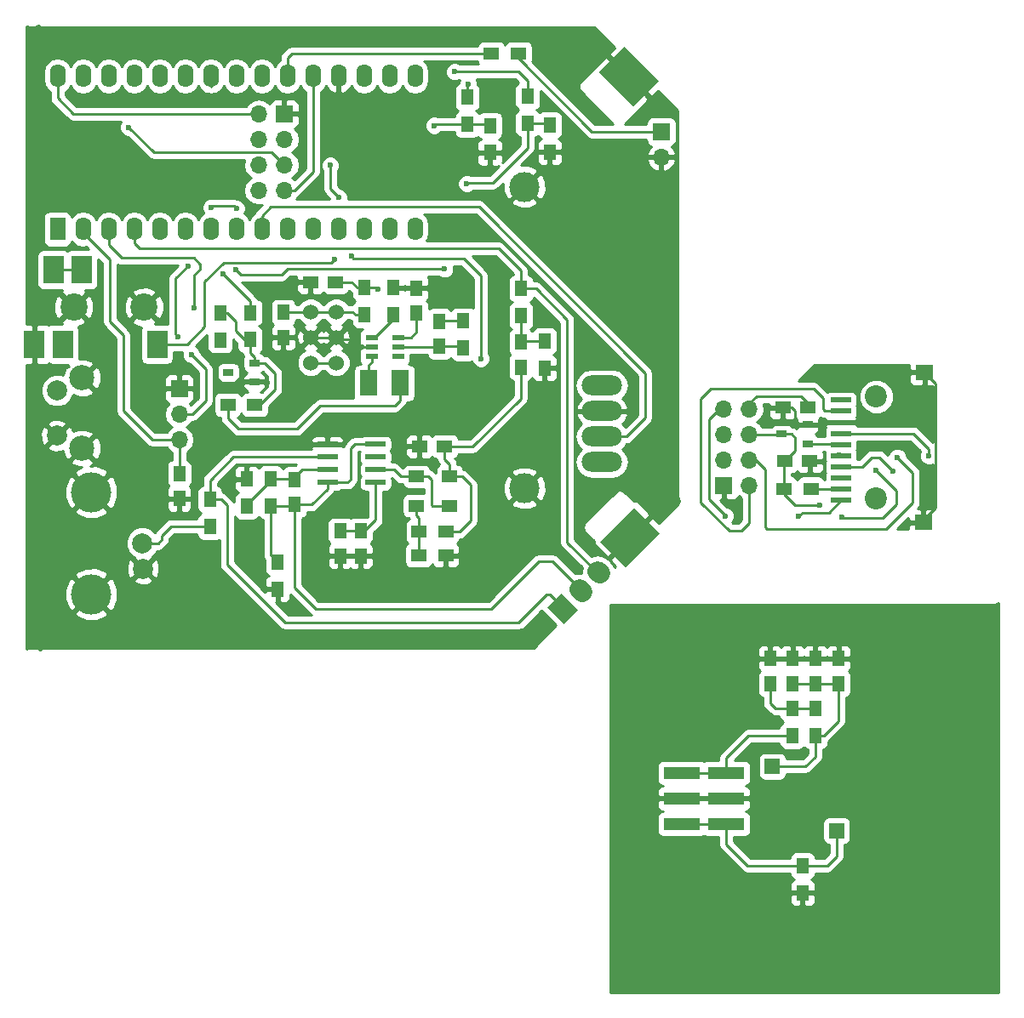
<source format=gbr>
G04 #@! TF.FileFunction,Copper,L2,Bot,Signal*
%FSLAX46Y46*%
G04 Gerber Fmt 4.6, Leading zero omitted, Abs format (unit mm)*
G04 Created by KiCad (PCBNEW 4.0.2-stable) date Wednesday, February 14, 2018 'PMt' 02:08:58 PM*
%MOMM*%
G01*
G04 APERTURE LIST*
%ADD10C,0.100000*%
%ADD11R,1.574800X2.286000*%
%ADD12O,1.574800X2.286000*%
%ADD13C,3.000000*%
%ADD14C,1.524000*%
%ADD15R,1.000000X0.700000*%
%ADD16R,1.800000X1.500000*%
%ADD17R,2.000000X0.500000*%
%ADD18C,2.200000*%
%ADD19R,1.500000X1.250000*%
%ADD20R,1.700000X1.700000*%
%ADD21O,1.700000X1.700000*%
%ADD22R,1.500000X1.300000*%
%ADD23O,4.000000X2.000000*%
%ADD24R,1.500000X1.200000*%
%ADD25R,2.000000X2.800000*%
%ADD26C,2.700000*%
%ADD27C,4.000000*%
%ADD28C,2.000000*%
%ADD29C,2.500000*%
%ADD30R,1.220000X0.620000*%
%ADD31R,3.680000X1.270000*%
%ADD32R,1.800000X2.500000*%
%ADD33R,1.250000X1.500000*%
%ADD34R,1.300000X1.500000*%
%ADD35C,2.000000*%
%ADD36R,1.500000X1.500000*%
%ADD37C,0.600000*%
%ADD38C,0.250000*%
%ADD39C,0.254000*%
G04 APERTURE END LIST*
D10*
D11*
X145550000Y-70420000D03*
D12*
X148090000Y-70420000D03*
X150630000Y-70420000D03*
X153170000Y-70420000D03*
X155710000Y-70420000D03*
X158250000Y-70420000D03*
X160790000Y-70420000D03*
X163330000Y-70420000D03*
X165870000Y-70420000D03*
X168410000Y-70420000D03*
X170950000Y-70420000D03*
X173490000Y-70420000D03*
X176030000Y-70420000D03*
X178570000Y-70420000D03*
X181110000Y-70420000D03*
X181110000Y-55180000D03*
X178570000Y-55180000D03*
X176030000Y-55180000D03*
X173490000Y-55180000D03*
X170950000Y-55180000D03*
X168410000Y-55180000D03*
X165870000Y-55180000D03*
X163330000Y-55180000D03*
X160790000Y-55180000D03*
X158250000Y-55180000D03*
X155710000Y-55180000D03*
X153170000Y-55180000D03*
X150630000Y-55180000D03*
X148090000Y-55180000D03*
X145550000Y-55180000D03*
D13*
X192000000Y-66200000D03*
X192000000Y-96200000D03*
D14*
X170730000Y-83740000D03*
X170730000Y-81200000D03*
X170730000Y-78660000D03*
X173270000Y-78660000D03*
X173270000Y-81200000D03*
X173270000Y-83740000D03*
D15*
X220175000Y-91775000D03*
X220175000Y-89875000D03*
X217575000Y-90825000D03*
D16*
X231775000Y-84675000D03*
X231675000Y-99625000D03*
D17*
X223475000Y-97425000D03*
X223475000Y-96313900D03*
X223475000Y-95202800D03*
X223475000Y-94091700D03*
X223475000Y-92980600D03*
X223475000Y-91869500D03*
X223475000Y-90758400D03*
X223475000Y-89647300D03*
X223475000Y-88536200D03*
X223475000Y-87425100D03*
D18*
X226975000Y-97225000D03*
X226975000Y-87075000D03*
D19*
X217875000Y-93525000D03*
X220375000Y-93525000D03*
X220175000Y-88175000D03*
X217675000Y-88175000D03*
D20*
X211825000Y-95925000D03*
D21*
X214365000Y-95925000D03*
X211825000Y-93385000D03*
X214365000Y-93385000D03*
X211825000Y-90845000D03*
X214365000Y-90845000D03*
X211825000Y-88305000D03*
X214365000Y-88305000D03*
D22*
X217775000Y-96275000D03*
X220475000Y-96275000D03*
D10*
G36*
X199380152Y-54825736D02*
X201925736Y-52280152D01*
X205319848Y-55674264D01*
X202774264Y-58219848D01*
X199380152Y-54825736D01*
X199380152Y-54825736D01*
G37*
D23*
X199700000Y-85990000D03*
X199700000Y-88530000D03*
X199700000Y-91070000D03*
X199700000Y-93610000D03*
D24*
X184500000Y-97950000D03*
X181200000Y-97950000D03*
X184550000Y-95050000D03*
X181250000Y-95050000D03*
D25*
X145150000Y-74475000D03*
X147950000Y-74475000D03*
X143250000Y-81875000D03*
X155450000Y-81875000D03*
X146050000Y-81875000D03*
D26*
X147150000Y-78175000D03*
X154150000Y-78175000D03*
D10*
G36*
X202075736Y-104069848D02*
X199530152Y-101524264D01*
X202924264Y-98130152D01*
X205469848Y-100675736D01*
X202075736Y-104069848D01*
X202075736Y-104069848D01*
G37*
D20*
X205600000Y-60700000D03*
D21*
X205600000Y-63240000D03*
D27*
X148900000Y-96600000D03*
X148900000Y-106760000D03*
D28*
X153980000Y-101680000D03*
X154050000Y-104220000D03*
D29*
X147986000Y-85235500D03*
X147986000Y-92235500D03*
D28*
X145486000Y-86485500D03*
X145486000Y-90985500D03*
D17*
X177191000Y-94383000D03*
X177191000Y-93113000D03*
X177191000Y-91843000D03*
X177191000Y-95653000D03*
X172391000Y-91843000D03*
X172391000Y-93113000D03*
X172391000Y-94383000D03*
X172391000Y-95653000D03*
D30*
X176790000Y-83100000D03*
X179410000Y-83100000D03*
X179410000Y-82150000D03*
X179410000Y-81200000D03*
X176790000Y-82150000D03*
X176790000Y-81200000D03*
D31*
X207650000Y-124560000D03*
X212050000Y-124560000D03*
X212050000Y-127100000D03*
X207650000Y-127100000D03*
X207650000Y-129640000D03*
X212050000Y-129640000D03*
D32*
X176500000Y-85750000D03*
X179600000Y-85750000D03*
D33*
X173650000Y-100450000D03*
X173650000Y-102950000D03*
D19*
X181550000Y-92050000D03*
X184050000Y-92050000D03*
D34*
X160700000Y-97325000D03*
X160700000Y-100025000D03*
X166725000Y-95275000D03*
X166725000Y-97975000D03*
D22*
X184150000Y-102900000D03*
X181450000Y-102900000D03*
X181500000Y-100550000D03*
X184200000Y-100550000D03*
X191400000Y-52950000D03*
X188700000Y-52950000D03*
D34*
X191650000Y-76350000D03*
X191650000Y-79050000D03*
D33*
X183550000Y-82100000D03*
X183550000Y-79600000D03*
D19*
X173200000Y-75700000D03*
X170700000Y-75700000D03*
D33*
X181250000Y-78800000D03*
X181250000Y-76300000D03*
X175700000Y-100450000D03*
X175700000Y-102950000D03*
D34*
X178900000Y-76250000D03*
X178900000Y-78950000D03*
X185900000Y-82250000D03*
X185900000Y-79550000D03*
X164375000Y-95300000D03*
X164375000Y-98000000D03*
D20*
X157650000Y-86300000D03*
D21*
X157650000Y-88840000D03*
X157650000Y-91380000D03*
D34*
X194500000Y-60050000D03*
X194500000Y-62750000D03*
D33*
X169125000Y-97850000D03*
X169125000Y-95350000D03*
D10*
G36*
X197320280Y-108306066D02*
X195906066Y-109720280D01*
X194279720Y-108093934D01*
X195693934Y-106679720D01*
X197320280Y-108306066D01*
X197320280Y-108306066D01*
G37*
D35*
X197702117Y-106510015D02*
X197489985Y-106297883D01*
X199498168Y-104713964D02*
X199286036Y-104501832D01*
D33*
X220925000Y-115675000D03*
X220925000Y-113175000D03*
X223225000Y-115675000D03*
X223225000Y-113175000D03*
X218650000Y-115675000D03*
X218650000Y-113175000D03*
X216425000Y-115675000D03*
X216425000Y-113175000D03*
D34*
X220925000Y-120850000D03*
X220925000Y-118150000D03*
X219650000Y-136500000D03*
X219650000Y-133800000D03*
X218625000Y-118150000D03*
X218625000Y-120850000D03*
D27*
X204850000Y-112100000D03*
X204850000Y-142100000D03*
X234850000Y-142100000D03*
X234850000Y-112100000D03*
X229850000Y-112100000D03*
X229850000Y-142100000D03*
D36*
X223050000Y-130300000D03*
X216650000Y-123900000D03*
D34*
X192300000Y-57200000D03*
X192300000Y-59900000D03*
X186300000Y-57300000D03*
X186300000Y-60000000D03*
X188550000Y-60100000D03*
X188550000Y-62800000D03*
D20*
X168100000Y-58950000D03*
D21*
X165560000Y-58950000D03*
X168100000Y-61490000D03*
X165560000Y-61490000D03*
X168100000Y-64030000D03*
X165560000Y-64030000D03*
X168100000Y-66570000D03*
X165560000Y-66570000D03*
D33*
X191600000Y-84150000D03*
X191600000Y-81650000D03*
D34*
X194000000Y-81550000D03*
X194000000Y-84250000D03*
D33*
X157650000Y-97250000D03*
X157650000Y-94750000D03*
X168000000Y-78700000D03*
X168000000Y-81200000D03*
D34*
X176050000Y-76250000D03*
X176050000Y-78950000D03*
X161725000Y-78775000D03*
X161725000Y-81475000D03*
X164700000Y-78725000D03*
X164700000Y-81425000D03*
D22*
X165175000Y-87900000D03*
X162475000Y-87900000D03*
D15*
X165125000Y-85625000D03*
X165125000Y-83725000D03*
X162525000Y-84675000D03*
D34*
X167450000Y-103550000D03*
X167450000Y-106250000D03*
D37*
X168350000Y-85650000D03*
X166375000Y-85675000D03*
X224975000Y-84725000D03*
X218925000Y-89775000D03*
X177450000Y-76400000D03*
X152625000Y-60275000D03*
X184050000Y-74400000D03*
X163250000Y-74450000D03*
X158525000Y-74100000D03*
X157550000Y-81150000D03*
X158850000Y-82900000D03*
X185050000Y-54750000D03*
X186400000Y-56000000D03*
X186250000Y-65900000D03*
X183000000Y-60100000D03*
X163325000Y-68350000D03*
X160825000Y-68250000D03*
X221325000Y-97875000D03*
X226975000Y-94425000D03*
X223525000Y-99075000D03*
X229075000Y-93125000D03*
X219275000Y-98975000D03*
X211925000Y-98975000D03*
X228675000Y-94525000D03*
X223325000Y-92925000D03*
X232175000Y-92975000D03*
X162025000Y-74900000D03*
X159150000Y-78225000D03*
X172675000Y-64075000D03*
X173525000Y-67250000D03*
X187650000Y-83300000D03*
X174750000Y-73100000D03*
X173100000Y-73425000D03*
D38*
X165125000Y-85625000D02*
X166325000Y-85625000D01*
X168000000Y-85300000D02*
X168000000Y-81200000D01*
X168350000Y-85650000D02*
X168000000Y-85300000D01*
X166325000Y-85625000D02*
X166375000Y-85675000D01*
X211860000Y-95950000D02*
X211860000Y-96410000D01*
X211860000Y-95950000D02*
X211860000Y-95510000D01*
X230452700Y-89647300D02*
X231775000Y-88325000D01*
X231775000Y-88325000D02*
X231775000Y-84675000D01*
X223475000Y-89647300D02*
X230452700Y-89647300D01*
X225025000Y-84675000D02*
X224975000Y-84725000D01*
X231775000Y-84675000D02*
X225025000Y-84675000D01*
X232875000Y-85775000D02*
X231775000Y-84675000D01*
X232875000Y-98125000D02*
X232875000Y-85775000D01*
X231675000Y-99325000D02*
X232875000Y-98125000D01*
X231675000Y-99625000D02*
X231675000Y-99325000D01*
X221525000Y-89875000D02*
X221752700Y-89647300D01*
X221752700Y-89647300D02*
X223475000Y-89647300D01*
X220175000Y-89875000D02*
X221525000Y-89875000D01*
X218925000Y-89775000D02*
X219025000Y-89875000D01*
X219025000Y-89875000D02*
X220175000Y-89875000D01*
X218925000Y-88525000D02*
X218575000Y-88175000D01*
X218575000Y-88175000D02*
X217675000Y-88175000D01*
X218925000Y-89775000D02*
X218925000Y-88525000D01*
X178900000Y-76250000D02*
X181150000Y-76250000D01*
X220925000Y-113175000D02*
X223225000Y-113175000D01*
X218650000Y-113175000D02*
X220925000Y-113175000D01*
X216425000Y-113175000D02*
X218650000Y-113175000D01*
X212050000Y-127100000D02*
X207650000Y-127100000D01*
X176790000Y-82150000D02*
X175450000Y-82150000D01*
X174700000Y-81400000D02*
X173470000Y-81400000D01*
X175450000Y-82150000D02*
X174700000Y-81400000D01*
X173470000Y-81400000D02*
X173270000Y-81200000D01*
X173270000Y-81200000D02*
X170730000Y-81200000D01*
X181150000Y-76250000D02*
X181250000Y-76350000D01*
X181250000Y-95050000D02*
X182450000Y-95050000D01*
X182800000Y-97950000D02*
X184500000Y-97950000D01*
X182750000Y-97900000D02*
X182800000Y-97950000D01*
X182750000Y-95350000D02*
X182750000Y-97900000D01*
X182450000Y-95050000D02*
X182750000Y-95350000D01*
X181250000Y-95050000D02*
X179700000Y-95050000D01*
X179033000Y-94383000D02*
X177191000Y-94383000D01*
X179700000Y-95050000D02*
X179033000Y-94383000D01*
X181500000Y-100550000D02*
X181500000Y-102850000D01*
X181500000Y-102850000D02*
X181450000Y-102900000D01*
X181200000Y-97950000D02*
X181200000Y-98900000D01*
X181500000Y-99200000D02*
X181500000Y-100550000D01*
X181200000Y-98900000D02*
X181500000Y-99200000D01*
X173270000Y-83740000D02*
X170730000Y-83740000D01*
X160675000Y-100000000D02*
X160700000Y-100025000D01*
X153980000Y-101680000D02*
X155530000Y-101680000D01*
X155530000Y-101680000D02*
X155950000Y-101260000D01*
X155950000Y-101260000D02*
X155950000Y-100925000D01*
X158200000Y-100000000D02*
X160675000Y-100000000D01*
X156875000Y-100000000D02*
X158200000Y-100000000D01*
X155950000Y-100925000D02*
X156875000Y-100000000D01*
X176050000Y-76250000D02*
X177300000Y-76250000D01*
X177300000Y-76250000D02*
X177450000Y-76400000D01*
X176050000Y-76250000D02*
X175350000Y-76250000D01*
X174800000Y-75700000D02*
X173200000Y-75700000D01*
X175350000Y-76250000D02*
X174800000Y-75700000D01*
X173270000Y-75770000D02*
X173200000Y-75700000D01*
X183550000Y-82100000D02*
X185750000Y-82100000D01*
X185750000Y-82100000D02*
X185900000Y-82250000D01*
X179410000Y-82150000D02*
X180900000Y-82150000D01*
X180900000Y-82150000D02*
X183500000Y-82150000D01*
X183500000Y-82150000D02*
X183550000Y-82100000D01*
X176790000Y-83100000D02*
X176790000Y-83660000D01*
X176500000Y-83950000D02*
X176500000Y-85750000D01*
X176790000Y-83660000D02*
X176500000Y-83950000D01*
X145486000Y-86485500D02*
X145486000Y-86936000D01*
X205600000Y-60700000D02*
X198700000Y-60700000D01*
X198700000Y-60700000D02*
X191400000Y-53400000D01*
X191400000Y-53400000D02*
X191400000Y-52950000D01*
X205300000Y-60400000D02*
X205600000Y-60700000D01*
X212050000Y-124560000D02*
X212050000Y-123050000D01*
X214250000Y-120850000D02*
X218625000Y-120850000D01*
X212050000Y-123050000D02*
X214250000Y-120850000D01*
X207650000Y-124560000D02*
X212050000Y-124560000D01*
X178900000Y-78950000D02*
X178900000Y-79400000D01*
X178900000Y-79400000D02*
X177100000Y-81200000D01*
X177100000Y-81200000D02*
X176790000Y-81200000D01*
X176850000Y-81140000D02*
X176790000Y-81200000D01*
X176850000Y-81140000D02*
X176790000Y-81200000D01*
X185900000Y-79550000D02*
X183600000Y-79550000D01*
X183600000Y-79550000D02*
X183550000Y-79600000D01*
X166725000Y-97975000D02*
X166725000Y-102825000D01*
X166725000Y-102825000D02*
X167450000Y-103550000D01*
X197346051Y-106028949D02*
X197321051Y-106028949D01*
X197321051Y-106028949D02*
X196296051Y-105003949D01*
X169125000Y-97850000D02*
X169125000Y-106125000D01*
X194792102Y-103500000D02*
X196296051Y-105003949D01*
X193400000Y-103500000D02*
X194792102Y-103500000D01*
X188700000Y-108200000D02*
X193400000Y-103500000D01*
X171200000Y-108200000D02*
X188700000Y-108200000D01*
X169125000Y-106125000D02*
X171200000Y-108200000D01*
X172391000Y-95653000D02*
X172391000Y-96259000D01*
X170800000Y-97850000D02*
X169125000Y-97850000D01*
X172391000Y-96259000D02*
X170800000Y-97850000D01*
X166725000Y-97975000D02*
X169000000Y-97975000D01*
X169000000Y-97975000D02*
X169125000Y-97850000D01*
X172391000Y-95653000D02*
X174397000Y-95653000D01*
X175107000Y-91843000D02*
X177191000Y-91843000D01*
X174700000Y-92250000D02*
X175107000Y-91843000D01*
X174700000Y-95350000D02*
X174700000Y-92250000D01*
X174397000Y-95653000D02*
X174700000Y-95350000D01*
X220925000Y-115675000D02*
X218650000Y-115675000D01*
X223225000Y-115675000D02*
X220925000Y-115675000D01*
X220925000Y-120850000D02*
X221750000Y-120850000D01*
X223225000Y-119375000D02*
X223225000Y-115675000D01*
X221750000Y-120850000D02*
X223225000Y-119375000D01*
X216650000Y-123900000D02*
X219950000Y-123900000D01*
X220925000Y-122925000D02*
X220925000Y-120850000D01*
X219950000Y-123900000D02*
X220925000Y-122925000D01*
X168100000Y-64030000D02*
X168080000Y-64030000D01*
X168080000Y-64030000D02*
X166825000Y-62775000D01*
X166825000Y-62775000D02*
X155125000Y-62775000D01*
X155125000Y-62775000D02*
X152625000Y-60275000D01*
X188700000Y-52950000D02*
X168850000Y-52950000D01*
X168410000Y-53390000D02*
X168410000Y-55180000D01*
X168850000Y-52950000D02*
X168410000Y-53390000D01*
X168410000Y-55180000D02*
X168410000Y-54290000D01*
X212050000Y-129640000D02*
X212050000Y-131675000D01*
X214175000Y-133800000D02*
X219650000Y-133800000D01*
X212050000Y-131675000D02*
X214175000Y-133800000D01*
X219650000Y-133800000D02*
X222100000Y-133800000D01*
X222100000Y-133800000D02*
X223050000Y-132850000D01*
X223050000Y-132850000D02*
X223050000Y-130300000D01*
X207650000Y-129640000D02*
X212050000Y-129640000D01*
X165870000Y-70420000D02*
X165870000Y-69080000D01*
X202130000Y-91070000D02*
X199700000Y-91070000D01*
X204000000Y-89200000D02*
X202130000Y-91070000D01*
X204000000Y-84750000D02*
X204000000Y-89200000D01*
X187450000Y-68200000D02*
X204000000Y-84750000D01*
X166750000Y-68200000D02*
X187450000Y-68200000D01*
X165870000Y-69080000D02*
X166750000Y-68200000D01*
X176650000Y-74400000D02*
X184050000Y-74400000D01*
X168400000Y-74400000D02*
X176650000Y-74400000D01*
X167850000Y-74950000D02*
X168400000Y-74400000D01*
X163750000Y-74950000D02*
X167850000Y-74950000D01*
X163250000Y-74450000D02*
X163750000Y-74950000D01*
X198100000Y-93610000D02*
X200440000Y-93610000D01*
X165560000Y-58950000D02*
X147125000Y-58950000D01*
X145550000Y-57375000D02*
X145550000Y-55180000D01*
X147125000Y-58950000D02*
X145550000Y-57375000D01*
X157650000Y-88840000D02*
X158985000Y-88840000D01*
X157300000Y-75325000D02*
X158525000Y-74100000D01*
X157300000Y-80900000D02*
X157300000Y-75325000D01*
X157550000Y-81150000D02*
X157300000Y-80900000D01*
X160300000Y-84350000D02*
X158850000Y-82900000D01*
X160300000Y-87525000D02*
X160300000Y-84350000D01*
X158985000Y-88840000D02*
X160300000Y-87525000D01*
X157650000Y-88840000D02*
X158160000Y-88840000D01*
X169125000Y-95350000D02*
X169125000Y-95125000D01*
X169125000Y-95125000D02*
X169867000Y-94383000D01*
X169867000Y-94383000D02*
X172391000Y-94383000D01*
X166725000Y-95275000D02*
X169050000Y-95275000D01*
X169050000Y-95275000D02*
X169125000Y-95350000D01*
X164375000Y-98000000D02*
X164375000Y-97775000D01*
X164375000Y-97775000D02*
X166725000Y-95425000D01*
X166725000Y-95425000D02*
X166725000Y-95275000D01*
X216425000Y-115675000D02*
X216425000Y-117600000D01*
X216975000Y-118150000D02*
X218625000Y-118150000D01*
X216425000Y-117600000D02*
X216975000Y-118150000D01*
X218625000Y-118150000D02*
X220925000Y-118150000D01*
X195550000Y-107825000D02*
X195525000Y-107825000D01*
X195525000Y-107825000D02*
X194500000Y-106800000D01*
X194500000Y-106800000D02*
X194200000Y-106800000D01*
X194200000Y-106800000D02*
X191400000Y-109600000D01*
X191400000Y-109600000D02*
X168200000Y-109600000D01*
X168200000Y-109600000D02*
X162400000Y-103800000D01*
X162400000Y-103800000D02*
X162400000Y-97900000D01*
X162400000Y-97900000D02*
X161825000Y-97325000D01*
X161825000Y-97325000D02*
X160700000Y-97325000D01*
X160700000Y-97325000D02*
X160700000Y-95425000D01*
X163012000Y-93113000D02*
X172391000Y-93113000D01*
X160700000Y-95425000D02*
X163012000Y-93113000D01*
X192300000Y-57200000D02*
X192300000Y-55650000D01*
X191400000Y-54750000D02*
X185050000Y-54750000D01*
X192300000Y-55650000D02*
X191400000Y-54750000D01*
X160790000Y-55180000D02*
X160790000Y-56240000D01*
X160790000Y-55440000D02*
X160790000Y-55180000D01*
X186300000Y-56100000D02*
X186300000Y-57300000D01*
X186400000Y-56000000D02*
X186300000Y-56100000D01*
X192300000Y-62350000D02*
X192300000Y-59900000D01*
X188850000Y-65800000D02*
X192300000Y-62350000D01*
X186350000Y-65800000D02*
X188850000Y-65800000D01*
X186250000Y-65900000D02*
X186350000Y-65800000D01*
X192300000Y-59900000D02*
X194350000Y-59900000D01*
X194350000Y-59900000D02*
X194500000Y-60050000D01*
X183100000Y-60000000D02*
X186300000Y-60000000D01*
X183000000Y-60100000D02*
X183100000Y-60000000D01*
X163100000Y-68125000D02*
X163325000Y-68350000D01*
X160950000Y-68125000D02*
X163100000Y-68125000D01*
X160825000Y-68250000D02*
X160950000Y-68125000D01*
X186300000Y-60000000D02*
X188450000Y-60000000D01*
X188450000Y-60000000D02*
X188550000Y-60100000D01*
X147950000Y-74475000D02*
X145150000Y-74475000D01*
X168100000Y-66570000D02*
X169080000Y-66570000D01*
X170950000Y-64700000D02*
X170950000Y-55180000D01*
X169080000Y-66570000D02*
X170950000Y-64700000D01*
X184550000Y-95050000D02*
X185800000Y-95050000D01*
X185550000Y-100550000D02*
X184200000Y-100550000D01*
X186650000Y-99450000D02*
X185550000Y-100550000D01*
X186650000Y-95900000D02*
X186650000Y-99450000D01*
X185800000Y-95050000D02*
X186650000Y-95900000D01*
X191600000Y-84150000D02*
X191600000Y-87300000D01*
X186850000Y-92050000D02*
X184050000Y-92050000D01*
X191600000Y-87300000D02*
X186850000Y-92050000D01*
X184550000Y-95050000D02*
X184550000Y-93800000D01*
X184050000Y-93300000D02*
X184050000Y-92050000D01*
X184550000Y-93800000D02*
X184050000Y-93300000D01*
X194000000Y-81550000D02*
X191700000Y-81550000D01*
X191700000Y-81550000D02*
X191600000Y-81650000D01*
X191600000Y-81650000D02*
X191600000Y-79100000D01*
X191600000Y-79100000D02*
X191650000Y-79050000D01*
X157650000Y-91380000D02*
X154955000Y-91380000D01*
X150750000Y-73475000D02*
X148090000Y-70815000D01*
X150750000Y-79625000D02*
X150750000Y-73475000D01*
X152100000Y-80975000D02*
X150750000Y-79625000D01*
X152100000Y-88525000D02*
X152100000Y-80975000D01*
X154955000Y-91380000D02*
X152100000Y-88525000D01*
X157650000Y-94750000D02*
X157650000Y-91380000D01*
X148090000Y-70815000D02*
X148090000Y-70420000D01*
X162025000Y-81425000D02*
X161975000Y-81475000D01*
X199392102Y-104607898D02*
X199257898Y-104607898D01*
X199257898Y-104607898D02*
X196250000Y-101600000D01*
X196250000Y-101600000D02*
X196250000Y-79450000D01*
X196250000Y-79450000D02*
X193150000Y-76350000D01*
X193150000Y-76350000D02*
X191650000Y-76350000D01*
X191650000Y-76350000D02*
X191650000Y-74550000D01*
X153170000Y-71820000D02*
X153170000Y-70420000D01*
X153700000Y-72350000D02*
X153170000Y-71820000D01*
X189450000Y-72350000D02*
X153700000Y-72350000D01*
X191650000Y-74550000D02*
X189450000Y-72350000D01*
X199142102Y-104232898D02*
X199117102Y-104232898D01*
X217775000Y-96275000D02*
X217775000Y-96775000D01*
X217775000Y-96775000D02*
X218875000Y-97875000D01*
X218875000Y-97875000D02*
X221325000Y-97875000D01*
X214385000Y-90825000D02*
X214365000Y-90845000D01*
X217775000Y-96275000D02*
X217775000Y-96075000D01*
X217775000Y-93625000D02*
X217875000Y-93525000D01*
X217775000Y-96275000D02*
X217775000Y-93625000D01*
X218525000Y-90825000D02*
X218925000Y-91225000D01*
X218925000Y-91225000D02*
X218925000Y-92475000D01*
X218925000Y-92475000D02*
X217875000Y-93525000D01*
X217575000Y-90825000D02*
X218525000Y-90825000D01*
X217555000Y-90845000D02*
X217575000Y-90825000D01*
X214365000Y-90845000D02*
X217555000Y-90845000D01*
X214365000Y-88305000D02*
X214365000Y-87735000D01*
X214365000Y-87735000D02*
X215075000Y-87025000D01*
X219475000Y-87025000D02*
X220175000Y-87725000D01*
X215075000Y-87025000D02*
X219475000Y-87025000D01*
X220175000Y-87725000D02*
X220175000Y-88175000D01*
X214495000Y-88175000D02*
X214365000Y-88305000D01*
X220425000Y-88425000D02*
X220175000Y-88175000D01*
X223380500Y-91775000D02*
X223475000Y-91869500D01*
X220175000Y-91775000D02*
X223380500Y-91775000D01*
X221886200Y-88536200D02*
X221675000Y-88325000D01*
X221675000Y-88325000D02*
X221675000Y-87225000D01*
X221675000Y-87225000D02*
X220775000Y-86325000D01*
X220775000Y-86325000D02*
X210525000Y-86325000D01*
X210525000Y-86325000D02*
X209525000Y-87325000D01*
X209525000Y-87325000D02*
X209525000Y-97625000D01*
X209525000Y-97625000D02*
X212375000Y-100475000D01*
X212375000Y-100475000D02*
X213575000Y-100475000D01*
X213575000Y-100475000D02*
X214365000Y-99685000D01*
X214365000Y-99685000D02*
X214365000Y-95925000D01*
X223475000Y-88536200D02*
X221886200Y-88536200D01*
X226975000Y-94425000D02*
X228975000Y-96425000D01*
X228975000Y-96425000D02*
X228975000Y-97825000D01*
X228975000Y-97825000D02*
X227625000Y-99175000D01*
X227625000Y-99175000D02*
X223625000Y-99175000D01*
X223625000Y-99175000D02*
X223525000Y-99075000D01*
X230625000Y-94675000D02*
X229075000Y-93125000D01*
X230625000Y-97625000D02*
X230625000Y-94675000D01*
X227975000Y-100275000D02*
X230625000Y-97625000D01*
X216125000Y-100275000D02*
X227975000Y-100275000D01*
X215975000Y-100125000D02*
X216125000Y-100275000D01*
X215975000Y-94375000D02*
X215975000Y-100125000D01*
X214985000Y-93385000D02*
X215975000Y-94375000D01*
X214365000Y-93385000D02*
X214985000Y-93385000D01*
X211825000Y-90845000D02*
X211855000Y-90845000D01*
X211970000Y-90870000D02*
X211860000Y-90870000D01*
X222275000Y-98625000D02*
X223475000Y-97425000D01*
X219625000Y-98625000D02*
X222275000Y-98625000D01*
X219275000Y-98975000D02*
X219625000Y-98625000D01*
X211925000Y-98925000D02*
X211925000Y-98975000D01*
X210325000Y-97325000D02*
X211925000Y-98925000D01*
X210325000Y-89375000D02*
X210325000Y-97325000D01*
X211395000Y-88305000D02*
X210325000Y-89375000D01*
X211825000Y-88305000D02*
X211395000Y-88305000D01*
X223436100Y-96275000D02*
X223475000Y-96313900D01*
X220475000Y-96275000D02*
X223436100Y-96275000D01*
X225558300Y-94091700D02*
X226525000Y-93125000D01*
X226525000Y-93125000D02*
X227275000Y-93125000D01*
X227275000Y-93125000D02*
X228675000Y-94525000D01*
X223475000Y-94091700D02*
X225558300Y-94091700D01*
X223325000Y-92925000D02*
X223380600Y-92980600D01*
X223380600Y-92980600D02*
X223475000Y-92980600D01*
X230658400Y-90758400D02*
X232175000Y-92275000D01*
X232175000Y-92275000D02*
X232175000Y-92975000D01*
X223475000Y-90758400D02*
X230658400Y-90758400D01*
X176050000Y-78950000D02*
X175200000Y-78950000D01*
X174910000Y-78660000D02*
X173270000Y-78660000D01*
X175200000Y-78950000D02*
X174910000Y-78660000D01*
X173460000Y-78850000D02*
X173270000Y-78660000D01*
X168000000Y-78700000D02*
X170690000Y-78700000D01*
X170690000Y-78700000D02*
X170730000Y-78660000D01*
X170730000Y-78660000D02*
X173270000Y-78660000D01*
X164700000Y-77575000D02*
X164700000Y-78725000D01*
X162025000Y-74900000D02*
X164700000Y-77575000D01*
X165175000Y-87900000D02*
X165675000Y-87900000D01*
X165675000Y-87900000D02*
X167200000Y-86375000D01*
X167200000Y-86375000D02*
X167200000Y-84800000D01*
X167200000Y-84800000D02*
X166125000Y-83725000D01*
X166125000Y-83725000D02*
X165125000Y-83725000D01*
X165125000Y-83725000D02*
X165125000Y-83200000D01*
X164700000Y-82775000D02*
X164700000Y-81425000D01*
X165125000Y-83200000D02*
X164700000Y-82775000D01*
X150630000Y-72030000D02*
X150630000Y-70420000D01*
X151900000Y-73300000D02*
X150630000Y-72030000D01*
X159150000Y-73300000D02*
X151900000Y-73300000D01*
X159750000Y-73900000D02*
X159150000Y-73300000D01*
X159750000Y-74350000D02*
X159750000Y-73900000D01*
X159100000Y-75000000D02*
X159750000Y-74350000D01*
X159100000Y-78175000D02*
X159100000Y-75000000D01*
X159150000Y-78225000D02*
X159100000Y-78175000D01*
X164700000Y-81425000D02*
X164125000Y-81425000D01*
X164125000Y-81425000D02*
X163250000Y-80550000D01*
X163250000Y-80550000D02*
X163250000Y-79625000D01*
X163250000Y-79625000D02*
X162400000Y-78775000D01*
X162400000Y-78775000D02*
X161725000Y-78775000D01*
X172675000Y-66400000D02*
X172675000Y-64075000D01*
X173525000Y-67250000D02*
X172675000Y-66400000D01*
X162475000Y-87900000D02*
X162475000Y-89250000D01*
X179600000Y-87500000D02*
X179600000Y-85750000D01*
X179100000Y-88000000D02*
X179600000Y-87500000D01*
X171675000Y-88000000D02*
X179100000Y-88000000D01*
X169375000Y-90300000D02*
X171675000Y-88000000D01*
X163525000Y-90300000D02*
X169375000Y-90300000D01*
X162475000Y-89250000D02*
X163525000Y-90300000D01*
X179410000Y-81200000D02*
X180675000Y-81200000D01*
X181250000Y-80625000D02*
X181250000Y-78800000D01*
X180675000Y-81200000D02*
X181250000Y-80625000D01*
X181600000Y-78850000D02*
X181250000Y-78850000D01*
X187650000Y-75050000D02*
X187650000Y-83300000D01*
X185950000Y-73350000D02*
X187650000Y-75050000D01*
X175000000Y-73350000D02*
X185950000Y-73350000D01*
X174750000Y-73100000D02*
X175000000Y-73350000D01*
X175700000Y-100450000D02*
X176100000Y-100450000D01*
X176100000Y-100450000D02*
X177191000Y-99359000D01*
X177191000Y-99359000D02*
X177191000Y-95653000D01*
X173650000Y-100450000D02*
X175700000Y-100450000D01*
X160175000Y-79475000D02*
X160175000Y-76935000D01*
X155450000Y-81875000D02*
X158450000Y-81875000D01*
X160175000Y-80150000D02*
X158450000Y-81875000D01*
X160175000Y-79475000D02*
X160175000Y-80150000D01*
X160175000Y-75650000D02*
X162050000Y-73775000D01*
X162050000Y-73775000D02*
X172750000Y-73775000D01*
X172750000Y-73775000D02*
X173100000Y-73425000D01*
X160175000Y-76935000D02*
X160175000Y-75650000D01*
X177191000Y-95809000D02*
X177191000Y-95653000D01*
D39*
G36*
X239165000Y-146415000D02*
X200535000Y-146415000D01*
X200535000Y-136785750D01*
X218365000Y-136785750D01*
X218365000Y-137376309D01*
X218461673Y-137609698D01*
X218640301Y-137788327D01*
X218873690Y-137885000D01*
X219364250Y-137885000D01*
X219523000Y-137726250D01*
X219523000Y-136627000D01*
X219777000Y-136627000D01*
X219777000Y-137726250D01*
X219935750Y-137885000D01*
X220426310Y-137885000D01*
X220659699Y-137788327D01*
X220838327Y-137609698D01*
X220935000Y-137376309D01*
X220935000Y-136785750D01*
X220776250Y-136627000D01*
X219777000Y-136627000D01*
X219523000Y-136627000D01*
X218523750Y-136627000D01*
X218365000Y-136785750D01*
X200535000Y-136785750D01*
X200535000Y-129005000D01*
X205162560Y-129005000D01*
X205162560Y-130275000D01*
X205206838Y-130510317D01*
X205345910Y-130726441D01*
X205558110Y-130871431D01*
X205810000Y-130922440D01*
X209490000Y-130922440D01*
X209725317Y-130878162D01*
X209850277Y-130797752D01*
X209958110Y-130871431D01*
X210210000Y-130922440D01*
X211290000Y-130922440D01*
X211290000Y-131675000D01*
X211347852Y-131965839D01*
X211512599Y-132212401D01*
X213637599Y-134337401D01*
X213884161Y-134502148D01*
X214175000Y-134560000D01*
X218354442Y-134560000D01*
X218396838Y-134785317D01*
X218535910Y-135001441D01*
X218748110Y-135146431D01*
X218781490Y-135153191D01*
X218640301Y-135211673D01*
X218461673Y-135390302D01*
X218365000Y-135623691D01*
X218365000Y-136214250D01*
X218523750Y-136373000D01*
X219523000Y-136373000D01*
X219523000Y-136353000D01*
X219777000Y-136353000D01*
X219777000Y-136373000D01*
X220776250Y-136373000D01*
X220935000Y-136214250D01*
X220935000Y-135623691D01*
X220838327Y-135390302D01*
X220659699Y-135211673D01*
X220523713Y-135155346D01*
X220535317Y-135153162D01*
X220751441Y-135014090D01*
X220896431Y-134801890D01*
X220945415Y-134560000D01*
X222100000Y-134560000D01*
X222390839Y-134502148D01*
X222637401Y-134337401D01*
X223587401Y-133387401D01*
X223752148Y-133140839D01*
X223810000Y-132850000D01*
X223810000Y-131695558D01*
X224035317Y-131653162D01*
X224251441Y-131514090D01*
X224396431Y-131301890D01*
X224447440Y-131050000D01*
X224447440Y-129550000D01*
X224403162Y-129314683D01*
X224264090Y-129098559D01*
X224051890Y-128953569D01*
X223800000Y-128902560D01*
X222300000Y-128902560D01*
X222064683Y-128946838D01*
X221848559Y-129085910D01*
X221703569Y-129298110D01*
X221652560Y-129550000D01*
X221652560Y-131050000D01*
X221696838Y-131285317D01*
X221835910Y-131501441D01*
X222048110Y-131646431D01*
X222290000Y-131695415D01*
X222290000Y-132535198D01*
X221785198Y-133040000D01*
X220945558Y-133040000D01*
X220903162Y-132814683D01*
X220764090Y-132598559D01*
X220551890Y-132453569D01*
X220300000Y-132402560D01*
X219000000Y-132402560D01*
X218764683Y-132446838D01*
X218548559Y-132585910D01*
X218403569Y-132798110D01*
X218354585Y-133040000D01*
X214489802Y-133040000D01*
X212810000Y-131360198D01*
X212810000Y-130922440D01*
X213890000Y-130922440D01*
X214125317Y-130878162D01*
X214341441Y-130739090D01*
X214486431Y-130526890D01*
X214537440Y-130275000D01*
X214537440Y-129005000D01*
X214493162Y-128769683D01*
X214354090Y-128553559D01*
X214141890Y-128408569D01*
X213951431Y-128370000D01*
X214016310Y-128370000D01*
X214249699Y-128273327D01*
X214428327Y-128094698D01*
X214525000Y-127861309D01*
X214525000Y-127385750D01*
X214366250Y-127227000D01*
X212177000Y-127227000D01*
X212177000Y-127247000D01*
X211923000Y-127247000D01*
X211923000Y-127227000D01*
X207777000Y-127227000D01*
X207777000Y-127247000D01*
X207523000Y-127247000D01*
X207523000Y-127227000D01*
X205333750Y-127227000D01*
X205175000Y-127385750D01*
X205175000Y-127861309D01*
X205271673Y-128094698D01*
X205450301Y-128273327D01*
X205683690Y-128370000D01*
X205743887Y-128370000D01*
X205574683Y-128401838D01*
X205358559Y-128540910D01*
X205213569Y-128753110D01*
X205162560Y-129005000D01*
X200535000Y-129005000D01*
X200535000Y-123925000D01*
X205162560Y-123925000D01*
X205162560Y-125195000D01*
X205206838Y-125430317D01*
X205345910Y-125646441D01*
X205558110Y-125791431D01*
X205748569Y-125830000D01*
X205683690Y-125830000D01*
X205450301Y-125926673D01*
X205271673Y-126105302D01*
X205175000Y-126338691D01*
X205175000Y-126814250D01*
X205333750Y-126973000D01*
X207523000Y-126973000D01*
X207523000Y-126953000D01*
X207777000Y-126953000D01*
X207777000Y-126973000D01*
X211923000Y-126973000D01*
X211923000Y-126953000D01*
X212177000Y-126953000D01*
X212177000Y-126973000D01*
X214366250Y-126973000D01*
X214525000Y-126814250D01*
X214525000Y-126338691D01*
X214428327Y-126105302D01*
X214249699Y-125926673D01*
X214016310Y-125830000D01*
X213956113Y-125830000D01*
X214125317Y-125798162D01*
X214341441Y-125659090D01*
X214486431Y-125446890D01*
X214537440Y-125195000D01*
X214537440Y-123925000D01*
X214493162Y-123689683D01*
X214354090Y-123473559D01*
X214141890Y-123328569D01*
X213890000Y-123277560D01*
X212897242Y-123277560D01*
X214564802Y-121610000D01*
X217329442Y-121610000D01*
X217371838Y-121835317D01*
X217510910Y-122051441D01*
X217723110Y-122196431D01*
X217975000Y-122247440D01*
X219275000Y-122247440D01*
X219510317Y-122203162D01*
X219726441Y-122064090D01*
X219774134Y-121994289D01*
X219810910Y-122051441D01*
X220023110Y-122196431D01*
X220165000Y-122225164D01*
X220165000Y-122610198D01*
X219635198Y-123140000D01*
X218045558Y-123140000D01*
X218003162Y-122914683D01*
X217864090Y-122698559D01*
X217651890Y-122553569D01*
X217400000Y-122502560D01*
X215900000Y-122502560D01*
X215664683Y-122546838D01*
X215448559Y-122685910D01*
X215303569Y-122898110D01*
X215252560Y-123150000D01*
X215252560Y-124650000D01*
X215296838Y-124885317D01*
X215435910Y-125101441D01*
X215648110Y-125246431D01*
X215900000Y-125297440D01*
X217400000Y-125297440D01*
X217635317Y-125253162D01*
X217851441Y-125114090D01*
X217996431Y-124901890D01*
X218045415Y-124660000D01*
X219950000Y-124660000D01*
X220240839Y-124602148D01*
X220487401Y-124437401D01*
X221462401Y-123462401D01*
X221627148Y-123215840D01*
X221685000Y-122925000D01*
X221685000Y-122226742D01*
X221810317Y-122203162D01*
X222026441Y-122064090D01*
X222171431Y-121851890D01*
X222222440Y-121600000D01*
X222222440Y-121430806D01*
X222287401Y-121387401D01*
X223762401Y-119912401D01*
X223927148Y-119665839D01*
X223985000Y-119375000D01*
X223985000Y-117047038D01*
X224085317Y-117028162D01*
X224301441Y-116889090D01*
X224446431Y-116676890D01*
X224497440Y-116425000D01*
X224497440Y-114925000D01*
X224453162Y-114689683D01*
X224314090Y-114473559D01*
X224245994Y-114427031D01*
X224388327Y-114284698D01*
X224485000Y-114051309D01*
X224485000Y-113460750D01*
X224326250Y-113302000D01*
X223352000Y-113302000D01*
X223352000Y-113322000D01*
X223098000Y-113322000D01*
X223098000Y-113302000D01*
X222123750Y-113302000D01*
X222075000Y-113350750D01*
X222026250Y-113302000D01*
X221052000Y-113302000D01*
X221052000Y-113322000D01*
X220798000Y-113322000D01*
X220798000Y-113302000D01*
X219823750Y-113302000D01*
X219787500Y-113338250D01*
X219751250Y-113302000D01*
X218777000Y-113302000D01*
X218777000Y-113322000D01*
X218523000Y-113322000D01*
X218523000Y-113302000D01*
X217548750Y-113302000D01*
X217537500Y-113313250D01*
X217526250Y-113302000D01*
X216552000Y-113302000D01*
X216552000Y-113322000D01*
X216298000Y-113322000D01*
X216298000Y-113302000D01*
X215323750Y-113302000D01*
X215165000Y-113460750D01*
X215165000Y-114051309D01*
X215261673Y-114284698D01*
X215402910Y-114425936D01*
X215348559Y-114460910D01*
X215203569Y-114673110D01*
X215152560Y-114925000D01*
X215152560Y-116425000D01*
X215196838Y-116660317D01*
X215335910Y-116876441D01*
X215548110Y-117021431D01*
X215665000Y-117045102D01*
X215665000Y-117600000D01*
X215722852Y-117890839D01*
X215887599Y-118137401D01*
X216437599Y-118687401D01*
X216684160Y-118852148D01*
X216732414Y-118861746D01*
X216975000Y-118910000D01*
X217329442Y-118910000D01*
X217371838Y-119135317D01*
X217510910Y-119351441D01*
X217723110Y-119496431D01*
X217736197Y-119499081D01*
X217523559Y-119635910D01*
X217378569Y-119848110D01*
X217329585Y-120090000D01*
X214250000Y-120090000D01*
X213959161Y-120147852D01*
X213712599Y-120312599D01*
X211512599Y-122512599D01*
X211347852Y-122759161D01*
X211290000Y-123050000D01*
X211290000Y-123277560D01*
X210210000Y-123277560D01*
X209974683Y-123321838D01*
X209849723Y-123402248D01*
X209741890Y-123328569D01*
X209490000Y-123277560D01*
X205810000Y-123277560D01*
X205574683Y-123321838D01*
X205358559Y-123460910D01*
X205213569Y-123673110D01*
X205162560Y-123925000D01*
X200535000Y-123925000D01*
X200535000Y-112298691D01*
X215165000Y-112298691D01*
X215165000Y-112889250D01*
X215323750Y-113048000D01*
X216298000Y-113048000D01*
X216298000Y-111948750D01*
X216552000Y-111948750D01*
X216552000Y-113048000D01*
X217526250Y-113048000D01*
X217537500Y-113036750D01*
X217548750Y-113048000D01*
X218523000Y-113048000D01*
X218523000Y-111948750D01*
X218777000Y-111948750D01*
X218777000Y-113048000D01*
X219751250Y-113048000D01*
X219787500Y-113011750D01*
X219823750Y-113048000D01*
X220798000Y-113048000D01*
X220798000Y-111948750D01*
X221052000Y-111948750D01*
X221052000Y-113048000D01*
X222026250Y-113048000D01*
X222075000Y-112999250D01*
X222123750Y-113048000D01*
X223098000Y-113048000D01*
X223098000Y-111948750D01*
X223352000Y-111948750D01*
X223352000Y-113048000D01*
X224326250Y-113048000D01*
X224485000Y-112889250D01*
X224485000Y-112298691D01*
X224388327Y-112065302D01*
X224209699Y-111886673D01*
X223976310Y-111790000D01*
X223510750Y-111790000D01*
X223352000Y-111948750D01*
X223098000Y-111948750D01*
X222939250Y-111790000D01*
X222473690Y-111790000D01*
X222240301Y-111886673D01*
X222075000Y-112051975D01*
X221909699Y-111886673D01*
X221676310Y-111790000D01*
X221210750Y-111790000D01*
X221052000Y-111948750D01*
X220798000Y-111948750D01*
X220639250Y-111790000D01*
X220173690Y-111790000D01*
X219940301Y-111886673D01*
X219787500Y-112039475D01*
X219634699Y-111886673D01*
X219401310Y-111790000D01*
X218935750Y-111790000D01*
X218777000Y-111948750D01*
X218523000Y-111948750D01*
X218364250Y-111790000D01*
X217898690Y-111790000D01*
X217665301Y-111886673D01*
X217537500Y-112014475D01*
X217409699Y-111886673D01*
X217176310Y-111790000D01*
X216710750Y-111790000D01*
X216552000Y-111948750D01*
X216298000Y-111948750D01*
X216139250Y-111790000D01*
X215673690Y-111790000D01*
X215440301Y-111886673D01*
X215261673Y-112065302D01*
X215165000Y-112298691D01*
X200535000Y-112298691D01*
X200535000Y-107900000D01*
X200508505Y-107766800D01*
X200600000Y-107785000D01*
X238750000Y-107785000D01*
X239012138Y-107732857D01*
X239165000Y-107630718D01*
X239165000Y-146415000D01*
X239165000Y-146415000D01*
G37*
X239165000Y-146415000D02*
X200535000Y-146415000D01*
X200535000Y-136785750D01*
X218365000Y-136785750D01*
X218365000Y-137376309D01*
X218461673Y-137609698D01*
X218640301Y-137788327D01*
X218873690Y-137885000D01*
X219364250Y-137885000D01*
X219523000Y-137726250D01*
X219523000Y-136627000D01*
X219777000Y-136627000D01*
X219777000Y-137726250D01*
X219935750Y-137885000D01*
X220426310Y-137885000D01*
X220659699Y-137788327D01*
X220838327Y-137609698D01*
X220935000Y-137376309D01*
X220935000Y-136785750D01*
X220776250Y-136627000D01*
X219777000Y-136627000D01*
X219523000Y-136627000D01*
X218523750Y-136627000D01*
X218365000Y-136785750D01*
X200535000Y-136785750D01*
X200535000Y-129005000D01*
X205162560Y-129005000D01*
X205162560Y-130275000D01*
X205206838Y-130510317D01*
X205345910Y-130726441D01*
X205558110Y-130871431D01*
X205810000Y-130922440D01*
X209490000Y-130922440D01*
X209725317Y-130878162D01*
X209850277Y-130797752D01*
X209958110Y-130871431D01*
X210210000Y-130922440D01*
X211290000Y-130922440D01*
X211290000Y-131675000D01*
X211347852Y-131965839D01*
X211512599Y-132212401D01*
X213637599Y-134337401D01*
X213884161Y-134502148D01*
X214175000Y-134560000D01*
X218354442Y-134560000D01*
X218396838Y-134785317D01*
X218535910Y-135001441D01*
X218748110Y-135146431D01*
X218781490Y-135153191D01*
X218640301Y-135211673D01*
X218461673Y-135390302D01*
X218365000Y-135623691D01*
X218365000Y-136214250D01*
X218523750Y-136373000D01*
X219523000Y-136373000D01*
X219523000Y-136353000D01*
X219777000Y-136353000D01*
X219777000Y-136373000D01*
X220776250Y-136373000D01*
X220935000Y-136214250D01*
X220935000Y-135623691D01*
X220838327Y-135390302D01*
X220659699Y-135211673D01*
X220523713Y-135155346D01*
X220535317Y-135153162D01*
X220751441Y-135014090D01*
X220896431Y-134801890D01*
X220945415Y-134560000D01*
X222100000Y-134560000D01*
X222390839Y-134502148D01*
X222637401Y-134337401D01*
X223587401Y-133387401D01*
X223752148Y-133140839D01*
X223810000Y-132850000D01*
X223810000Y-131695558D01*
X224035317Y-131653162D01*
X224251441Y-131514090D01*
X224396431Y-131301890D01*
X224447440Y-131050000D01*
X224447440Y-129550000D01*
X224403162Y-129314683D01*
X224264090Y-129098559D01*
X224051890Y-128953569D01*
X223800000Y-128902560D01*
X222300000Y-128902560D01*
X222064683Y-128946838D01*
X221848559Y-129085910D01*
X221703569Y-129298110D01*
X221652560Y-129550000D01*
X221652560Y-131050000D01*
X221696838Y-131285317D01*
X221835910Y-131501441D01*
X222048110Y-131646431D01*
X222290000Y-131695415D01*
X222290000Y-132535198D01*
X221785198Y-133040000D01*
X220945558Y-133040000D01*
X220903162Y-132814683D01*
X220764090Y-132598559D01*
X220551890Y-132453569D01*
X220300000Y-132402560D01*
X219000000Y-132402560D01*
X218764683Y-132446838D01*
X218548559Y-132585910D01*
X218403569Y-132798110D01*
X218354585Y-133040000D01*
X214489802Y-133040000D01*
X212810000Y-131360198D01*
X212810000Y-130922440D01*
X213890000Y-130922440D01*
X214125317Y-130878162D01*
X214341441Y-130739090D01*
X214486431Y-130526890D01*
X214537440Y-130275000D01*
X214537440Y-129005000D01*
X214493162Y-128769683D01*
X214354090Y-128553559D01*
X214141890Y-128408569D01*
X213951431Y-128370000D01*
X214016310Y-128370000D01*
X214249699Y-128273327D01*
X214428327Y-128094698D01*
X214525000Y-127861309D01*
X214525000Y-127385750D01*
X214366250Y-127227000D01*
X212177000Y-127227000D01*
X212177000Y-127247000D01*
X211923000Y-127247000D01*
X211923000Y-127227000D01*
X207777000Y-127227000D01*
X207777000Y-127247000D01*
X207523000Y-127247000D01*
X207523000Y-127227000D01*
X205333750Y-127227000D01*
X205175000Y-127385750D01*
X205175000Y-127861309D01*
X205271673Y-128094698D01*
X205450301Y-128273327D01*
X205683690Y-128370000D01*
X205743887Y-128370000D01*
X205574683Y-128401838D01*
X205358559Y-128540910D01*
X205213569Y-128753110D01*
X205162560Y-129005000D01*
X200535000Y-129005000D01*
X200535000Y-123925000D01*
X205162560Y-123925000D01*
X205162560Y-125195000D01*
X205206838Y-125430317D01*
X205345910Y-125646441D01*
X205558110Y-125791431D01*
X205748569Y-125830000D01*
X205683690Y-125830000D01*
X205450301Y-125926673D01*
X205271673Y-126105302D01*
X205175000Y-126338691D01*
X205175000Y-126814250D01*
X205333750Y-126973000D01*
X207523000Y-126973000D01*
X207523000Y-126953000D01*
X207777000Y-126953000D01*
X207777000Y-126973000D01*
X211923000Y-126973000D01*
X211923000Y-126953000D01*
X212177000Y-126953000D01*
X212177000Y-126973000D01*
X214366250Y-126973000D01*
X214525000Y-126814250D01*
X214525000Y-126338691D01*
X214428327Y-126105302D01*
X214249699Y-125926673D01*
X214016310Y-125830000D01*
X213956113Y-125830000D01*
X214125317Y-125798162D01*
X214341441Y-125659090D01*
X214486431Y-125446890D01*
X214537440Y-125195000D01*
X214537440Y-123925000D01*
X214493162Y-123689683D01*
X214354090Y-123473559D01*
X214141890Y-123328569D01*
X213890000Y-123277560D01*
X212897242Y-123277560D01*
X214564802Y-121610000D01*
X217329442Y-121610000D01*
X217371838Y-121835317D01*
X217510910Y-122051441D01*
X217723110Y-122196431D01*
X217975000Y-122247440D01*
X219275000Y-122247440D01*
X219510317Y-122203162D01*
X219726441Y-122064090D01*
X219774134Y-121994289D01*
X219810910Y-122051441D01*
X220023110Y-122196431D01*
X220165000Y-122225164D01*
X220165000Y-122610198D01*
X219635198Y-123140000D01*
X218045558Y-123140000D01*
X218003162Y-122914683D01*
X217864090Y-122698559D01*
X217651890Y-122553569D01*
X217400000Y-122502560D01*
X215900000Y-122502560D01*
X215664683Y-122546838D01*
X215448559Y-122685910D01*
X215303569Y-122898110D01*
X215252560Y-123150000D01*
X215252560Y-124650000D01*
X215296838Y-124885317D01*
X215435910Y-125101441D01*
X215648110Y-125246431D01*
X215900000Y-125297440D01*
X217400000Y-125297440D01*
X217635317Y-125253162D01*
X217851441Y-125114090D01*
X217996431Y-124901890D01*
X218045415Y-124660000D01*
X219950000Y-124660000D01*
X220240839Y-124602148D01*
X220487401Y-124437401D01*
X221462401Y-123462401D01*
X221627148Y-123215840D01*
X221685000Y-122925000D01*
X221685000Y-122226742D01*
X221810317Y-122203162D01*
X222026441Y-122064090D01*
X222171431Y-121851890D01*
X222222440Y-121600000D01*
X222222440Y-121430806D01*
X222287401Y-121387401D01*
X223762401Y-119912401D01*
X223927148Y-119665839D01*
X223985000Y-119375000D01*
X223985000Y-117047038D01*
X224085317Y-117028162D01*
X224301441Y-116889090D01*
X224446431Y-116676890D01*
X224497440Y-116425000D01*
X224497440Y-114925000D01*
X224453162Y-114689683D01*
X224314090Y-114473559D01*
X224245994Y-114427031D01*
X224388327Y-114284698D01*
X224485000Y-114051309D01*
X224485000Y-113460750D01*
X224326250Y-113302000D01*
X223352000Y-113302000D01*
X223352000Y-113322000D01*
X223098000Y-113322000D01*
X223098000Y-113302000D01*
X222123750Y-113302000D01*
X222075000Y-113350750D01*
X222026250Y-113302000D01*
X221052000Y-113302000D01*
X221052000Y-113322000D01*
X220798000Y-113322000D01*
X220798000Y-113302000D01*
X219823750Y-113302000D01*
X219787500Y-113338250D01*
X219751250Y-113302000D01*
X218777000Y-113302000D01*
X218777000Y-113322000D01*
X218523000Y-113322000D01*
X218523000Y-113302000D01*
X217548750Y-113302000D01*
X217537500Y-113313250D01*
X217526250Y-113302000D01*
X216552000Y-113302000D01*
X216552000Y-113322000D01*
X216298000Y-113322000D01*
X216298000Y-113302000D01*
X215323750Y-113302000D01*
X215165000Y-113460750D01*
X215165000Y-114051309D01*
X215261673Y-114284698D01*
X215402910Y-114425936D01*
X215348559Y-114460910D01*
X215203569Y-114673110D01*
X215152560Y-114925000D01*
X215152560Y-116425000D01*
X215196838Y-116660317D01*
X215335910Y-116876441D01*
X215548110Y-117021431D01*
X215665000Y-117045102D01*
X215665000Y-117600000D01*
X215722852Y-117890839D01*
X215887599Y-118137401D01*
X216437599Y-118687401D01*
X216684160Y-118852148D01*
X216732414Y-118861746D01*
X216975000Y-118910000D01*
X217329442Y-118910000D01*
X217371838Y-119135317D01*
X217510910Y-119351441D01*
X217723110Y-119496431D01*
X217736197Y-119499081D01*
X217523559Y-119635910D01*
X217378569Y-119848110D01*
X217329585Y-120090000D01*
X214250000Y-120090000D01*
X213959161Y-120147852D01*
X213712599Y-120312599D01*
X211512599Y-122512599D01*
X211347852Y-122759161D01*
X211290000Y-123050000D01*
X211290000Y-123277560D01*
X210210000Y-123277560D01*
X209974683Y-123321838D01*
X209849723Y-123402248D01*
X209741890Y-123328569D01*
X209490000Y-123277560D01*
X205810000Y-123277560D01*
X205574683Y-123321838D01*
X205358559Y-123460910D01*
X205213569Y-123673110D01*
X205162560Y-123925000D01*
X200535000Y-123925000D01*
X200535000Y-112298691D01*
X215165000Y-112298691D01*
X215165000Y-112889250D01*
X215323750Y-113048000D01*
X216298000Y-113048000D01*
X216298000Y-111948750D01*
X216552000Y-111948750D01*
X216552000Y-113048000D01*
X217526250Y-113048000D01*
X217537500Y-113036750D01*
X217548750Y-113048000D01*
X218523000Y-113048000D01*
X218523000Y-111948750D01*
X218777000Y-111948750D01*
X218777000Y-113048000D01*
X219751250Y-113048000D01*
X219787500Y-113011750D01*
X219823750Y-113048000D01*
X220798000Y-113048000D01*
X220798000Y-111948750D01*
X221052000Y-111948750D01*
X221052000Y-113048000D01*
X222026250Y-113048000D01*
X222075000Y-112999250D01*
X222123750Y-113048000D01*
X223098000Y-113048000D01*
X223098000Y-111948750D01*
X223352000Y-111948750D01*
X223352000Y-113048000D01*
X224326250Y-113048000D01*
X224485000Y-112889250D01*
X224485000Y-112298691D01*
X224388327Y-112065302D01*
X224209699Y-111886673D01*
X223976310Y-111790000D01*
X223510750Y-111790000D01*
X223352000Y-111948750D01*
X223098000Y-111948750D01*
X222939250Y-111790000D01*
X222473690Y-111790000D01*
X222240301Y-111886673D01*
X222075000Y-112051975D01*
X221909699Y-111886673D01*
X221676310Y-111790000D01*
X221210750Y-111790000D01*
X221052000Y-111948750D01*
X220798000Y-111948750D01*
X220639250Y-111790000D01*
X220173690Y-111790000D01*
X219940301Y-111886673D01*
X219787500Y-112039475D01*
X219634699Y-111886673D01*
X219401310Y-111790000D01*
X218935750Y-111790000D01*
X218777000Y-111948750D01*
X218523000Y-111948750D01*
X218364250Y-111790000D01*
X217898690Y-111790000D01*
X217665301Y-111886673D01*
X217537500Y-112014475D01*
X217409699Y-111886673D01*
X217176310Y-111790000D01*
X216710750Y-111790000D01*
X216552000Y-111948750D01*
X216298000Y-111948750D01*
X216139250Y-111790000D01*
X215673690Y-111790000D01*
X215440301Y-111886673D01*
X215261673Y-112065302D01*
X215165000Y-112298691D01*
X200535000Y-112298691D01*
X200535000Y-107900000D01*
X200508505Y-107766800D01*
X200600000Y-107785000D01*
X238750000Y-107785000D01*
X239012138Y-107732857D01*
X239165000Y-107630718D01*
X239165000Y-146415000D01*
G36*
X143737862Y-50232857D02*
X144000000Y-50285000D01*
X198916264Y-50285000D01*
X200969563Y-52338299D01*
X200405987Y-52901875D01*
X200405987Y-53126382D01*
X202350000Y-55070395D01*
X202364143Y-55056253D01*
X202543748Y-55235858D01*
X202529605Y-55250000D01*
X204473618Y-57194013D01*
X204698125Y-57194013D01*
X205261701Y-56630437D01*
X207215000Y-58583736D01*
X207215000Y-97000000D01*
X207267143Y-97262138D01*
X207415632Y-97484368D01*
X207420319Y-97487500D01*
X207415632Y-97490632D01*
X207267143Y-97712862D01*
X207254415Y-97776849D01*
X205361701Y-99669563D01*
X204848125Y-99155987D01*
X204623618Y-99155987D01*
X202679605Y-101100000D01*
X202693748Y-101114143D01*
X202514143Y-101293748D01*
X202500000Y-101279605D01*
X200555987Y-103223618D01*
X200555987Y-103448125D01*
X201069563Y-103961701D01*
X200987305Y-104043959D01*
X200679015Y-103582572D01*
X200417428Y-103320984D01*
X199886996Y-102966561D01*
X199261308Y-102842103D01*
X198682115Y-102957313D01*
X197010000Y-101285198D01*
X197010000Y-100100000D01*
X197815000Y-100100000D01*
X197867143Y-100362138D01*
X198015632Y-100584368D01*
X198895152Y-101463888D01*
X198895151Y-101650573D01*
X198991824Y-101883962D01*
X200151875Y-103044013D01*
X200376382Y-103044013D01*
X202320395Y-101100000D01*
X202306253Y-101085858D01*
X202485858Y-100906253D01*
X202500000Y-100920395D01*
X204444013Y-98976382D01*
X204444013Y-98751875D01*
X203283962Y-97591824D01*
X203050573Y-97495151D01*
X202863888Y-97495152D01*
X201984368Y-96615632D01*
X201762138Y-96467143D01*
X201500000Y-96415000D01*
X201237862Y-96467143D01*
X201015632Y-96615632D01*
X198015632Y-99615632D01*
X197867143Y-99837862D01*
X197815000Y-100100000D01*
X197010000Y-100100000D01*
X197010000Y-85990000D01*
X197013377Y-85990000D01*
X197137834Y-86615687D01*
X197492257Y-87146120D01*
X197689890Y-87278174D01*
X197454078Y-87463683D01*
X197140856Y-88021645D01*
X197109876Y-88149566D01*
X197229223Y-88403000D01*
X199573000Y-88403000D01*
X199573000Y-88383000D01*
X199827000Y-88383000D01*
X199827000Y-88403000D01*
X202170777Y-88403000D01*
X202290124Y-88149566D01*
X202259144Y-88021645D01*
X201945922Y-87463683D01*
X201710110Y-87278174D01*
X201907743Y-87146120D01*
X202262166Y-86615687D01*
X202386623Y-85990000D01*
X202262166Y-85364313D01*
X201907743Y-84833880D01*
X201377310Y-84479457D01*
X200751623Y-84355000D01*
X198648377Y-84355000D01*
X198022690Y-84479457D01*
X197492257Y-84833880D01*
X197137834Y-85364313D01*
X197013377Y-85990000D01*
X197010000Y-85990000D01*
X197010000Y-79450000D01*
X196952148Y-79159161D01*
X196787401Y-78912599D01*
X193687401Y-75812599D01*
X193440839Y-75647852D01*
X193150000Y-75590000D01*
X192945558Y-75590000D01*
X192903162Y-75364683D01*
X192764090Y-75148559D01*
X192551890Y-75003569D01*
X192410000Y-74974836D01*
X192410000Y-74550000D01*
X192352148Y-74259161D01*
X192187401Y-74012599D01*
X189987401Y-71812599D01*
X189740839Y-71647852D01*
X189450000Y-71590000D01*
X182266945Y-71590000D01*
X182424126Y-71354762D01*
X182532400Y-70810433D01*
X182532400Y-70029567D01*
X182424126Y-69485238D01*
X182115789Y-69023778D01*
X182020338Y-68960000D01*
X187135198Y-68960000D01*
X203240000Y-85064802D01*
X203240000Y-88885198D01*
X202029338Y-90095860D01*
X201907743Y-89913880D01*
X201710110Y-89781826D01*
X201945922Y-89596317D01*
X202259144Y-89038355D01*
X202290124Y-88910434D01*
X202170777Y-88657000D01*
X199827000Y-88657000D01*
X199827000Y-88677000D01*
X199573000Y-88677000D01*
X199573000Y-88657000D01*
X197229223Y-88657000D01*
X197109876Y-88910434D01*
X197140856Y-89038355D01*
X197454078Y-89596317D01*
X197689890Y-89781826D01*
X197492257Y-89913880D01*
X197137834Y-90444313D01*
X197013377Y-91070000D01*
X197137834Y-91695687D01*
X197492257Y-92226120D01*
X197662691Y-92340000D01*
X197492257Y-92453880D01*
X197137834Y-92984313D01*
X197013377Y-93610000D01*
X197137834Y-94235687D01*
X197492257Y-94766120D01*
X198022690Y-95120543D01*
X198648377Y-95245000D01*
X200751623Y-95245000D01*
X201377310Y-95120543D01*
X201907743Y-94766120D01*
X202262166Y-94235687D01*
X202386623Y-93610000D01*
X202262166Y-92984313D01*
X201907743Y-92453880D01*
X201737309Y-92340000D01*
X201907743Y-92226120D01*
X202178924Y-91820268D01*
X202420839Y-91772148D01*
X202667401Y-91607401D01*
X204537401Y-89737401D01*
X204702148Y-89490840D01*
X204760000Y-89200000D01*
X204760000Y-84750000D01*
X204702148Y-84459161D01*
X204702148Y-84459160D01*
X204537401Y-84212599D01*
X188038772Y-67713970D01*
X190665635Y-67713970D01*
X190825418Y-68032739D01*
X191616187Y-68342723D01*
X192465387Y-68326497D01*
X193174582Y-68032739D01*
X193334365Y-67713970D01*
X192000000Y-66379605D01*
X190665635Y-67713970D01*
X188038772Y-67713970D01*
X187987401Y-67662599D01*
X187740839Y-67497852D01*
X187450000Y-67440000D01*
X174458509Y-67440000D01*
X174459838Y-67436799D01*
X174460162Y-67064833D01*
X174318117Y-66721057D01*
X174055327Y-66457808D01*
X173711799Y-66315162D01*
X173664923Y-66315121D01*
X173435000Y-66085198D01*
X173435000Y-64637463D01*
X173467192Y-64605327D01*
X173609838Y-64261799D01*
X173610162Y-63889833D01*
X173468117Y-63546057D01*
X173205327Y-63282808D01*
X172861799Y-63140162D01*
X172489833Y-63139838D01*
X172146057Y-63281883D01*
X171882808Y-63544673D01*
X171740162Y-63888201D01*
X171739838Y-64260167D01*
X171881883Y-64603943D01*
X171915000Y-64637118D01*
X171915000Y-66400000D01*
X171972852Y-66690839D01*
X172137599Y-66937401D01*
X172589878Y-67389680D01*
X172589838Y-67435167D01*
X172591835Y-67440000D01*
X169299455Y-67440000D01*
X169444494Y-67222934D01*
X169617401Y-67107401D01*
X171487401Y-65237401D01*
X171652148Y-64990840D01*
X171710000Y-64700000D01*
X171710000Y-63085750D01*
X187265000Y-63085750D01*
X187265000Y-63676309D01*
X187361673Y-63909698D01*
X187540301Y-64088327D01*
X187773690Y-64185000D01*
X188264250Y-64185000D01*
X188423000Y-64026250D01*
X188423000Y-62927000D01*
X187423750Y-62927000D01*
X187265000Y-63085750D01*
X171710000Y-63085750D01*
X171710000Y-56740453D01*
X171955789Y-56576222D01*
X172219754Y-56181170D01*
X172224475Y-56197262D01*
X172574014Y-56631191D01*
X173063004Y-56898327D01*
X173142940Y-56915010D01*
X173363000Y-56792852D01*
X173363000Y-55307000D01*
X173343000Y-55307000D01*
X173343000Y-55053000D01*
X173363000Y-55053000D01*
X173363000Y-55033000D01*
X173617000Y-55033000D01*
X173617000Y-55053000D01*
X173637000Y-55053000D01*
X173637000Y-55307000D01*
X173617000Y-55307000D01*
X173617000Y-56792852D01*
X173837060Y-56915010D01*
X173916996Y-56898327D01*
X174405986Y-56631191D01*
X174755525Y-56197262D01*
X174760246Y-56181170D01*
X175024211Y-56576222D01*
X175485671Y-56884559D01*
X176030000Y-56992833D01*
X176574329Y-56884559D01*
X177035789Y-56576222D01*
X177300000Y-56180801D01*
X177564211Y-56576222D01*
X178025671Y-56884559D01*
X178570000Y-56992833D01*
X179114329Y-56884559D01*
X179575789Y-56576222D01*
X179840000Y-56180801D01*
X180104211Y-56576222D01*
X180565671Y-56884559D01*
X181110000Y-56992833D01*
X181654329Y-56884559D01*
X182115789Y-56576222D01*
X182424126Y-56114762D01*
X182532400Y-55570433D01*
X182532400Y-54789567D01*
X182424126Y-54245238D01*
X182115789Y-53783778D01*
X182005372Y-53710000D01*
X187323258Y-53710000D01*
X187346838Y-53835317D01*
X187446374Y-53990000D01*
X185612463Y-53990000D01*
X185580327Y-53957808D01*
X185236799Y-53815162D01*
X184864833Y-53814838D01*
X184521057Y-53956883D01*
X184257808Y-54219673D01*
X184115162Y-54563201D01*
X184114838Y-54935167D01*
X184256883Y-55278943D01*
X184519673Y-55542192D01*
X184863201Y-55684838D01*
X185235167Y-55685162D01*
X185576973Y-55543931D01*
X185465162Y-55813201D01*
X185465054Y-55937360D01*
X185414683Y-55946838D01*
X185198559Y-56085910D01*
X185053569Y-56298110D01*
X185002560Y-56550000D01*
X185002560Y-58050000D01*
X185046838Y-58285317D01*
X185185910Y-58501441D01*
X185398110Y-58646431D01*
X185411197Y-58649081D01*
X185198559Y-58785910D01*
X185053569Y-58998110D01*
X185004585Y-59240000D01*
X183367028Y-59240000D01*
X183186799Y-59165162D01*
X182814833Y-59164838D01*
X182471057Y-59306883D01*
X182207808Y-59569673D01*
X182065162Y-59913201D01*
X182064838Y-60285167D01*
X182206883Y-60628943D01*
X182469673Y-60892192D01*
X182813201Y-61034838D01*
X183185167Y-61035162D01*
X183528943Y-60893117D01*
X183662293Y-60760000D01*
X185004442Y-60760000D01*
X185046838Y-60985317D01*
X185185910Y-61201441D01*
X185398110Y-61346431D01*
X185650000Y-61397440D01*
X186950000Y-61397440D01*
X187185317Y-61353162D01*
X187386067Y-61223983D01*
X187435910Y-61301441D01*
X187648110Y-61446431D01*
X187681490Y-61453191D01*
X187540301Y-61511673D01*
X187361673Y-61690302D01*
X187265000Y-61923691D01*
X187265000Y-62514250D01*
X187423750Y-62673000D01*
X188423000Y-62673000D01*
X188423000Y-62653000D01*
X188677000Y-62653000D01*
X188677000Y-62673000D01*
X189676250Y-62673000D01*
X189835000Y-62514250D01*
X189835000Y-61923691D01*
X189738327Y-61690302D01*
X189559699Y-61511673D01*
X189423713Y-61455346D01*
X189435317Y-61453162D01*
X189651441Y-61314090D01*
X189796431Y-61101890D01*
X189847440Y-60850000D01*
X189847440Y-59350000D01*
X189803162Y-59114683D01*
X189664090Y-58898559D01*
X189451890Y-58753569D01*
X189200000Y-58702560D01*
X187900000Y-58702560D01*
X187664683Y-58746838D01*
X187463933Y-58876017D01*
X187414090Y-58798559D01*
X187201890Y-58653569D01*
X187188803Y-58650919D01*
X187401441Y-58514090D01*
X187546431Y-58301890D01*
X187597440Y-58050000D01*
X187597440Y-56550000D01*
X187553162Y-56314683D01*
X187414090Y-56098559D01*
X187334962Y-56044493D01*
X187335162Y-55814833D01*
X187209208Y-55510000D01*
X191085198Y-55510000D01*
X191420872Y-55845674D01*
X191414683Y-55846838D01*
X191198559Y-55985910D01*
X191053569Y-56198110D01*
X191002560Y-56450000D01*
X191002560Y-57950000D01*
X191046838Y-58185317D01*
X191185910Y-58401441D01*
X191398110Y-58546431D01*
X191411197Y-58549081D01*
X191198559Y-58685910D01*
X191053569Y-58898110D01*
X191002560Y-59150000D01*
X191002560Y-60650000D01*
X191046838Y-60885317D01*
X191185910Y-61101441D01*
X191398110Y-61246431D01*
X191540000Y-61275164D01*
X191540000Y-62035198D01*
X189789824Y-63785374D01*
X189835000Y-63676309D01*
X189835000Y-63085750D01*
X189676250Y-62927000D01*
X188677000Y-62927000D01*
X188677000Y-64026250D01*
X188835750Y-64185000D01*
X189326310Y-64185000D01*
X189435374Y-64139824D01*
X188535198Y-65040000D01*
X186617028Y-65040000D01*
X186436799Y-64965162D01*
X186064833Y-64964838D01*
X185721057Y-65106883D01*
X185457808Y-65369673D01*
X185315162Y-65713201D01*
X185314838Y-66085167D01*
X185456883Y-66428943D01*
X185719673Y-66692192D01*
X186063201Y-66834838D01*
X186435167Y-66835162D01*
X186778943Y-66693117D01*
X186912293Y-66560000D01*
X188850000Y-66560000D01*
X189140839Y-66502148D01*
X189387401Y-66337401D01*
X189858240Y-65866562D01*
X189873503Y-66665387D01*
X190167261Y-67374582D01*
X190486030Y-67534365D01*
X191820395Y-66200000D01*
X192179605Y-66200000D01*
X193513970Y-67534365D01*
X193832739Y-67374582D01*
X194142723Y-66583813D01*
X194126497Y-65734613D01*
X193832739Y-65025418D01*
X193513970Y-64865635D01*
X192179605Y-66200000D01*
X191820395Y-66200000D01*
X191806253Y-66185858D01*
X191985858Y-66006253D01*
X192000000Y-66020395D01*
X193334365Y-64686030D01*
X193174582Y-64367261D01*
X192383813Y-64057277D01*
X191653572Y-64071230D01*
X192689052Y-63035750D01*
X193215000Y-63035750D01*
X193215000Y-63626309D01*
X193311673Y-63859698D01*
X193490301Y-64038327D01*
X193723690Y-64135000D01*
X194214250Y-64135000D01*
X194373000Y-63976250D01*
X194373000Y-62877000D01*
X194627000Y-62877000D01*
X194627000Y-63976250D01*
X194785750Y-64135000D01*
X195276310Y-64135000D01*
X195509699Y-64038327D01*
X195688327Y-63859698D01*
X195785000Y-63626309D01*
X195785000Y-63596890D01*
X204158524Y-63596890D01*
X204328355Y-64006924D01*
X204718642Y-64435183D01*
X205243108Y-64681486D01*
X205473000Y-64560819D01*
X205473000Y-63367000D01*
X205727000Y-63367000D01*
X205727000Y-64560819D01*
X205956892Y-64681486D01*
X206481358Y-64435183D01*
X206871645Y-64006924D01*
X207041476Y-63596890D01*
X206920155Y-63367000D01*
X205727000Y-63367000D01*
X205473000Y-63367000D01*
X204279845Y-63367000D01*
X204158524Y-63596890D01*
X195785000Y-63596890D01*
X195785000Y-63035750D01*
X195626250Y-62877000D01*
X194627000Y-62877000D01*
X194373000Y-62877000D01*
X193373750Y-62877000D01*
X193215000Y-63035750D01*
X192689052Y-63035750D01*
X192837401Y-62887401D01*
X193002148Y-62640839D01*
X193060000Y-62350000D01*
X193060000Y-61276742D01*
X193185317Y-61253162D01*
X193327955Y-61161377D01*
X193385910Y-61251441D01*
X193598110Y-61396431D01*
X193631490Y-61403191D01*
X193490301Y-61461673D01*
X193311673Y-61640302D01*
X193215000Y-61873691D01*
X193215000Y-62464250D01*
X193373750Y-62623000D01*
X194373000Y-62623000D01*
X194373000Y-62603000D01*
X194627000Y-62603000D01*
X194627000Y-62623000D01*
X195626250Y-62623000D01*
X195785000Y-62464250D01*
X195785000Y-61873691D01*
X195688327Y-61640302D01*
X195509699Y-61461673D01*
X195373713Y-61405346D01*
X195385317Y-61403162D01*
X195601441Y-61264090D01*
X195746431Y-61051890D01*
X195797440Y-60800000D01*
X195797440Y-59300000D01*
X195753162Y-59064683D01*
X195614090Y-58848559D01*
X195401890Y-58703569D01*
X195150000Y-58652560D01*
X193850000Y-58652560D01*
X193614683Y-58696838D01*
X193472045Y-58788623D01*
X193414090Y-58698559D01*
X193201890Y-58553569D01*
X193188803Y-58550919D01*
X193401441Y-58414090D01*
X193546431Y-58201890D01*
X193597440Y-57950000D01*
X193597440Y-56672242D01*
X198162599Y-61237401D01*
X198409161Y-61402148D01*
X198700000Y-61460000D01*
X204102560Y-61460000D01*
X204102560Y-61550000D01*
X204146838Y-61785317D01*
X204285910Y-62001441D01*
X204498110Y-62146431D01*
X204606107Y-62168301D01*
X204328355Y-62473076D01*
X204158524Y-62883110D01*
X204279845Y-63113000D01*
X205473000Y-63113000D01*
X205473000Y-63093000D01*
X205727000Y-63093000D01*
X205727000Y-63113000D01*
X206920155Y-63113000D01*
X207041476Y-62883110D01*
X206871645Y-62473076D01*
X206595499Y-62170063D01*
X206685317Y-62153162D01*
X206901441Y-62014090D01*
X207046431Y-61801890D01*
X207097440Y-61550000D01*
X207097440Y-59850000D01*
X207053162Y-59614683D01*
X206914090Y-59398559D01*
X206701890Y-59253569D01*
X206450000Y-59202560D01*
X204750000Y-59202560D01*
X204514683Y-59246838D01*
X204298559Y-59385910D01*
X204153569Y-59598110D01*
X204102560Y-59850000D01*
X204102560Y-59940000D01*
X201978736Y-59940000D01*
X203234368Y-58684368D01*
X203287927Y-58604211D01*
X204294013Y-57598125D01*
X204294013Y-57373618D01*
X202350000Y-55429605D01*
X202335858Y-55443748D01*
X202156253Y-55264143D01*
X202170395Y-55250000D01*
X200226382Y-53305987D01*
X200001875Y-53305987D01*
X198995789Y-54312073D01*
X198915632Y-54365632D01*
X197565632Y-55715632D01*
X197417143Y-55937862D01*
X197365000Y-56200000D01*
X197417143Y-56462138D01*
X197565632Y-56684368D01*
X200821264Y-59940000D01*
X199014802Y-59940000D01*
X192776787Y-53701985D01*
X192797440Y-53600000D01*
X192797440Y-52300000D01*
X192753162Y-52064683D01*
X192614090Y-51848559D01*
X192401890Y-51703569D01*
X192150000Y-51652560D01*
X190650000Y-51652560D01*
X190414683Y-51696838D01*
X190198559Y-51835910D01*
X190053569Y-52048110D01*
X190050919Y-52061197D01*
X189914090Y-51848559D01*
X189701890Y-51703569D01*
X189450000Y-51652560D01*
X187950000Y-51652560D01*
X187714683Y-51696838D01*
X187498559Y-51835910D01*
X187353569Y-52048110D01*
X187324836Y-52190000D01*
X168850000Y-52190000D01*
X168559161Y-52247852D01*
X168312599Y-52412599D01*
X167872599Y-52852599D01*
X167707852Y-53099161D01*
X167650000Y-53390000D01*
X167650000Y-53619547D01*
X167404211Y-53783778D01*
X167140000Y-54179199D01*
X166875789Y-53783778D01*
X166414329Y-53475441D01*
X165870000Y-53367167D01*
X165325671Y-53475441D01*
X164864211Y-53783778D01*
X164600000Y-54179199D01*
X164335789Y-53783778D01*
X163874329Y-53475441D01*
X163330000Y-53367167D01*
X162785671Y-53475441D01*
X162324211Y-53783778D01*
X162060000Y-54179199D01*
X161795789Y-53783778D01*
X161334329Y-53475441D01*
X160790000Y-53367167D01*
X160245671Y-53475441D01*
X159784211Y-53783778D01*
X159520000Y-54179199D01*
X159255789Y-53783778D01*
X158794329Y-53475441D01*
X158250000Y-53367167D01*
X157705671Y-53475441D01*
X157244211Y-53783778D01*
X156980000Y-54179199D01*
X156715789Y-53783778D01*
X156254329Y-53475441D01*
X155710000Y-53367167D01*
X155165671Y-53475441D01*
X154704211Y-53783778D01*
X154440000Y-54179199D01*
X154175789Y-53783778D01*
X153714329Y-53475441D01*
X153170000Y-53367167D01*
X152625671Y-53475441D01*
X152164211Y-53783778D01*
X151900000Y-54179199D01*
X151635789Y-53783778D01*
X151174329Y-53475441D01*
X150630000Y-53367167D01*
X150085671Y-53475441D01*
X149624211Y-53783778D01*
X149360000Y-54179199D01*
X149095789Y-53783778D01*
X148634329Y-53475441D01*
X148090000Y-53367167D01*
X147545671Y-53475441D01*
X147084211Y-53783778D01*
X146820000Y-54179199D01*
X146555789Y-53783778D01*
X146094329Y-53475441D01*
X145550000Y-53367167D01*
X145005671Y-53475441D01*
X144544211Y-53783778D01*
X144235874Y-54245238D01*
X144127600Y-54789567D01*
X144127600Y-55570433D01*
X144235874Y-56114762D01*
X144544211Y-56576222D01*
X144790000Y-56740453D01*
X144790000Y-57375000D01*
X144847852Y-57665839D01*
X145012599Y-57912401D01*
X146587599Y-59487401D01*
X146834160Y-59652148D01*
X147125000Y-59710000D01*
X151867542Y-59710000D01*
X151832808Y-59744673D01*
X151690162Y-60088201D01*
X151689838Y-60460167D01*
X151831883Y-60803943D01*
X152094673Y-61067192D01*
X152438201Y-61209838D01*
X152485077Y-61209879D01*
X154587599Y-63312401D01*
X154834161Y-63477148D01*
X155125000Y-63535000D01*
X164144369Y-63535000D01*
X164045907Y-64030000D01*
X164158946Y-64598285D01*
X164480853Y-65080054D01*
X164810026Y-65300000D01*
X164480853Y-65519946D01*
X164158946Y-66001715D01*
X164045907Y-66570000D01*
X164158946Y-67138285D01*
X164480853Y-67620054D01*
X164962622Y-67941961D01*
X165530907Y-68055000D01*
X165589093Y-68055000D01*
X165877582Y-67997616D01*
X165332599Y-68542599D01*
X165167852Y-68789161D01*
X165160573Y-68825756D01*
X164864211Y-69023778D01*
X164600000Y-69419199D01*
X164335789Y-69023778D01*
X164118041Y-68878283D01*
X164259838Y-68536799D01*
X164260162Y-68164833D01*
X164118117Y-67821057D01*
X163855327Y-67557808D01*
X163511799Y-67415162D01*
X163351477Y-67415022D01*
X163100000Y-67365000D01*
X161131822Y-67365000D01*
X161011799Y-67315162D01*
X160639833Y-67314838D01*
X160296057Y-67456883D01*
X160032808Y-67719673D01*
X159890162Y-68063201D01*
X159889838Y-68435167D01*
X160031883Y-68778943D01*
X160079398Y-68826541D01*
X159784211Y-69023778D01*
X159520000Y-69419199D01*
X159255789Y-69023778D01*
X158794329Y-68715441D01*
X158250000Y-68607167D01*
X157705671Y-68715441D01*
X157244211Y-69023778D01*
X156980000Y-69419199D01*
X156715789Y-69023778D01*
X156254329Y-68715441D01*
X155710000Y-68607167D01*
X155165671Y-68715441D01*
X154704211Y-69023778D01*
X154440000Y-69419199D01*
X154175789Y-69023778D01*
X153714329Y-68715441D01*
X153170000Y-68607167D01*
X152625671Y-68715441D01*
X152164211Y-69023778D01*
X151900000Y-69419199D01*
X151635789Y-69023778D01*
X151174329Y-68715441D01*
X150630000Y-68607167D01*
X150085671Y-68715441D01*
X149624211Y-69023778D01*
X149360000Y-69419199D01*
X149095789Y-69023778D01*
X148634329Y-68715441D01*
X148090000Y-68607167D01*
X147545671Y-68715441D01*
X147084211Y-69023778D01*
X146969497Y-69195460D01*
X146940562Y-69041683D01*
X146801490Y-68825559D01*
X146589290Y-68680569D01*
X146337400Y-68629560D01*
X144762600Y-68629560D01*
X144527283Y-68673838D01*
X144311159Y-68812910D01*
X144166169Y-69025110D01*
X144115160Y-69277000D01*
X144115160Y-71563000D01*
X144159438Y-71798317D01*
X144298510Y-72014441D01*
X144510710Y-72159431D01*
X144762600Y-72210440D01*
X146337400Y-72210440D01*
X146572717Y-72166162D01*
X146788841Y-72027090D01*
X146933831Y-71814890D01*
X146968600Y-71643197D01*
X147084211Y-71816222D01*
X147545671Y-72124559D01*
X148090000Y-72232833D01*
X148376118Y-72175920D01*
X148627758Y-72427560D01*
X146950000Y-72427560D01*
X146714683Y-72471838D01*
X146548523Y-72578759D01*
X146401890Y-72478569D01*
X146150000Y-72427560D01*
X144150000Y-72427560D01*
X143914683Y-72471838D01*
X143698559Y-72610910D01*
X143553569Y-72823110D01*
X143502560Y-73075000D01*
X143502560Y-75875000D01*
X143546838Y-76110317D01*
X143685910Y-76326441D01*
X143898110Y-76471431D01*
X144150000Y-76522440D01*
X146039245Y-76522440D01*
X145924012Y-76769407D01*
X147150000Y-77995395D01*
X148375988Y-76769407D01*
X148260755Y-76522440D01*
X148950000Y-76522440D01*
X149185317Y-76478162D01*
X149401441Y-76339090D01*
X149546431Y-76126890D01*
X149597440Y-75875000D01*
X149597440Y-73397242D01*
X149990000Y-73789802D01*
X149990000Y-79625000D01*
X150047852Y-79915839D01*
X150212599Y-80162401D01*
X151340000Y-81289802D01*
X151340000Y-88525000D01*
X151397852Y-88815839D01*
X151562599Y-89062401D01*
X154417599Y-91917401D01*
X154664161Y-92082148D01*
X154955000Y-92140000D01*
X156377046Y-92140000D01*
X156570853Y-92430054D01*
X156890000Y-92643301D01*
X156890000Y-93377962D01*
X156789683Y-93396838D01*
X156573559Y-93535910D01*
X156428569Y-93748110D01*
X156377560Y-94000000D01*
X156377560Y-95500000D01*
X156421838Y-95735317D01*
X156560910Y-95951441D01*
X156629006Y-95997969D01*
X156486673Y-96140302D01*
X156390000Y-96373691D01*
X156390000Y-96964250D01*
X156548750Y-97123000D01*
X157523000Y-97123000D01*
X157523000Y-97103000D01*
X157777000Y-97103000D01*
X157777000Y-97123000D01*
X158751250Y-97123000D01*
X158910000Y-96964250D01*
X158910000Y-96373691D01*
X158813327Y-96140302D01*
X158672090Y-95999064D01*
X158726441Y-95964090D01*
X158871431Y-95751890D01*
X158922440Y-95500000D01*
X158922440Y-94000000D01*
X158878162Y-93764683D01*
X158739090Y-93548559D01*
X158526890Y-93403569D01*
X158410000Y-93379898D01*
X158410000Y-92643301D01*
X158729147Y-92430054D01*
X159051054Y-91948285D01*
X159146849Y-91466691D01*
X170756000Y-91466691D01*
X170756000Y-91559250D01*
X170914750Y-91718000D01*
X172264000Y-91718000D01*
X172264000Y-91116750D01*
X172518000Y-91116750D01*
X172518000Y-91718000D01*
X173867250Y-91718000D01*
X174026000Y-91559250D01*
X174026000Y-91466691D01*
X173929327Y-91233302D01*
X173750699Y-91054673D01*
X173517310Y-90958000D01*
X172676750Y-90958000D01*
X172518000Y-91116750D01*
X172264000Y-91116750D01*
X172105250Y-90958000D01*
X171264690Y-90958000D01*
X171031301Y-91054673D01*
X170852673Y-91233302D01*
X170756000Y-91466691D01*
X159146849Y-91466691D01*
X159164093Y-91380000D01*
X159051054Y-90811715D01*
X158729147Y-90329946D01*
X158399974Y-90110000D01*
X158729147Y-89890054D01*
X158922954Y-89600000D01*
X158985000Y-89600000D01*
X159275839Y-89542148D01*
X159522401Y-89377401D01*
X160837401Y-88062401D01*
X161002148Y-87815839D01*
X161060000Y-87525000D01*
X161060000Y-84350000D01*
X161055028Y-84325000D01*
X161377560Y-84325000D01*
X161377560Y-85025000D01*
X161421838Y-85260317D01*
X161560910Y-85476441D01*
X161773110Y-85621431D01*
X162025000Y-85672440D01*
X163025000Y-85672440D01*
X163260317Y-85628162D01*
X163476441Y-85489090D01*
X163621431Y-85276890D01*
X163672440Y-85025000D01*
X163672440Y-84325000D01*
X163628162Y-84089683D01*
X163489090Y-83873559D01*
X163276890Y-83728569D01*
X163025000Y-83677560D01*
X162025000Y-83677560D01*
X161789683Y-83721838D01*
X161573559Y-83860910D01*
X161428569Y-84073110D01*
X161377560Y-84325000D01*
X161055028Y-84325000D01*
X161002148Y-84059161D01*
X160837401Y-83812599D01*
X159785122Y-82760320D01*
X159785162Y-82714833D01*
X159643117Y-82371057D01*
X159380327Y-82107808D01*
X159317911Y-82081891D01*
X160427560Y-80972242D01*
X160427560Y-82225000D01*
X160471838Y-82460317D01*
X160610910Y-82676441D01*
X160823110Y-82821431D01*
X161075000Y-82872440D01*
X162375000Y-82872440D01*
X162610317Y-82828162D01*
X162826441Y-82689090D01*
X162971431Y-82476890D01*
X163022440Y-82225000D01*
X163022440Y-81397242D01*
X163402560Y-81777362D01*
X163402560Y-82175000D01*
X163446838Y-82410317D01*
X163585910Y-82626441D01*
X163798110Y-82771431D01*
X163945216Y-82801221D01*
X163997852Y-83065839D01*
X164032386Y-83117523D01*
X164028569Y-83123110D01*
X163977560Y-83375000D01*
X163977560Y-84075000D01*
X164021838Y-84310317D01*
X164160910Y-84526441D01*
X164373110Y-84671431D01*
X164406490Y-84678191D01*
X164265301Y-84736673D01*
X164086673Y-84915302D01*
X163990000Y-85148691D01*
X163990000Y-85339250D01*
X164148750Y-85498000D01*
X164998000Y-85498000D01*
X164998000Y-85478000D01*
X165252000Y-85478000D01*
X165252000Y-85498000D01*
X166101250Y-85498000D01*
X166260000Y-85339250D01*
X166260000Y-85148691D01*
X166163327Y-84915302D01*
X165984699Y-84736673D01*
X165848713Y-84680346D01*
X165860317Y-84678162D01*
X165947354Y-84622156D01*
X166440000Y-85114802D01*
X166440000Y-86060198D01*
X165897638Y-86602560D01*
X165769272Y-86602560D01*
X165984699Y-86513327D01*
X166163327Y-86334698D01*
X166260000Y-86101309D01*
X166260000Y-85910750D01*
X166101250Y-85752000D01*
X165252000Y-85752000D01*
X165252000Y-85772000D01*
X164998000Y-85772000D01*
X164998000Y-85752000D01*
X164148750Y-85752000D01*
X163990000Y-85910750D01*
X163990000Y-86101309D01*
X164086673Y-86334698D01*
X164265301Y-86513327D01*
X164480728Y-86602560D01*
X164425000Y-86602560D01*
X164189683Y-86646838D01*
X163973559Y-86785910D01*
X163828569Y-86998110D01*
X163825919Y-87011197D01*
X163689090Y-86798559D01*
X163476890Y-86653569D01*
X163225000Y-86602560D01*
X161725000Y-86602560D01*
X161489683Y-86646838D01*
X161273559Y-86785910D01*
X161128569Y-86998110D01*
X161077560Y-87250000D01*
X161077560Y-88550000D01*
X161121838Y-88785317D01*
X161260910Y-89001441D01*
X161473110Y-89146431D01*
X161715000Y-89195415D01*
X161715000Y-89250000D01*
X161772852Y-89540839D01*
X161937599Y-89787401D01*
X162987599Y-90837401D01*
X163234160Y-91002148D01*
X163525000Y-91060000D01*
X169375000Y-91060000D01*
X169665839Y-91002148D01*
X169912401Y-90837401D01*
X171989802Y-88760000D01*
X179100000Y-88760000D01*
X179390839Y-88702148D01*
X179637401Y-88537401D01*
X180137401Y-88037401D01*
X180302148Y-87790839D01*
X180330672Y-87647440D01*
X180500000Y-87647440D01*
X180735317Y-87603162D01*
X180951441Y-87464090D01*
X181096431Y-87251890D01*
X181147440Y-87000000D01*
X181147440Y-84500000D01*
X181103162Y-84264683D01*
X180964090Y-84048559D01*
X180751890Y-83903569D01*
X180500000Y-83852560D01*
X180486152Y-83852560D01*
X180616431Y-83661890D01*
X180667440Y-83410000D01*
X180667440Y-82910000D01*
X182288850Y-82910000D01*
X182321838Y-83085317D01*
X182460910Y-83301441D01*
X182673110Y-83446431D01*
X182925000Y-83497440D01*
X184175000Y-83497440D01*
X184410317Y-83453162D01*
X184626441Y-83314090D01*
X184663050Y-83260511D01*
X184785910Y-83451441D01*
X184998110Y-83596431D01*
X185250000Y-83647440D01*
X186550000Y-83647440D01*
X186765160Y-83606955D01*
X186856883Y-83828943D01*
X187119673Y-84092192D01*
X187463201Y-84234838D01*
X187835167Y-84235162D01*
X188178943Y-84093117D01*
X188442192Y-83830327D01*
X188584838Y-83486799D01*
X188585162Y-83114833D01*
X188443117Y-82771057D01*
X188410000Y-82737882D01*
X188410000Y-75050000D01*
X188352148Y-74759161D01*
X188187401Y-74512599D01*
X186784802Y-73110000D01*
X189135198Y-73110000D01*
X190890000Y-74864802D01*
X190890000Y-74973258D01*
X190764683Y-74996838D01*
X190548559Y-75135910D01*
X190403569Y-75348110D01*
X190352560Y-75600000D01*
X190352560Y-77100000D01*
X190396838Y-77335317D01*
X190535910Y-77551441D01*
X190748110Y-77696431D01*
X190761197Y-77699081D01*
X190548559Y-77835910D01*
X190403569Y-78048110D01*
X190352560Y-78300000D01*
X190352560Y-79800000D01*
X190396838Y-80035317D01*
X190535910Y-80251441D01*
X190668958Y-80342349D01*
X190523559Y-80435910D01*
X190378569Y-80648110D01*
X190327560Y-80900000D01*
X190327560Y-82400000D01*
X190371838Y-82635317D01*
X190510910Y-82851441D01*
X190580711Y-82899134D01*
X190523559Y-82935910D01*
X190378569Y-83148110D01*
X190327560Y-83400000D01*
X190327560Y-84900000D01*
X190371838Y-85135317D01*
X190510910Y-85351441D01*
X190723110Y-85496431D01*
X190840000Y-85520102D01*
X190840000Y-86985198D01*
X186535198Y-91290000D01*
X185422038Y-91290000D01*
X185403162Y-91189683D01*
X185264090Y-90973559D01*
X185051890Y-90828569D01*
X184800000Y-90777560D01*
X183300000Y-90777560D01*
X183064683Y-90821838D01*
X182848559Y-90960910D01*
X182802031Y-91029006D01*
X182659698Y-90886673D01*
X182426309Y-90790000D01*
X181835750Y-90790000D01*
X181677000Y-90948750D01*
X181677000Y-91923000D01*
X181697000Y-91923000D01*
X181697000Y-92177000D01*
X181677000Y-92177000D01*
X181677000Y-93151250D01*
X181835750Y-93310000D01*
X182426309Y-93310000D01*
X182659698Y-93213327D01*
X182800936Y-93072090D01*
X182835910Y-93126441D01*
X183048110Y-93271431D01*
X183294231Y-93321272D01*
X183347852Y-93590839D01*
X183512599Y-93837401D01*
X183538734Y-93863536D01*
X183348559Y-93985910D01*
X183203569Y-94198110D01*
X183152560Y-94450000D01*
X183152560Y-94677758D01*
X182987401Y-94512599D01*
X182740839Y-94347852D01*
X182623840Y-94324579D01*
X182603162Y-94214683D01*
X182464090Y-93998559D01*
X182251890Y-93853569D01*
X182000000Y-93802560D01*
X180500000Y-93802560D01*
X180264683Y-93846838D01*
X180048559Y-93985910D01*
X179911421Y-94186619D01*
X179570401Y-93845599D01*
X179323839Y-93680852D01*
X179033000Y-93623000D01*
X178781890Y-93623000D01*
X178787431Y-93614890D01*
X178838440Y-93363000D01*
X178838440Y-92863000D01*
X178794162Y-92627683D01*
X178697183Y-92476973D01*
X178787431Y-92344890D01*
X178789281Y-92335750D01*
X180165000Y-92335750D01*
X180165000Y-92801310D01*
X180261673Y-93034699D01*
X180440302Y-93213327D01*
X180673691Y-93310000D01*
X181264250Y-93310000D01*
X181423000Y-93151250D01*
X181423000Y-92177000D01*
X180323750Y-92177000D01*
X180165000Y-92335750D01*
X178789281Y-92335750D01*
X178838440Y-92093000D01*
X178838440Y-91593000D01*
X178794162Y-91357683D01*
X178756202Y-91298690D01*
X180165000Y-91298690D01*
X180165000Y-91764250D01*
X180323750Y-91923000D01*
X181423000Y-91923000D01*
X181423000Y-90948750D01*
X181264250Y-90790000D01*
X180673691Y-90790000D01*
X180440302Y-90886673D01*
X180261673Y-91065301D01*
X180165000Y-91298690D01*
X178756202Y-91298690D01*
X178655090Y-91141559D01*
X178442890Y-90996569D01*
X178191000Y-90945560D01*
X176191000Y-90945560D01*
X175955683Y-90989838D01*
X175810905Y-91083000D01*
X175107000Y-91083000D01*
X174816161Y-91140852D01*
X174569599Y-91305599D01*
X174162599Y-91712599D01*
X173997852Y-91959161D01*
X173974717Y-92075467D01*
X173867250Y-91968000D01*
X172518000Y-91968000D01*
X172518000Y-91990000D01*
X172264000Y-91990000D01*
X172264000Y-91968000D01*
X170914750Y-91968000D01*
X170756000Y-92126750D01*
X170756000Y-92219309D01*
X170811377Y-92353000D01*
X163012000Y-92353000D01*
X162721161Y-92410852D01*
X162474599Y-92575599D01*
X160162599Y-94887599D01*
X159997852Y-95134161D01*
X159940000Y-95425000D01*
X159940000Y-95948258D01*
X159814683Y-95971838D01*
X159598559Y-96110910D01*
X159453569Y-96323110D01*
X159402560Y-96575000D01*
X159402560Y-98075000D01*
X159446838Y-98310317D01*
X159585910Y-98526441D01*
X159798110Y-98671431D01*
X159811197Y-98674081D01*
X159598559Y-98810910D01*
X159453569Y-99023110D01*
X159409648Y-99240000D01*
X156875000Y-99240000D01*
X156584161Y-99297852D01*
X156337599Y-99462599D01*
X155412599Y-100387599D01*
X155247852Y-100634161D01*
X155247579Y-100635533D01*
X154907363Y-100294722D01*
X154306648Y-100045284D01*
X153656205Y-100044716D01*
X153055057Y-100293106D01*
X152594722Y-100752637D01*
X152345284Y-101353352D01*
X152344716Y-102003795D01*
X152593106Y-102604943D01*
X153052637Y-103065278D01*
X153090680Y-103081075D01*
X154050000Y-104040395D01*
X155022927Y-103067468D01*
X154990966Y-102981022D01*
X155365278Y-102607363D01*
X155434773Y-102440000D01*
X155530000Y-102440000D01*
X155820839Y-102382148D01*
X156067401Y-102217401D01*
X156487401Y-101797401D01*
X156652148Y-101550839D01*
X156710000Y-101260000D01*
X156710000Y-101239802D01*
X157189802Y-100760000D01*
X159402560Y-100760000D01*
X159402560Y-100775000D01*
X159446838Y-101010317D01*
X159585910Y-101226441D01*
X159798110Y-101371431D01*
X160050000Y-101422440D01*
X161350000Y-101422440D01*
X161585317Y-101378162D01*
X161640000Y-101342974D01*
X161640000Y-103800000D01*
X161697852Y-104090839D01*
X161862599Y-104337401D01*
X167662599Y-110137401D01*
X167909161Y-110302148D01*
X168200000Y-110360000D01*
X191400000Y-110360000D01*
X191690839Y-110302148D01*
X191937401Y-110137401D01*
X193702744Y-108372058D01*
X193821911Y-108551743D01*
X195150716Y-109880548D01*
X192916264Y-112115000D01*
X144250000Y-112115000D01*
X143987862Y-112167143D01*
X143800000Y-112292668D01*
X143612138Y-112167143D01*
X143350000Y-112115000D01*
X142800000Y-112115000D01*
X142537862Y-112167143D01*
X142485000Y-112202464D01*
X142485000Y-108635022D01*
X147204584Y-108635022D01*
X147425353Y-109005743D01*
X148397012Y-109399119D01*
X149445247Y-109390713D01*
X150374647Y-109005743D01*
X150595416Y-108635022D01*
X148900000Y-106939605D01*
X147204584Y-108635022D01*
X142485000Y-108635022D01*
X142485000Y-106257012D01*
X146260881Y-106257012D01*
X146269287Y-107305247D01*
X146654257Y-108234647D01*
X147024978Y-108455416D01*
X148720395Y-106760000D01*
X149079605Y-106760000D01*
X150775022Y-108455416D01*
X151145743Y-108234647D01*
X151539119Y-107262988D01*
X151530713Y-106214753D01*
X151181854Y-105372532D01*
X153077073Y-105372532D01*
X153175736Y-105639387D01*
X153785461Y-105865908D01*
X154435460Y-105841856D01*
X154924264Y-105639387D01*
X155022927Y-105372532D01*
X154050000Y-104399605D01*
X153077073Y-105372532D01*
X151181854Y-105372532D01*
X151145743Y-105285353D01*
X150775022Y-105064584D01*
X149079605Y-106760000D01*
X148720395Y-106760000D01*
X147024978Y-105064584D01*
X146654257Y-105285353D01*
X146260881Y-106257012D01*
X142485000Y-106257012D01*
X142485000Y-104884978D01*
X147204584Y-104884978D01*
X148900000Y-106580395D01*
X150595416Y-104884978D01*
X150374647Y-104514257D01*
X149402988Y-104120881D01*
X148354753Y-104129287D01*
X147425353Y-104514257D01*
X147204584Y-104884978D01*
X142485000Y-104884978D01*
X142485000Y-103955461D01*
X152404092Y-103955461D01*
X152428144Y-104605460D01*
X152630613Y-105094264D01*
X152897468Y-105192927D01*
X153870395Y-104220000D01*
X154229605Y-104220000D01*
X155202532Y-105192927D01*
X155469387Y-105094264D01*
X155695908Y-104484539D01*
X155671856Y-103834540D01*
X155469387Y-103345736D01*
X155202532Y-103247073D01*
X154229605Y-104220000D01*
X153870395Y-104220000D01*
X152897468Y-103247073D01*
X152630613Y-103345736D01*
X152404092Y-103955461D01*
X142485000Y-103955461D01*
X142485000Y-98475022D01*
X147204584Y-98475022D01*
X147425353Y-98845743D01*
X148397012Y-99239119D01*
X149445247Y-99230713D01*
X150374647Y-98845743D01*
X150595416Y-98475022D01*
X148900000Y-96779605D01*
X147204584Y-98475022D01*
X142485000Y-98475022D01*
X142485000Y-96097012D01*
X146260881Y-96097012D01*
X146269287Y-97145247D01*
X146654257Y-98074647D01*
X147024978Y-98295416D01*
X148720395Y-96600000D01*
X149079605Y-96600000D01*
X150775022Y-98295416D01*
X151145743Y-98074647D01*
X151363915Y-97535750D01*
X156390000Y-97535750D01*
X156390000Y-98126309D01*
X156486673Y-98359698D01*
X156665301Y-98538327D01*
X156898690Y-98635000D01*
X157364250Y-98635000D01*
X157523000Y-98476250D01*
X157523000Y-97377000D01*
X157777000Y-97377000D01*
X157777000Y-98476250D01*
X157935750Y-98635000D01*
X158401310Y-98635000D01*
X158634699Y-98538327D01*
X158813327Y-98359698D01*
X158910000Y-98126309D01*
X158910000Y-97535750D01*
X158751250Y-97377000D01*
X157777000Y-97377000D01*
X157523000Y-97377000D01*
X156548750Y-97377000D01*
X156390000Y-97535750D01*
X151363915Y-97535750D01*
X151539119Y-97102988D01*
X151530713Y-96054753D01*
X151145743Y-95125353D01*
X150775022Y-94904584D01*
X149079605Y-96600000D01*
X148720395Y-96600000D01*
X147024978Y-94904584D01*
X146654257Y-95125353D01*
X146260881Y-96097012D01*
X142485000Y-96097012D01*
X142485000Y-93568820D01*
X146832285Y-93568820D01*
X146961533Y-93861623D01*
X147661806Y-94129888D01*
X147988196Y-94121120D01*
X147425353Y-94354257D01*
X147204584Y-94724978D01*
X148900000Y-96420395D01*
X150595416Y-94724978D01*
X150374647Y-94354257D01*
X149402988Y-93960881D01*
X148758357Y-93966050D01*
X149010467Y-93861623D01*
X149139715Y-93568820D01*
X147986000Y-92415105D01*
X146832285Y-93568820D01*
X142485000Y-93568820D01*
X142485000Y-92138032D01*
X144513073Y-92138032D01*
X144611736Y-92404887D01*
X145221461Y-92631408D01*
X145871460Y-92607356D01*
X146107682Y-92509510D01*
X146111750Y-92660935D01*
X146359877Y-93259967D01*
X146652680Y-93389215D01*
X147806395Y-92235500D01*
X148165605Y-92235500D01*
X149319320Y-93389215D01*
X149612123Y-93259967D01*
X149880388Y-92559694D01*
X149860250Y-91810065D01*
X149612123Y-91211033D01*
X149319320Y-91081785D01*
X148165605Y-92235500D01*
X147806395Y-92235500D01*
X147792253Y-92221358D01*
X147971858Y-92041753D01*
X147986000Y-92055895D01*
X149139715Y-90902180D01*
X149010467Y-90609377D01*
X148310194Y-90341112D01*
X147560565Y-90361250D01*
X147089729Y-90556277D01*
X146905387Y-90111236D01*
X146638532Y-90012573D01*
X145665605Y-90985500D01*
X145679748Y-90999643D01*
X145500143Y-91179248D01*
X145486000Y-91165105D01*
X144513073Y-92138032D01*
X142485000Y-92138032D01*
X142485000Y-90720961D01*
X143840092Y-90720961D01*
X143864144Y-91370960D01*
X144066613Y-91859764D01*
X144333468Y-91958427D01*
X145306395Y-90985500D01*
X144333468Y-90012573D01*
X144066613Y-90111236D01*
X143840092Y-90720961D01*
X142485000Y-90720961D01*
X142485000Y-89832968D01*
X144513073Y-89832968D01*
X145486000Y-90805895D01*
X146458927Y-89832968D01*
X146360264Y-89566113D01*
X145750539Y-89339592D01*
X145100540Y-89363644D01*
X144611736Y-89566113D01*
X144513073Y-89832968D01*
X142485000Y-89832968D01*
X142485000Y-83910000D01*
X142964250Y-83910000D01*
X143123000Y-83751250D01*
X143123000Y-82002000D01*
X143103000Y-82002000D01*
X143103000Y-81748000D01*
X143123000Y-81748000D01*
X143123000Y-79998750D01*
X143377000Y-79998750D01*
X143377000Y-81748000D01*
X143397000Y-81748000D01*
X143397000Y-82002000D01*
X143377000Y-82002000D01*
X143377000Y-83751250D01*
X143535750Y-83910000D01*
X144376309Y-83910000D01*
X144609698Y-83813327D01*
X144651660Y-83771366D01*
X144798110Y-83871431D01*
X145050000Y-83922440D01*
X146584560Y-83922440D01*
X146538946Y-83968054D01*
X146652678Y-84081786D01*
X146359877Y-84211033D01*
X146091612Y-84911306D01*
X146093115Y-84967244D01*
X145812648Y-84850784D01*
X145162205Y-84850216D01*
X144561057Y-85098606D01*
X144100722Y-85558137D01*
X143851284Y-86158852D01*
X143850716Y-86809295D01*
X144099106Y-87410443D01*
X144558637Y-87870778D01*
X145159352Y-88120216D01*
X145809795Y-88120784D01*
X146410943Y-87872394D01*
X146871278Y-87412863D01*
X147081145Y-86907445D01*
X147661806Y-87129888D01*
X148411435Y-87109750D01*
X149010467Y-86861623D01*
X149139715Y-86568820D01*
X147986000Y-85415105D01*
X147971858Y-85429248D01*
X147792253Y-85249643D01*
X147806395Y-85235500D01*
X148165605Y-85235500D01*
X149319320Y-86389215D01*
X149612123Y-86259967D01*
X149880388Y-85559694D01*
X149860250Y-84810065D01*
X149612123Y-84211033D01*
X149319320Y-84081785D01*
X148165605Y-85235500D01*
X147806395Y-85235500D01*
X147792253Y-85221358D01*
X147971858Y-85041753D01*
X147986000Y-85055895D01*
X149139715Y-83902180D01*
X149010467Y-83609377D01*
X148310194Y-83341112D01*
X147680627Y-83358025D01*
X147697440Y-83275000D01*
X147697440Y-80475000D01*
X147653162Y-80239683D01*
X147594687Y-80148810D01*
X148234522Y-79883782D01*
X148375988Y-79580593D01*
X147150000Y-78354605D01*
X145924012Y-79580593D01*
X146039245Y-79827560D01*
X145050000Y-79827560D01*
X144814683Y-79871838D01*
X144650507Y-79977482D01*
X144609698Y-79936673D01*
X144376309Y-79840000D01*
X143535750Y-79840000D01*
X143377000Y-79998750D01*
X143123000Y-79998750D01*
X142964250Y-79840000D01*
X142485000Y-79840000D01*
X142485000Y-77826955D01*
X145156263Y-77826955D01*
X145174836Y-78616418D01*
X145441218Y-79259522D01*
X145744407Y-79400988D01*
X146970395Y-78175000D01*
X147329605Y-78175000D01*
X148555593Y-79400988D01*
X148858782Y-79259522D01*
X149143737Y-78523045D01*
X149125164Y-77733582D01*
X148858782Y-77090478D01*
X148555593Y-76949012D01*
X147329605Y-78175000D01*
X146970395Y-78175000D01*
X145744407Y-76949012D01*
X145441218Y-77090478D01*
X145156263Y-77826955D01*
X142485000Y-77826955D01*
X142485000Y-50197536D01*
X142537862Y-50232857D01*
X142800000Y-50285000D01*
X143200000Y-50285000D01*
X143462138Y-50232857D01*
X143600000Y-50140741D01*
X143737862Y-50232857D01*
X143737862Y-50232857D01*
G37*
X143737862Y-50232857D02*
X144000000Y-50285000D01*
X198916264Y-50285000D01*
X200969563Y-52338299D01*
X200405987Y-52901875D01*
X200405987Y-53126382D01*
X202350000Y-55070395D01*
X202364143Y-55056253D01*
X202543748Y-55235858D01*
X202529605Y-55250000D01*
X204473618Y-57194013D01*
X204698125Y-57194013D01*
X205261701Y-56630437D01*
X207215000Y-58583736D01*
X207215000Y-97000000D01*
X207267143Y-97262138D01*
X207415632Y-97484368D01*
X207420319Y-97487500D01*
X207415632Y-97490632D01*
X207267143Y-97712862D01*
X207254415Y-97776849D01*
X205361701Y-99669563D01*
X204848125Y-99155987D01*
X204623618Y-99155987D01*
X202679605Y-101100000D01*
X202693748Y-101114143D01*
X202514143Y-101293748D01*
X202500000Y-101279605D01*
X200555987Y-103223618D01*
X200555987Y-103448125D01*
X201069563Y-103961701D01*
X200987305Y-104043959D01*
X200679015Y-103582572D01*
X200417428Y-103320984D01*
X199886996Y-102966561D01*
X199261308Y-102842103D01*
X198682115Y-102957313D01*
X197010000Y-101285198D01*
X197010000Y-100100000D01*
X197815000Y-100100000D01*
X197867143Y-100362138D01*
X198015632Y-100584368D01*
X198895152Y-101463888D01*
X198895151Y-101650573D01*
X198991824Y-101883962D01*
X200151875Y-103044013D01*
X200376382Y-103044013D01*
X202320395Y-101100000D01*
X202306253Y-101085858D01*
X202485858Y-100906253D01*
X202500000Y-100920395D01*
X204444013Y-98976382D01*
X204444013Y-98751875D01*
X203283962Y-97591824D01*
X203050573Y-97495151D01*
X202863888Y-97495152D01*
X201984368Y-96615632D01*
X201762138Y-96467143D01*
X201500000Y-96415000D01*
X201237862Y-96467143D01*
X201015632Y-96615632D01*
X198015632Y-99615632D01*
X197867143Y-99837862D01*
X197815000Y-100100000D01*
X197010000Y-100100000D01*
X197010000Y-85990000D01*
X197013377Y-85990000D01*
X197137834Y-86615687D01*
X197492257Y-87146120D01*
X197689890Y-87278174D01*
X197454078Y-87463683D01*
X197140856Y-88021645D01*
X197109876Y-88149566D01*
X197229223Y-88403000D01*
X199573000Y-88403000D01*
X199573000Y-88383000D01*
X199827000Y-88383000D01*
X199827000Y-88403000D01*
X202170777Y-88403000D01*
X202290124Y-88149566D01*
X202259144Y-88021645D01*
X201945922Y-87463683D01*
X201710110Y-87278174D01*
X201907743Y-87146120D01*
X202262166Y-86615687D01*
X202386623Y-85990000D01*
X202262166Y-85364313D01*
X201907743Y-84833880D01*
X201377310Y-84479457D01*
X200751623Y-84355000D01*
X198648377Y-84355000D01*
X198022690Y-84479457D01*
X197492257Y-84833880D01*
X197137834Y-85364313D01*
X197013377Y-85990000D01*
X197010000Y-85990000D01*
X197010000Y-79450000D01*
X196952148Y-79159161D01*
X196787401Y-78912599D01*
X193687401Y-75812599D01*
X193440839Y-75647852D01*
X193150000Y-75590000D01*
X192945558Y-75590000D01*
X192903162Y-75364683D01*
X192764090Y-75148559D01*
X192551890Y-75003569D01*
X192410000Y-74974836D01*
X192410000Y-74550000D01*
X192352148Y-74259161D01*
X192187401Y-74012599D01*
X189987401Y-71812599D01*
X189740839Y-71647852D01*
X189450000Y-71590000D01*
X182266945Y-71590000D01*
X182424126Y-71354762D01*
X182532400Y-70810433D01*
X182532400Y-70029567D01*
X182424126Y-69485238D01*
X182115789Y-69023778D01*
X182020338Y-68960000D01*
X187135198Y-68960000D01*
X203240000Y-85064802D01*
X203240000Y-88885198D01*
X202029338Y-90095860D01*
X201907743Y-89913880D01*
X201710110Y-89781826D01*
X201945922Y-89596317D01*
X202259144Y-89038355D01*
X202290124Y-88910434D01*
X202170777Y-88657000D01*
X199827000Y-88657000D01*
X199827000Y-88677000D01*
X199573000Y-88677000D01*
X199573000Y-88657000D01*
X197229223Y-88657000D01*
X197109876Y-88910434D01*
X197140856Y-89038355D01*
X197454078Y-89596317D01*
X197689890Y-89781826D01*
X197492257Y-89913880D01*
X197137834Y-90444313D01*
X197013377Y-91070000D01*
X197137834Y-91695687D01*
X197492257Y-92226120D01*
X197662691Y-92340000D01*
X197492257Y-92453880D01*
X197137834Y-92984313D01*
X197013377Y-93610000D01*
X197137834Y-94235687D01*
X197492257Y-94766120D01*
X198022690Y-95120543D01*
X198648377Y-95245000D01*
X200751623Y-95245000D01*
X201377310Y-95120543D01*
X201907743Y-94766120D01*
X202262166Y-94235687D01*
X202386623Y-93610000D01*
X202262166Y-92984313D01*
X201907743Y-92453880D01*
X201737309Y-92340000D01*
X201907743Y-92226120D01*
X202178924Y-91820268D01*
X202420839Y-91772148D01*
X202667401Y-91607401D01*
X204537401Y-89737401D01*
X204702148Y-89490840D01*
X204760000Y-89200000D01*
X204760000Y-84750000D01*
X204702148Y-84459161D01*
X204702148Y-84459160D01*
X204537401Y-84212599D01*
X188038772Y-67713970D01*
X190665635Y-67713970D01*
X190825418Y-68032739D01*
X191616187Y-68342723D01*
X192465387Y-68326497D01*
X193174582Y-68032739D01*
X193334365Y-67713970D01*
X192000000Y-66379605D01*
X190665635Y-67713970D01*
X188038772Y-67713970D01*
X187987401Y-67662599D01*
X187740839Y-67497852D01*
X187450000Y-67440000D01*
X174458509Y-67440000D01*
X174459838Y-67436799D01*
X174460162Y-67064833D01*
X174318117Y-66721057D01*
X174055327Y-66457808D01*
X173711799Y-66315162D01*
X173664923Y-66315121D01*
X173435000Y-66085198D01*
X173435000Y-64637463D01*
X173467192Y-64605327D01*
X173609838Y-64261799D01*
X173610162Y-63889833D01*
X173468117Y-63546057D01*
X173205327Y-63282808D01*
X172861799Y-63140162D01*
X172489833Y-63139838D01*
X172146057Y-63281883D01*
X171882808Y-63544673D01*
X171740162Y-63888201D01*
X171739838Y-64260167D01*
X171881883Y-64603943D01*
X171915000Y-64637118D01*
X171915000Y-66400000D01*
X171972852Y-66690839D01*
X172137599Y-66937401D01*
X172589878Y-67389680D01*
X172589838Y-67435167D01*
X172591835Y-67440000D01*
X169299455Y-67440000D01*
X169444494Y-67222934D01*
X169617401Y-67107401D01*
X171487401Y-65237401D01*
X171652148Y-64990840D01*
X171710000Y-64700000D01*
X171710000Y-63085750D01*
X187265000Y-63085750D01*
X187265000Y-63676309D01*
X187361673Y-63909698D01*
X187540301Y-64088327D01*
X187773690Y-64185000D01*
X188264250Y-64185000D01*
X188423000Y-64026250D01*
X188423000Y-62927000D01*
X187423750Y-62927000D01*
X187265000Y-63085750D01*
X171710000Y-63085750D01*
X171710000Y-56740453D01*
X171955789Y-56576222D01*
X172219754Y-56181170D01*
X172224475Y-56197262D01*
X172574014Y-56631191D01*
X173063004Y-56898327D01*
X173142940Y-56915010D01*
X173363000Y-56792852D01*
X173363000Y-55307000D01*
X173343000Y-55307000D01*
X173343000Y-55053000D01*
X173363000Y-55053000D01*
X173363000Y-55033000D01*
X173617000Y-55033000D01*
X173617000Y-55053000D01*
X173637000Y-55053000D01*
X173637000Y-55307000D01*
X173617000Y-55307000D01*
X173617000Y-56792852D01*
X173837060Y-56915010D01*
X173916996Y-56898327D01*
X174405986Y-56631191D01*
X174755525Y-56197262D01*
X174760246Y-56181170D01*
X175024211Y-56576222D01*
X175485671Y-56884559D01*
X176030000Y-56992833D01*
X176574329Y-56884559D01*
X177035789Y-56576222D01*
X177300000Y-56180801D01*
X177564211Y-56576222D01*
X178025671Y-56884559D01*
X178570000Y-56992833D01*
X179114329Y-56884559D01*
X179575789Y-56576222D01*
X179840000Y-56180801D01*
X180104211Y-56576222D01*
X180565671Y-56884559D01*
X181110000Y-56992833D01*
X181654329Y-56884559D01*
X182115789Y-56576222D01*
X182424126Y-56114762D01*
X182532400Y-55570433D01*
X182532400Y-54789567D01*
X182424126Y-54245238D01*
X182115789Y-53783778D01*
X182005372Y-53710000D01*
X187323258Y-53710000D01*
X187346838Y-53835317D01*
X187446374Y-53990000D01*
X185612463Y-53990000D01*
X185580327Y-53957808D01*
X185236799Y-53815162D01*
X184864833Y-53814838D01*
X184521057Y-53956883D01*
X184257808Y-54219673D01*
X184115162Y-54563201D01*
X184114838Y-54935167D01*
X184256883Y-55278943D01*
X184519673Y-55542192D01*
X184863201Y-55684838D01*
X185235167Y-55685162D01*
X185576973Y-55543931D01*
X185465162Y-55813201D01*
X185465054Y-55937360D01*
X185414683Y-55946838D01*
X185198559Y-56085910D01*
X185053569Y-56298110D01*
X185002560Y-56550000D01*
X185002560Y-58050000D01*
X185046838Y-58285317D01*
X185185910Y-58501441D01*
X185398110Y-58646431D01*
X185411197Y-58649081D01*
X185198559Y-58785910D01*
X185053569Y-58998110D01*
X185004585Y-59240000D01*
X183367028Y-59240000D01*
X183186799Y-59165162D01*
X182814833Y-59164838D01*
X182471057Y-59306883D01*
X182207808Y-59569673D01*
X182065162Y-59913201D01*
X182064838Y-60285167D01*
X182206883Y-60628943D01*
X182469673Y-60892192D01*
X182813201Y-61034838D01*
X183185167Y-61035162D01*
X183528943Y-60893117D01*
X183662293Y-60760000D01*
X185004442Y-60760000D01*
X185046838Y-60985317D01*
X185185910Y-61201441D01*
X185398110Y-61346431D01*
X185650000Y-61397440D01*
X186950000Y-61397440D01*
X187185317Y-61353162D01*
X187386067Y-61223983D01*
X187435910Y-61301441D01*
X187648110Y-61446431D01*
X187681490Y-61453191D01*
X187540301Y-61511673D01*
X187361673Y-61690302D01*
X187265000Y-61923691D01*
X187265000Y-62514250D01*
X187423750Y-62673000D01*
X188423000Y-62673000D01*
X188423000Y-62653000D01*
X188677000Y-62653000D01*
X188677000Y-62673000D01*
X189676250Y-62673000D01*
X189835000Y-62514250D01*
X189835000Y-61923691D01*
X189738327Y-61690302D01*
X189559699Y-61511673D01*
X189423713Y-61455346D01*
X189435317Y-61453162D01*
X189651441Y-61314090D01*
X189796431Y-61101890D01*
X189847440Y-60850000D01*
X189847440Y-59350000D01*
X189803162Y-59114683D01*
X189664090Y-58898559D01*
X189451890Y-58753569D01*
X189200000Y-58702560D01*
X187900000Y-58702560D01*
X187664683Y-58746838D01*
X187463933Y-58876017D01*
X187414090Y-58798559D01*
X187201890Y-58653569D01*
X187188803Y-58650919D01*
X187401441Y-58514090D01*
X187546431Y-58301890D01*
X187597440Y-58050000D01*
X187597440Y-56550000D01*
X187553162Y-56314683D01*
X187414090Y-56098559D01*
X187334962Y-56044493D01*
X187335162Y-55814833D01*
X187209208Y-55510000D01*
X191085198Y-55510000D01*
X191420872Y-55845674D01*
X191414683Y-55846838D01*
X191198559Y-55985910D01*
X191053569Y-56198110D01*
X191002560Y-56450000D01*
X191002560Y-57950000D01*
X191046838Y-58185317D01*
X191185910Y-58401441D01*
X191398110Y-58546431D01*
X191411197Y-58549081D01*
X191198559Y-58685910D01*
X191053569Y-58898110D01*
X191002560Y-59150000D01*
X191002560Y-60650000D01*
X191046838Y-60885317D01*
X191185910Y-61101441D01*
X191398110Y-61246431D01*
X191540000Y-61275164D01*
X191540000Y-62035198D01*
X189789824Y-63785374D01*
X189835000Y-63676309D01*
X189835000Y-63085750D01*
X189676250Y-62927000D01*
X188677000Y-62927000D01*
X188677000Y-64026250D01*
X188835750Y-64185000D01*
X189326310Y-64185000D01*
X189435374Y-64139824D01*
X188535198Y-65040000D01*
X186617028Y-65040000D01*
X186436799Y-64965162D01*
X186064833Y-64964838D01*
X185721057Y-65106883D01*
X185457808Y-65369673D01*
X185315162Y-65713201D01*
X185314838Y-66085167D01*
X185456883Y-66428943D01*
X185719673Y-66692192D01*
X186063201Y-66834838D01*
X186435167Y-66835162D01*
X186778943Y-66693117D01*
X186912293Y-66560000D01*
X188850000Y-66560000D01*
X189140839Y-66502148D01*
X189387401Y-66337401D01*
X189858240Y-65866562D01*
X189873503Y-66665387D01*
X190167261Y-67374582D01*
X190486030Y-67534365D01*
X191820395Y-66200000D01*
X192179605Y-66200000D01*
X193513970Y-67534365D01*
X193832739Y-67374582D01*
X194142723Y-66583813D01*
X194126497Y-65734613D01*
X193832739Y-65025418D01*
X193513970Y-64865635D01*
X192179605Y-66200000D01*
X191820395Y-66200000D01*
X191806253Y-66185858D01*
X191985858Y-66006253D01*
X192000000Y-66020395D01*
X193334365Y-64686030D01*
X193174582Y-64367261D01*
X192383813Y-64057277D01*
X191653572Y-64071230D01*
X192689052Y-63035750D01*
X193215000Y-63035750D01*
X193215000Y-63626309D01*
X193311673Y-63859698D01*
X193490301Y-64038327D01*
X193723690Y-64135000D01*
X194214250Y-64135000D01*
X194373000Y-63976250D01*
X194373000Y-62877000D01*
X194627000Y-62877000D01*
X194627000Y-63976250D01*
X194785750Y-64135000D01*
X195276310Y-64135000D01*
X195509699Y-64038327D01*
X195688327Y-63859698D01*
X195785000Y-63626309D01*
X195785000Y-63596890D01*
X204158524Y-63596890D01*
X204328355Y-64006924D01*
X204718642Y-64435183D01*
X205243108Y-64681486D01*
X205473000Y-64560819D01*
X205473000Y-63367000D01*
X205727000Y-63367000D01*
X205727000Y-64560819D01*
X205956892Y-64681486D01*
X206481358Y-64435183D01*
X206871645Y-64006924D01*
X207041476Y-63596890D01*
X206920155Y-63367000D01*
X205727000Y-63367000D01*
X205473000Y-63367000D01*
X204279845Y-63367000D01*
X204158524Y-63596890D01*
X195785000Y-63596890D01*
X195785000Y-63035750D01*
X195626250Y-62877000D01*
X194627000Y-62877000D01*
X194373000Y-62877000D01*
X193373750Y-62877000D01*
X193215000Y-63035750D01*
X192689052Y-63035750D01*
X192837401Y-62887401D01*
X193002148Y-62640839D01*
X193060000Y-62350000D01*
X193060000Y-61276742D01*
X193185317Y-61253162D01*
X193327955Y-61161377D01*
X193385910Y-61251441D01*
X193598110Y-61396431D01*
X193631490Y-61403191D01*
X193490301Y-61461673D01*
X193311673Y-61640302D01*
X193215000Y-61873691D01*
X193215000Y-62464250D01*
X193373750Y-62623000D01*
X194373000Y-62623000D01*
X194373000Y-62603000D01*
X194627000Y-62603000D01*
X194627000Y-62623000D01*
X195626250Y-62623000D01*
X195785000Y-62464250D01*
X195785000Y-61873691D01*
X195688327Y-61640302D01*
X195509699Y-61461673D01*
X195373713Y-61405346D01*
X195385317Y-61403162D01*
X195601441Y-61264090D01*
X195746431Y-61051890D01*
X195797440Y-60800000D01*
X195797440Y-59300000D01*
X195753162Y-59064683D01*
X195614090Y-58848559D01*
X195401890Y-58703569D01*
X195150000Y-58652560D01*
X193850000Y-58652560D01*
X193614683Y-58696838D01*
X193472045Y-58788623D01*
X193414090Y-58698559D01*
X193201890Y-58553569D01*
X193188803Y-58550919D01*
X193401441Y-58414090D01*
X193546431Y-58201890D01*
X193597440Y-57950000D01*
X193597440Y-56672242D01*
X198162599Y-61237401D01*
X198409161Y-61402148D01*
X198700000Y-61460000D01*
X204102560Y-61460000D01*
X204102560Y-61550000D01*
X204146838Y-61785317D01*
X204285910Y-62001441D01*
X204498110Y-62146431D01*
X204606107Y-62168301D01*
X204328355Y-62473076D01*
X204158524Y-62883110D01*
X204279845Y-63113000D01*
X205473000Y-63113000D01*
X205473000Y-63093000D01*
X205727000Y-63093000D01*
X205727000Y-63113000D01*
X206920155Y-63113000D01*
X207041476Y-62883110D01*
X206871645Y-62473076D01*
X206595499Y-62170063D01*
X206685317Y-62153162D01*
X206901441Y-62014090D01*
X207046431Y-61801890D01*
X207097440Y-61550000D01*
X207097440Y-59850000D01*
X207053162Y-59614683D01*
X206914090Y-59398559D01*
X206701890Y-59253569D01*
X206450000Y-59202560D01*
X204750000Y-59202560D01*
X204514683Y-59246838D01*
X204298559Y-59385910D01*
X204153569Y-59598110D01*
X204102560Y-59850000D01*
X204102560Y-59940000D01*
X201978736Y-59940000D01*
X203234368Y-58684368D01*
X203287927Y-58604211D01*
X204294013Y-57598125D01*
X204294013Y-57373618D01*
X202350000Y-55429605D01*
X202335858Y-55443748D01*
X202156253Y-55264143D01*
X202170395Y-55250000D01*
X200226382Y-53305987D01*
X200001875Y-53305987D01*
X198995789Y-54312073D01*
X198915632Y-54365632D01*
X197565632Y-55715632D01*
X197417143Y-55937862D01*
X197365000Y-56200000D01*
X197417143Y-56462138D01*
X197565632Y-56684368D01*
X200821264Y-59940000D01*
X199014802Y-59940000D01*
X192776787Y-53701985D01*
X192797440Y-53600000D01*
X192797440Y-52300000D01*
X192753162Y-52064683D01*
X192614090Y-51848559D01*
X192401890Y-51703569D01*
X192150000Y-51652560D01*
X190650000Y-51652560D01*
X190414683Y-51696838D01*
X190198559Y-51835910D01*
X190053569Y-52048110D01*
X190050919Y-52061197D01*
X189914090Y-51848559D01*
X189701890Y-51703569D01*
X189450000Y-51652560D01*
X187950000Y-51652560D01*
X187714683Y-51696838D01*
X187498559Y-51835910D01*
X187353569Y-52048110D01*
X187324836Y-52190000D01*
X168850000Y-52190000D01*
X168559161Y-52247852D01*
X168312599Y-52412599D01*
X167872599Y-52852599D01*
X167707852Y-53099161D01*
X167650000Y-53390000D01*
X167650000Y-53619547D01*
X167404211Y-53783778D01*
X167140000Y-54179199D01*
X166875789Y-53783778D01*
X166414329Y-53475441D01*
X165870000Y-53367167D01*
X165325671Y-53475441D01*
X164864211Y-53783778D01*
X164600000Y-54179199D01*
X164335789Y-53783778D01*
X163874329Y-53475441D01*
X163330000Y-53367167D01*
X162785671Y-53475441D01*
X162324211Y-53783778D01*
X162060000Y-54179199D01*
X161795789Y-53783778D01*
X161334329Y-53475441D01*
X160790000Y-53367167D01*
X160245671Y-53475441D01*
X159784211Y-53783778D01*
X159520000Y-54179199D01*
X159255789Y-53783778D01*
X158794329Y-53475441D01*
X158250000Y-53367167D01*
X157705671Y-53475441D01*
X157244211Y-53783778D01*
X156980000Y-54179199D01*
X156715789Y-53783778D01*
X156254329Y-53475441D01*
X155710000Y-53367167D01*
X155165671Y-53475441D01*
X154704211Y-53783778D01*
X154440000Y-54179199D01*
X154175789Y-53783778D01*
X153714329Y-53475441D01*
X153170000Y-53367167D01*
X152625671Y-53475441D01*
X152164211Y-53783778D01*
X151900000Y-54179199D01*
X151635789Y-53783778D01*
X151174329Y-53475441D01*
X150630000Y-53367167D01*
X150085671Y-53475441D01*
X149624211Y-53783778D01*
X149360000Y-54179199D01*
X149095789Y-53783778D01*
X148634329Y-53475441D01*
X148090000Y-53367167D01*
X147545671Y-53475441D01*
X147084211Y-53783778D01*
X146820000Y-54179199D01*
X146555789Y-53783778D01*
X146094329Y-53475441D01*
X145550000Y-53367167D01*
X145005671Y-53475441D01*
X144544211Y-53783778D01*
X144235874Y-54245238D01*
X144127600Y-54789567D01*
X144127600Y-55570433D01*
X144235874Y-56114762D01*
X144544211Y-56576222D01*
X144790000Y-56740453D01*
X144790000Y-57375000D01*
X144847852Y-57665839D01*
X145012599Y-57912401D01*
X146587599Y-59487401D01*
X146834160Y-59652148D01*
X147125000Y-59710000D01*
X151867542Y-59710000D01*
X151832808Y-59744673D01*
X151690162Y-60088201D01*
X151689838Y-60460167D01*
X151831883Y-60803943D01*
X152094673Y-61067192D01*
X152438201Y-61209838D01*
X152485077Y-61209879D01*
X154587599Y-63312401D01*
X154834161Y-63477148D01*
X155125000Y-63535000D01*
X164144369Y-63535000D01*
X164045907Y-64030000D01*
X164158946Y-64598285D01*
X164480853Y-65080054D01*
X164810026Y-65300000D01*
X164480853Y-65519946D01*
X164158946Y-66001715D01*
X164045907Y-66570000D01*
X164158946Y-67138285D01*
X164480853Y-67620054D01*
X164962622Y-67941961D01*
X165530907Y-68055000D01*
X165589093Y-68055000D01*
X165877582Y-67997616D01*
X165332599Y-68542599D01*
X165167852Y-68789161D01*
X165160573Y-68825756D01*
X164864211Y-69023778D01*
X164600000Y-69419199D01*
X164335789Y-69023778D01*
X164118041Y-68878283D01*
X164259838Y-68536799D01*
X164260162Y-68164833D01*
X164118117Y-67821057D01*
X163855327Y-67557808D01*
X163511799Y-67415162D01*
X163351477Y-67415022D01*
X163100000Y-67365000D01*
X161131822Y-67365000D01*
X161011799Y-67315162D01*
X160639833Y-67314838D01*
X160296057Y-67456883D01*
X160032808Y-67719673D01*
X159890162Y-68063201D01*
X159889838Y-68435167D01*
X160031883Y-68778943D01*
X160079398Y-68826541D01*
X159784211Y-69023778D01*
X159520000Y-69419199D01*
X159255789Y-69023778D01*
X158794329Y-68715441D01*
X158250000Y-68607167D01*
X157705671Y-68715441D01*
X157244211Y-69023778D01*
X156980000Y-69419199D01*
X156715789Y-69023778D01*
X156254329Y-68715441D01*
X155710000Y-68607167D01*
X155165671Y-68715441D01*
X154704211Y-69023778D01*
X154440000Y-69419199D01*
X154175789Y-69023778D01*
X153714329Y-68715441D01*
X153170000Y-68607167D01*
X152625671Y-68715441D01*
X152164211Y-69023778D01*
X151900000Y-69419199D01*
X151635789Y-69023778D01*
X151174329Y-68715441D01*
X150630000Y-68607167D01*
X150085671Y-68715441D01*
X149624211Y-69023778D01*
X149360000Y-69419199D01*
X149095789Y-69023778D01*
X148634329Y-68715441D01*
X148090000Y-68607167D01*
X147545671Y-68715441D01*
X147084211Y-69023778D01*
X146969497Y-69195460D01*
X146940562Y-69041683D01*
X146801490Y-68825559D01*
X146589290Y-68680569D01*
X146337400Y-68629560D01*
X144762600Y-68629560D01*
X144527283Y-68673838D01*
X144311159Y-68812910D01*
X144166169Y-69025110D01*
X144115160Y-69277000D01*
X144115160Y-71563000D01*
X144159438Y-71798317D01*
X144298510Y-72014441D01*
X144510710Y-72159431D01*
X144762600Y-72210440D01*
X146337400Y-72210440D01*
X146572717Y-72166162D01*
X146788841Y-72027090D01*
X146933831Y-71814890D01*
X146968600Y-71643197D01*
X147084211Y-71816222D01*
X147545671Y-72124559D01*
X148090000Y-72232833D01*
X148376118Y-72175920D01*
X148627758Y-72427560D01*
X146950000Y-72427560D01*
X146714683Y-72471838D01*
X146548523Y-72578759D01*
X146401890Y-72478569D01*
X146150000Y-72427560D01*
X144150000Y-72427560D01*
X143914683Y-72471838D01*
X143698559Y-72610910D01*
X143553569Y-72823110D01*
X143502560Y-73075000D01*
X143502560Y-75875000D01*
X143546838Y-76110317D01*
X143685910Y-76326441D01*
X143898110Y-76471431D01*
X144150000Y-76522440D01*
X146039245Y-76522440D01*
X145924012Y-76769407D01*
X147150000Y-77995395D01*
X148375988Y-76769407D01*
X148260755Y-76522440D01*
X148950000Y-76522440D01*
X149185317Y-76478162D01*
X149401441Y-76339090D01*
X149546431Y-76126890D01*
X149597440Y-75875000D01*
X149597440Y-73397242D01*
X149990000Y-73789802D01*
X149990000Y-79625000D01*
X150047852Y-79915839D01*
X150212599Y-80162401D01*
X151340000Y-81289802D01*
X151340000Y-88525000D01*
X151397852Y-88815839D01*
X151562599Y-89062401D01*
X154417599Y-91917401D01*
X154664161Y-92082148D01*
X154955000Y-92140000D01*
X156377046Y-92140000D01*
X156570853Y-92430054D01*
X156890000Y-92643301D01*
X156890000Y-93377962D01*
X156789683Y-93396838D01*
X156573559Y-93535910D01*
X156428569Y-93748110D01*
X156377560Y-94000000D01*
X156377560Y-95500000D01*
X156421838Y-95735317D01*
X156560910Y-95951441D01*
X156629006Y-95997969D01*
X156486673Y-96140302D01*
X156390000Y-96373691D01*
X156390000Y-96964250D01*
X156548750Y-97123000D01*
X157523000Y-97123000D01*
X157523000Y-97103000D01*
X157777000Y-97103000D01*
X157777000Y-97123000D01*
X158751250Y-97123000D01*
X158910000Y-96964250D01*
X158910000Y-96373691D01*
X158813327Y-96140302D01*
X158672090Y-95999064D01*
X158726441Y-95964090D01*
X158871431Y-95751890D01*
X158922440Y-95500000D01*
X158922440Y-94000000D01*
X158878162Y-93764683D01*
X158739090Y-93548559D01*
X158526890Y-93403569D01*
X158410000Y-93379898D01*
X158410000Y-92643301D01*
X158729147Y-92430054D01*
X159051054Y-91948285D01*
X159146849Y-91466691D01*
X170756000Y-91466691D01*
X170756000Y-91559250D01*
X170914750Y-91718000D01*
X172264000Y-91718000D01*
X172264000Y-91116750D01*
X172518000Y-91116750D01*
X172518000Y-91718000D01*
X173867250Y-91718000D01*
X174026000Y-91559250D01*
X174026000Y-91466691D01*
X173929327Y-91233302D01*
X173750699Y-91054673D01*
X173517310Y-90958000D01*
X172676750Y-90958000D01*
X172518000Y-91116750D01*
X172264000Y-91116750D01*
X172105250Y-90958000D01*
X171264690Y-90958000D01*
X171031301Y-91054673D01*
X170852673Y-91233302D01*
X170756000Y-91466691D01*
X159146849Y-91466691D01*
X159164093Y-91380000D01*
X159051054Y-90811715D01*
X158729147Y-90329946D01*
X158399974Y-90110000D01*
X158729147Y-89890054D01*
X158922954Y-89600000D01*
X158985000Y-89600000D01*
X159275839Y-89542148D01*
X159522401Y-89377401D01*
X160837401Y-88062401D01*
X161002148Y-87815839D01*
X161060000Y-87525000D01*
X161060000Y-84350000D01*
X161055028Y-84325000D01*
X161377560Y-84325000D01*
X161377560Y-85025000D01*
X161421838Y-85260317D01*
X161560910Y-85476441D01*
X161773110Y-85621431D01*
X162025000Y-85672440D01*
X163025000Y-85672440D01*
X163260317Y-85628162D01*
X163476441Y-85489090D01*
X163621431Y-85276890D01*
X163672440Y-85025000D01*
X163672440Y-84325000D01*
X163628162Y-84089683D01*
X163489090Y-83873559D01*
X163276890Y-83728569D01*
X163025000Y-83677560D01*
X162025000Y-83677560D01*
X161789683Y-83721838D01*
X161573559Y-83860910D01*
X161428569Y-84073110D01*
X161377560Y-84325000D01*
X161055028Y-84325000D01*
X161002148Y-84059161D01*
X160837401Y-83812599D01*
X159785122Y-82760320D01*
X159785162Y-82714833D01*
X159643117Y-82371057D01*
X159380327Y-82107808D01*
X159317911Y-82081891D01*
X160427560Y-80972242D01*
X160427560Y-82225000D01*
X160471838Y-82460317D01*
X160610910Y-82676441D01*
X160823110Y-82821431D01*
X161075000Y-82872440D01*
X162375000Y-82872440D01*
X162610317Y-82828162D01*
X162826441Y-82689090D01*
X162971431Y-82476890D01*
X163022440Y-82225000D01*
X163022440Y-81397242D01*
X163402560Y-81777362D01*
X163402560Y-82175000D01*
X163446838Y-82410317D01*
X163585910Y-82626441D01*
X163798110Y-82771431D01*
X163945216Y-82801221D01*
X163997852Y-83065839D01*
X164032386Y-83117523D01*
X164028569Y-83123110D01*
X163977560Y-83375000D01*
X163977560Y-84075000D01*
X164021838Y-84310317D01*
X164160910Y-84526441D01*
X164373110Y-84671431D01*
X164406490Y-84678191D01*
X164265301Y-84736673D01*
X164086673Y-84915302D01*
X163990000Y-85148691D01*
X163990000Y-85339250D01*
X164148750Y-85498000D01*
X164998000Y-85498000D01*
X164998000Y-85478000D01*
X165252000Y-85478000D01*
X165252000Y-85498000D01*
X166101250Y-85498000D01*
X166260000Y-85339250D01*
X166260000Y-85148691D01*
X166163327Y-84915302D01*
X165984699Y-84736673D01*
X165848713Y-84680346D01*
X165860317Y-84678162D01*
X165947354Y-84622156D01*
X166440000Y-85114802D01*
X166440000Y-86060198D01*
X165897638Y-86602560D01*
X165769272Y-86602560D01*
X165984699Y-86513327D01*
X166163327Y-86334698D01*
X166260000Y-86101309D01*
X166260000Y-85910750D01*
X166101250Y-85752000D01*
X165252000Y-85752000D01*
X165252000Y-85772000D01*
X164998000Y-85772000D01*
X164998000Y-85752000D01*
X164148750Y-85752000D01*
X163990000Y-85910750D01*
X163990000Y-86101309D01*
X164086673Y-86334698D01*
X164265301Y-86513327D01*
X164480728Y-86602560D01*
X164425000Y-86602560D01*
X164189683Y-86646838D01*
X163973559Y-86785910D01*
X163828569Y-86998110D01*
X163825919Y-87011197D01*
X163689090Y-86798559D01*
X163476890Y-86653569D01*
X163225000Y-86602560D01*
X161725000Y-86602560D01*
X161489683Y-86646838D01*
X161273559Y-86785910D01*
X161128569Y-86998110D01*
X161077560Y-87250000D01*
X161077560Y-88550000D01*
X161121838Y-88785317D01*
X161260910Y-89001441D01*
X161473110Y-89146431D01*
X161715000Y-89195415D01*
X161715000Y-89250000D01*
X161772852Y-89540839D01*
X161937599Y-89787401D01*
X162987599Y-90837401D01*
X163234160Y-91002148D01*
X163525000Y-91060000D01*
X169375000Y-91060000D01*
X169665839Y-91002148D01*
X169912401Y-90837401D01*
X171989802Y-88760000D01*
X179100000Y-88760000D01*
X179390839Y-88702148D01*
X179637401Y-88537401D01*
X180137401Y-88037401D01*
X180302148Y-87790839D01*
X180330672Y-87647440D01*
X180500000Y-87647440D01*
X180735317Y-87603162D01*
X180951441Y-87464090D01*
X181096431Y-87251890D01*
X181147440Y-87000000D01*
X181147440Y-84500000D01*
X181103162Y-84264683D01*
X180964090Y-84048559D01*
X180751890Y-83903569D01*
X180500000Y-83852560D01*
X180486152Y-83852560D01*
X180616431Y-83661890D01*
X180667440Y-83410000D01*
X180667440Y-82910000D01*
X182288850Y-82910000D01*
X182321838Y-83085317D01*
X182460910Y-83301441D01*
X182673110Y-83446431D01*
X182925000Y-83497440D01*
X184175000Y-83497440D01*
X184410317Y-83453162D01*
X184626441Y-83314090D01*
X184663050Y-83260511D01*
X184785910Y-83451441D01*
X184998110Y-83596431D01*
X185250000Y-83647440D01*
X186550000Y-83647440D01*
X186765160Y-83606955D01*
X186856883Y-83828943D01*
X187119673Y-84092192D01*
X187463201Y-84234838D01*
X187835167Y-84235162D01*
X188178943Y-84093117D01*
X188442192Y-83830327D01*
X188584838Y-83486799D01*
X188585162Y-83114833D01*
X188443117Y-82771057D01*
X188410000Y-82737882D01*
X188410000Y-75050000D01*
X188352148Y-74759161D01*
X188187401Y-74512599D01*
X186784802Y-73110000D01*
X189135198Y-73110000D01*
X190890000Y-74864802D01*
X190890000Y-74973258D01*
X190764683Y-74996838D01*
X190548559Y-75135910D01*
X190403569Y-75348110D01*
X190352560Y-75600000D01*
X190352560Y-77100000D01*
X190396838Y-77335317D01*
X190535910Y-77551441D01*
X190748110Y-77696431D01*
X190761197Y-77699081D01*
X190548559Y-77835910D01*
X190403569Y-78048110D01*
X190352560Y-78300000D01*
X190352560Y-79800000D01*
X190396838Y-80035317D01*
X190535910Y-80251441D01*
X190668958Y-80342349D01*
X190523559Y-80435910D01*
X190378569Y-80648110D01*
X190327560Y-80900000D01*
X190327560Y-82400000D01*
X190371838Y-82635317D01*
X190510910Y-82851441D01*
X190580711Y-82899134D01*
X190523559Y-82935910D01*
X190378569Y-83148110D01*
X190327560Y-83400000D01*
X190327560Y-84900000D01*
X190371838Y-85135317D01*
X190510910Y-85351441D01*
X190723110Y-85496431D01*
X190840000Y-85520102D01*
X190840000Y-86985198D01*
X186535198Y-91290000D01*
X185422038Y-91290000D01*
X185403162Y-91189683D01*
X185264090Y-90973559D01*
X185051890Y-90828569D01*
X184800000Y-90777560D01*
X183300000Y-90777560D01*
X183064683Y-90821838D01*
X182848559Y-90960910D01*
X182802031Y-91029006D01*
X182659698Y-90886673D01*
X182426309Y-90790000D01*
X181835750Y-90790000D01*
X181677000Y-90948750D01*
X181677000Y-91923000D01*
X181697000Y-91923000D01*
X181697000Y-92177000D01*
X181677000Y-92177000D01*
X181677000Y-93151250D01*
X181835750Y-93310000D01*
X182426309Y-93310000D01*
X182659698Y-93213327D01*
X182800936Y-93072090D01*
X182835910Y-93126441D01*
X183048110Y-93271431D01*
X183294231Y-93321272D01*
X183347852Y-93590839D01*
X183512599Y-93837401D01*
X183538734Y-93863536D01*
X183348559Y-93985910D01*
X183203569Y-94198110D01*
X183152560Y-94450000D01*
X183152560Y-94677758D01*
X182987401Y-94512599D01*
X182740839Y-94347852D01*
X182623840Y-94324579D01*
X182603162Y-94214683D01*
X182464090Y-93998559D01*
X182251890Y-93853569D01*
X182000000Y-93802560D01*
X180500000Y-93802560D01*
X180264683Y-93846838D01*
X180048559Y-93985910D01*
X179911421Y-94186619D01*
X179570401Y-93845599D01*
X179323839Y-93680852D01*
X179033000Y-93623000D01*
X178781890Y-93623000D01*
X178787431Y-93614890D01*
X178838440Y-93363000D01*
X178838440Y-92863000D01*
X178794162Y-92627683D01*
X178697183Y-92476973D01*
X178787431Y-92344890D01*
X178789281Y-92335750D01*
X180165000Y-92335750D01*
X180165000Y-92801310D01*
X180261673Y-93034699D01*
X180440302Y-93213327D01*
X180673691Y-93310000D01*
X181264250Y-93310000D01*
X181423000Y-93151250D01*
X181423000Y-92177000D01*
X180323750Y-92177000D01*
X180165000Y-92335750D01*
X178789281Y-92335750D01*
X178838440Y-92093000D01*
X178838440Y-91593000D01*
X178794162Y-91357683D01*
X178756202Y-91298690D01*
X180165000Y-91298690D01*
X180165000Y-91764250D01*
X180323750Y-91923000D01*
X181423000Y-91923000D01*
X181423000Y-90948750D01*
X181264250Y-90790000D01*
X180673691Y-90790000D01*
X180440302Y-90886673D01*
X180261673Y-91065301D01*
X180165000Y-91298690D01*
X178756202Y-91298690D01*
X178655090Y-91141559D01*
X178442890Y-90996569D01*
X178191000Y-90945560D01*
X176191000Y-90945560D01*
X175955683Y-90989838D01*
X175810905Y-91083000D01*
X175107000Y-91083000D01*
X174816161Y-91140852D01*
X174569599Y-91305599D01*
X174162599Y-91712599D01*
X173997852Y-91959161D01*
X173974717Y-92075467D01*
X173867250Y-91968000D01*
X172518000Y-91968000D01*
X172518000Y-91990000D01*
X172264000Y-91990000D01*
X172264000Y-91968000D01*
X170914750Y-91968000D01*
X170756000Y-92126750D01*
X170756000Y-92219309D01*
X170811377Y-92353000D01*
X163012000Y-92353000D01*
X162721161Y-92410852D01*
X162474599Y-92575599D01*
X160162599Y-94887599D01*
X159997852Y-95134161D01*
X159940000Y-95425000D01*
X159940000Y-95948258D01*
X159814683Y-95971838D01*
X159598559Y-96110910D01*
X159453569Y-96323110D01*
X159402560Y-96575000D01*
X159402560Y-98075000D01*
X159446838Y-98310317D01*
X159585910Y-98526441D01*
X159798110Y-98671431D01*
X159811197Y-98674081D01*
X159598559Y-98810910D01*
X159453569Y-99023110D01*
X159409648Y-99240000D01*
X156875000Y-99240000D01*
X156584161Y-99297852D01*
X156337599Y-99462599D01*
X155412599Y-100387599D01*
X155247852Y-100634161D01*
X155247579Y-100635533D01*
X154907363Y-100294722D01*
X154306648Y-100045284D01*
X153656205Y-100044716D01*
X153055057Y-100293106D01*
X152594722Y-100752637D01*
X152345284Y-101353352D01*
X152344716Y-102003795D01*
X152593106Y-102604943D01*
X153052637Y-103065278D01*
X153090680Y-103081075D01*
X154050000Y-104040395D01*
X155022927Y-103067468D01*
X154990966Y-102981022D01*
X155365278Y-102607363D01*
X155434773Y-102440000D01*
X155530000Y-102440000D01*
X155820839Y-102382148D01*
X156067401Y-102217401D01*
X156487401Y-101797401D01*
X156652148Y-101550839D01*
X156710000Y-101260000D01*
X156710000Y-101239802D01*
X157189802Y-100760000D01*
X159402560Y-100760000D01*
X159402560Y-100775000D01*
X159446838Y-101010317D01*
X159585910Y-101226441D01*
X159798110Y-101371431D01*
X160050000Y-101422440D01*
X161350000Y-101422440D01*
X161585317Y-101378162D01*
X161640000Y-101342974D01*
X161640000Y-103800000D01*
X161697852Y-104090839D01*
X161862599Y-104337401D01*
X167662599Y-110137401D01*
X167909161Y-110302148D01*
X168200000Y-110360000D01*
X191400000Y-110360000D01*
X191690839Y-110302148D01*
X191937401Y-110137401D01*
X193702744Y-108372058D01*
X193821911Y-108551743D01*
X195150716Y-109880548D01*
X192916264Y-112115000D01*
X144250000Y-112115000D01*
X143987862Y-112167143D01*
X143800000Y-112292668D01*
X143612138Y-112167143D01*
X143350000Y-112115000D01*
X142800000Y-112115000D01*
X142537862Y-112167143D01*
X142485000Y-112202464D01*
X142485000Y-108635022D01*
X147204584Y-108635022D01*
X147425353Y-109005743D01*
X148397012Y-109399119D01*
X149445247Y-109390713D01*
X150374647Y-109005743D01*
X150595416Y-108635022D01*
X148900000Y-106939605D01*
X147204584Y-108635022D01*
X142485000Y-108635022D01*
X142485000Y-106257012D01*
X146260881Y-106257012D01*
X146269287Y-107305247D01*
X146654257Y-108234647D01*
X147024978Y-108455416D01*
X148720395Y-106760000D01*
X149079605Y-106760000D01*
X150775022Y-108455416D01*
X151145743Y-108234647D01*
X151539119Y-107262988D01*
X151530713Y-106214753D01*
X151181854Y-105372532D01*
X153077073Y-105372532D01*
X153175736Y-105639387D01*
X153785461Y-105865908D01*
X154435460Y-105841856D01*
X154924264Y-105639387D01*
X155022927Y-105372532D01*
X154050000Y-104399605D01*
X153077073Y-105372532D01*
X151181854Y-105372532D01*
X151145743Y-105285353D01*
X150775022Y-105064584D01*
X149079605Y-106760000D01*
X148720395Y-106760000D01*
X147024978Y-105064584D01*
X146654257Y-105285353D01*
X146260881Y-106257012D01*
X142485000Y-106257012D01*
X142485000Y-104884978D01*
X147204584Y-104884978D01*
X148900000Y-106580395D01*
X150595416Y-104884978D01*
X150374647Y-104514257D01*
X149402988Y-104120881D01*
X148354753Y-104129287D01*
X147425353Y-104514257D01*
X147204584Y-104884978D01*
X142485000Y-104884978D01*
X142485000Y-103955461D01*
X152404092Y-103955461D01*
X152428144Y-104605460D01*
X152630613Y-105094264D01*
X152897468Y-105192927D01*
X153870395Y-104220000D01*
X154229605Y-104220000D01*
X155202532Y-105192927D01*
X155469387Y-105094264D01*
X155695908Y-104484539D01*
X155671856Y-103834540D01*
X155469387Y-103345736D01*
X155202532Y-103247073D01*
X154229605Y-104220000D01*
X153870395Y-104220000D01*
X152897468Y-103247073D01*
X152630613Y-103345736D01*
X152404092Y-103955461D01*
X142485000Y-103955461D01*
X142485000Y-98475022D01*
X147204584Y-98475022D01*
X147425353Y-98845743D01*
X148397012Y-99239119D01*
X149445247Y-99230713D01*
X150374647Y-98845743D01*
X150595416Y-98475022D01*
X148900000Y-96779605D01*
X147204584Y-98475022D01*
X142485000Y-98475022D01*
X142485000Y-96097012D01*
X146260881Y-96097012D01*
X146269287Y-97145247D01*
X146654257Y-98074647D01*
X147024978Y-98295416D01*
X148720395Y-96600000D01*
X149079605Y-96600000D01*
X150775022Y-98295416D01*
X151145743Y-98074647D01*
X151363915Y-97535750D01*
X156390000Y-97535750D01*
X156390000Y-98126309D01*
X156486673Y-98359698D01*
X156665301Y-98538327D01*
X156898690Y-98635000D01*
X157364250Y-98635000D01*
X157523000Y-98476250D01*
X157523000Y-97377000D01*
X157777000Y-97377000D01*
X157777000Y-98476250D01*
X157935750Y-98635000D01*
X158401310Y-98635000D01*
X158634699Y-98538327D01*
X158813327Y-98359698D01*
X158910000Y-98126309D01*
X158910000Y-97535750D01*
X158751250Y-97377000D01*
X157777000Y-97377000D01*
X157523000Y-97377000D01*
X156548750Y-97377000D01*
X156390000Y-97535750D01*
X151363915Y-97535750D01*
X151539119Y-97102988D01*
X151530713Y-96054753D01*
X151145743Y-95125353D01*
X150775022Y-94904584D01*
X149079605Y-96600000D01*
X148720395Y-96600000D01*
X147024978Y-94904584D01*
X146654257Y-95125353D01*
X146260881Y-96097012D01*
X142485000Y-96097012D01*
X142485000Y-93568820D01*
X146832285Y-93568820D01*
X146961533Y-93861623D01*
X147661806Y-94129888D01*
X147988196Y-94121120D01*
X147425353Y-94354257D01*
X147204584Y-94724978D01*
X148900000Y-96420395D01*
X150595416Y-94724978D01*
X150374647Y-94354257D01*
X149402988Y-93960881D01*
X148758357Y-93966050D01*
X149010467Y-93861623D01*
X149139715Y-93568820D01*
X147986000Y-92415105D01*
X146832285Y-93568820D01*
X142485000Y-93568820D01*
X142485000Y-92138032D01*
X144513073Y-92138032D01*
X144611736Y-92404887D01*
X145221461Y-92631408D01*
X145871460Y-92607356D01*
X146107682Y-92509510D01*
X146111750Y-92660935D01*
X146359877Y-93259967D01*
X146652680Y-93389215D01*
X147806395Y-92235500D01*
X148165605Y-92235500D01*
X149319320Y-93389215D01*
X149612123Y-93259967D01*
X149880388Y-92559694D01*
X149860250Y-91810065D01*
X149612123Y-91211033D01*
X149319320Y-91081785D01*
X148165605Y-92235500D01*
X147806395Y-92235500D01*
X147792253Y-92221358D01*
X147971858Y-92041753D01*
X147986000Y-92055895D01*
X149139715Y-90902180D01*
X149010467Y-90609377D01*
X148310194Y-90341112D01*
X147560565Y-90361250D01*
X147089729Y-90556277D01*
X146905387Y-90111236D01*
X146638532Y-90012573D01*
X145665605Y-90985500D01*
X145679748Y-90999643D01*
X145500143Y-91179248D01*
X145486000Y-91165105D01*
X144513073Y-92138032D01*
X142485000Y-92138032D01*
X142485000Y-90720961D01*
X143840092Y-90720961D01*
X143864144Y-91370960D01*
X144066613Y-91859764D01*
X144333468Y-91958427D01*
X145306395Y-90985500D01*
X144333468Y-90012573D01*
X144066613Y-90111236D01*
X143840092Y-90720961D01*
X142485000Y-90720961D01*
X142485000Y-89832968D01*
X144513073Y-89832968D01*
X145486000Y-90805895D01*
X146458927Y-89832968D01*
X146360264Y-89566113D01*
X145750539Y-89339592D01*
X145100540Y-89363644D01*
X144611736Y-89566113D01*
X144513073Y-89832968D01*
X142485000Y-89832968D01*
X142485000Y-83910000D01*
X142964250Y-83910000D01*
X143123000Y-83751250D01*
X143123000Y-82002000D01*
X143103000Y-82002000D01*
X143103000Y-81748000D01*
X143123000Y-81748000D01*
X143123000Y-79998750D01*
X143377000Y-79998750D01*
X143377000Y-81748000D01*
X143397000Y-81748000D01*
X143397000Y-82002000D01*
X143377000Y-82002000D01*
X143377000Y-83751250D01*
X143535750Y-83910000D01*
X144376309Y-83910000D01*
X144609698Y-83813327D01*
X144651660Y-83771366D01*
X144798110Y-83871431D01*
X145050000Y-83922440D01*
X146584560Y-83922440D01*
X146538946Y-83968054D01*
X146652678Y-84081786D01*
X146359877Y-84211033D01*
X146091612Y-84911306D01*
X146093115Y-84967244D01*
X145812648Y-84850784D01*
X145162205Y-84850216D01*
X144561057Y-85098606D01*
X144100722Y-85558137D01*
X143851284Y-86158852D01*
X143850716Y-86809295D01*
X144099106Y-87410443D01*
X144558637Y-87870778D01*
X145159352Y-88120216D01*
X145809795Y-88120784D01*
X146410943Y-87872394D01*
X146871278Y-87412863D01*
X147081145Y-86907445D01*
X147661806Y-87129888D01*
X148411435Y-87109750D01*
X149010467Y-86861623D01*
X149139715Y-86568820D01*
X147986000Y-85415105D01*
X147971858Y-85429248D01*
X147792253Y-85249643D01*
X147806395Y-85235500D01*
X148165605Y-85235500D01*
X149319320Y-86389215D01*
X149612123Y-86259967D01*
X149880388Y-85559694D01*
X149860250Y-84810065D01*
X149612123Y-84211033D01*
X149319320Y-84081785D01*
X148165605Y-85235500D01*
X147806395Y-85235500D01*
X147792253Y-85221358D01*
X147971858Y-85041753D01*
X147986000Y-85055895D01*
X149139715Y-83902180D01*
X149010467Y-83609377D01*
X148310194Y-83341112D01*
X147680627Y-83358025D01*
X147697440Y-83275000D01*
X147697440Y-80475000D01*
X147653162Y-80239683D01*
X147594687Y-80148810D01*
X148234522Y-79883782D01*
X148375988Y-79580593D01*
X147150000Y-78354605D01*
X145924012Y-79580593D01*
X146039245Y-79827560D01*
X145050000Y-79827560D01*
X144814683Y-79871838D01*
X144650507Y-79977482D01*
X144609698Y-79936673D01*
X144376309Y-79840000D01*
X143535750Y-79840000D01*
X143377000Y-79998750D01*
X143123000Y-79998750D01*
X142964250Y-79840000D01*
X142485000Y-79840000D01*
X142485000Y-77826955D01*
X145156263Y-77826955D01*
X145174836Y-78616418D01*
X145441218Y-79259522D01*
X145744407Y-79400988D01*
X146970395Y-78175000D01*
X147329605Y-78175000D01*
X148555593Y-79400988D01*
X148858782Y-79259522D01*
X149143737Y-78523045D01*
X149125164Y-77733582D01*
X148858782Y-77090478D01*
X148555593Y-76949012D01*
X147329605Y-78175000D01*
X146970395Y-78175000D01*
X145744407Y-76949012D01*
X145441218Y-77090478D01*
X145156263Y-77826955D01*
X142485000Y-77826955D01*
X142485000Y-50197536D01*
X142537862Y-50232857D01*
X142800000Y-50285000D01*
X143200000Y-50285000D01*
X143462138Y-50232857D01*
X143600000Y-50140741D01*
X143737862Y-50232857D01*
G36*
X163260910Y-99201441D02*
X163473110Y-99346431D01*
X163725000Y-99397440D01*
X165025000Y-99397440D01*
X165260317Y-99353162D01*
X165476441Y-99214090D01*
X165558168Y-99094478D01*
X165610910Y-99176441D01*
X165823110Y-99321431D01*
X165965000Y-99350164D01*
X165965000Y-102825000D01*
X166022852Y-103115839D01*
X166152560Y-103309961D01*
X166152560Y-104300000D01*
X166196838Y-104535317D01*
X166335910Y-104751441D01*
X166548110Y-104896431D01*
X166581490Y-104903191D01*
X166440301Y-104961673D01*
X166261673Y-105140302D01*
X166165000Y-105373691D01*
X166165000Y-105964250D01*
X166323750Y-106123000D01*
X167323000Y-106123000D01*
X167323000Y-106103000D01*
X167577000Y-106103000D01*
X167577000Y-106123000D01*
X167597000Y-106123000D01*
X167597000Y-106377000D01*
X167577000Y-106377000D01*
X167577000Y-107476250D01*
X167735750Y-107635000D01*
X168226310Y-107635000D01*
X168459699Y-107538327D01*
X168638327Y-107359698D01*
X168735000Y-107126309D01*
X168735000Y-106809802D01*
X170662599Y-108737401D01*
X170816150Y-108840000D01*
X168514802Y-108840000D01*
X167237026Y-107562224D01*
X167323000Y-107476250D01*
X167323000Y-106377000D01*
X166323750Y-106377000D01*
X166187776Y-106512974D01*
X163160000Y-103485198D01*
X163160000Y-99044622D01*
X163260910Y-99201441D01*
X163260910Y-99201441D01*
G37*
X163260910Y-99201441D02*
X163473110Y-99346431D01*
X163725000Y-99397440D01*
X165025000Y-99397440D01*
X165260317Y-99353162D01*
X165476441Y-99214090D01*
X165558168Y-99094478D01*
X165610910Y-99176441D01*
X165823110Y-99321431D01*
X165965000Y-99350164D01*
X165965000Y-102825000D01*
X166022852Y-103115839D01*
X166152560Y-103309961D01*
X166152560Y-104300000D01*
X166196838Y-104535317D01*
X166335910Y-104751441D01*
X166548110Y-104896431D01*
X166581490Y-104903191D01*
X166440301Y-104961673D01*
X166261673Y-105140302D01*
X166165000Y-105373691D01*
X166165000Y-105964250D01*
X166323750Y-106123000D01*
X167323000Y-106123000D01*
X167323000Y-106103000D01*
X167577000Y-106103000D01*
X167577000Y-106123000D01*
X167597000Y-106123000D01*
X167597000Y-106377000D01*
X167577000Y-106377000D01*
X167577000Y-107476250D01*
X167735750Y-107635000D01*
X168226310Y-107635000D01*
X168459699Y-107538327D01*
X168638327Y-107359698D01*
X168735000Y-107126309D01*
X168735000Y-106809802D01*
X170662599Y-108737401D01*
X170816150Y-108840000D01*
X168514802Y-108840000D01*
X167237026Y-107562224D01*
X167323000Y-107476250D01*
X167323000Y-106377000D01*
X166323750Y-106377000D01*
X166187776Y-106512974D01*
X163160000Y-103485198D01*
X163160000Y-99044622D01*
X163260910Y-99201441D01*
G36*
X195490000Y-79764802D02*
X195490000Y-101600000D01*
X195547852Y-101890839D01*
X195712599Y-102137401D01*
X197696985Y-104121787D01*
X197626307Y-104477104D01*
X197666297Y-104678144D01*
X197465257Y-104638154D01*
X197081410Y-104714506D01*
X195329503Y-102962599D01*
X195082941Y-102797852D01*
X194792102Y-102740000D01*
X193400000Y-102740000D01*
X193109161Y-102797852D01*
X192862599Y-102962599D01*
X188385198Y-107440000D01*
X171514802Y-107440000D01*
X169885000Y-105810198D01*
X169885000Y-103235750D01*
X172390000Y-103235750D01*
X172390000Y-103826309D01*
X172486673Y-104059698D01*
X172665301Y-104238327D01*
X172898690Y-104335000D01*
X173364250Y-104335000D01*
X173523000Y-104176250D01*
X173523000Y-103077000D01*
X173777000Y-103077000D01*
X173777000Y-104176250D01*
X173935750Y-104335000D01*
X174401310Y-104335000D01*
X174634699Y-104238327D01*
X174675000Y-104198026D01*
X174715301Y-104238327D01*
X174948690Y-104335000D01*
X175414250Y-104335000D01*
X175573000Y-104176250D01*
X175573000Y-103077000D01*
X175827000Y-103077000D01*
X175827000Y-104176250D01*
X175985750Y-104335000D01*
X176451310Y-104335000D01*
X176684699Y-104238327D01*
X176863327Y-104059698D01*
X176960000Y-103826309D01*
X176960000Y-103235750D01*
X176801250Y-103077000D01*
X175827000Y-103077000D01*
X175573000Y-103077000D01*
X173777000Y-103077000D01*
X173523000Y-103077000D01*
X172548750Y-103077000D01*
X172390000Y-103235750D01*
X169885000Y-103235750D01*
X169885000Y-99222038D01*
X169985317Y-99203162D01*
X170201441Y-99064090D01*
X170346431Y-98851890D01*
X170395415Y-98610000D01*
X170800000Y-98610000D01*
X171090839Y-98552148D01*
X171337401Y-98387401D01*
X172928401Y-96796401D01*
X173092746Y-96550440D01*
X173391000Y-96550440D01*
X173626317Y-96506162D01*
X173771095Y-96413000D01*
X174397000Y-96413000D01*
X174687839Y-96355148D01*
X174934401Y-96190401D01*
X175237401Y-95887401D01*
X175402148Y-95640839D01*
X175460000Y-95350000D01*
X175460000Y-92603000D01*
X175600110Y-92603000D01*
X175594569Y-92611110D01*
X175543560Y-92863000D01*
X175543560Y-93363000D01*
X175587838Y-93598317D01*
X175684817Y-93749027D01*
X175594569Y-93881110D01*
X175543560Y-94133000D01*
X175543560Y-94633000D01*
X175587838Y-94868317D01*
X175684817Y-95019027D01*
X175594569Y-95151110D01*
X175543560Y-95403000D01*
X175543560Y-95903000D01*
X175587838Y-96138317D01*
X175726910Y-96354441D01*
X175939110Y-96499431D01*
X176191000Y-96550440D01*
X176431000Y-96550440D01*
X176431000Y-99044198D01*
X176406196Y-99069002D01*
X176325000Y-99052560D01*
X175075000Y-99052560D01*
X174839683Y-99096838D01*
X174673523Y-99203759D01*
X174526890Y-99103569D01*
X174275000Y-99052560D01*
X173025000Y-99052560D01*
X172789683Y-99096838D01*
X172573559Y-99235910D01*
X172428569Y-99448110D01*
X172377560Y-99700000D01*
X172377560Y-101200000D01*
X172421838Y-101435317D01*
X172560910Y-101651441D01*
X172629006Y-101697969D01*
X172486673Y-101840302D01*
X172390000Y-102073691D01*
X172390000Y-102664250D01*
X172548750Y-102823000D01*
X173523000Y-102823000D01*
X173523000Y-102803000D01*
X173777000Y-102803000D01*
X173777000Y-102823000D01*
X175573000Y-102823000D01*
X175573000Y-102803000D01*
X175827000Y-102803000D01*
X175827000Y-102823000D01*
X176801250Y-102823000D01*
X176960000Y-102664250D01*
X176960000Y-102073691D01*
X176863327Y-101840302D01*
X176722090Y-101699064D01*
X176776441Y-101664090D01*
X176921431Y-101451890D01*
X176972440Y-101200000D01*
X176972440Y-100652362D01*
X177728401Y-99896401D01*
X177893148Y-99649839D01*
X177951000Y-99359000D01*
X177951000Y-96550440D01*
X178191000Y-96550440D01*
X178426317Y-96506162D01*
X178642441Y-96367090D01*
X178787431Y-96154890D01*
X178838440Y-95903000D01*
X178838440Y-95403000D01*
X178806048Y-95230850D01*
X179162599Y-95587401D01*
X179409160Y-95752148D01*
X179457414Y-95761746D01*
X179700000Y-95810000D01*
X179882666Y-95810000D01*
X179896838Y-95885317D01*
X180035910Y-96101441D01*
X180248110Y-96246431D01*
X180500000Y-96297440D01*
X181990000Y-96297440D01*
X181990000Y-96710660D01*
X181950000Y-96702560D01*
X180450000Y-96702560D01*
X180214683Y-96746838D01*
X179998559Y-96885910D01*
X179853569Y-97098110D01*
X179802560Y-97350000D01*
X179802560Y-98550000D01*
X179846838Y-98785317D01*
X179985910Y-99001441D01*
X180198110Y-99146431D01*
X180450000Y-99197440D01*
X180502263Y-99197440D01*
X180562648Y-99287813D01*
X180514683Y-99296838D01*
X180298559Y-99435910D01*
X180153569Y-99648110D01*
X180102560Y-99900000D01*
X180102560Y-101200000D01*
X180146838Y-101435317D01*
X180285910Y-101651441D01*
X180369147Y-101708314D01*
X180248559Y-101785910D01*
X180103569Y-101998110D01*
X180052560Y-102250000D01*
X180052560Y-103550000D01*
X180096838Y-103785317D01*
X180235910Y-104001441D01*
X180448110Y-104146431D01*
X180700000Y-104197440D01*
X182200000Y-104197440D01*
X182435317Y-104153162D01*
X182651441Y-104014090D01*
X182796431Y-103801890D01*
X182803191Y-103768510D01*
X182861673Y-103909699D01*
X183040302Y-104088327D01*
X183273691Y-104185000D01*
X183864250Y-104185000D01*
X184023000Y-104026250D01*
X184023000Y-103027000D01*
X184277000Y-103027000D01*
X184277000Y-104026250D01*
X184435750Y-104185000D01*
X185026309Y-104185000D01*
X185259698Y-104088327D01*
X185438327Y-103909699D01*
X185535000Y-103676310D01*
X185535000Y-103185750D01*
X185376250Y-103027000D01*
X184277000Y-103027000D01*
X184023000Y-103027000D01*
X184003000Y-103027000D01*
X184003000Y-102773000D01*
X184023000Y-102773000D01*
X184023000Y-102753000D01*
X184277000Y-102753000D01*
X184277000Y-102773000D01*
X185376250Y-102773000D01*
X185535000Y-102614250D01*
X185535000Y-102123690D01*
X185438327Y-101890301D01*
X185286243Y-101738218D01*
X185401441Y-101664090D01*
X185546431Y-101451890D01*
X185576221Y-101304784D01*
X185840839Y-101252148D01*
X186087401Y-101087401D01*
X187187401Y-99987401D01*
X187352148Y-99740839D01*
X187410000Y-99450000D01*
X187410000Y-97713970D01*
X190665635Y-97713970D01*
X190825418Y-98032739D01*
X191616187Y-98342723D01*
X192465387Y-98326497D01*
X193174582Y-98032739D01*
X193334365Y-97713970D01*
X192000000Y-96379605D01*
X190665635Y-97713970D01*
X187410000Y-97713970D01*
X187410000Y-95900000D01*
X187393329Y-95816187D01*
X189857277Y-95816187D01*
X189873503Y-96665387D01*
X190167261Y-97374582D01*
X190486030Y-97534365D01*
X191820395Y-96200000D01*
X192179605Y-96200000D01*
X193513970Y-97534365D01*
X193832739Y-97374582D01*
X194142723Y-96583813D01*
X194126497Y-95734613D01*
X193832739Y-95025418D01*
X193513970Y-94865635D01*
X192179605Y-96200000D01*
X191820395Y-96200000D01*
X190486030Y-94865635D01*
X190167261Y-95025418D01*
X189857277Y-95816187D01*
X187393329Y-95816187D01*
X187352148Y-95609161D01*
X187187401Y-95362599D01*
X186510832Y-94686030D01*
X190665635Y-94686030D01*
X192000000Y-96020395D01*
X193334365Y-94686030D01*
X193174582Y-94367261D01*
X192383813Y-94057277D01*
X191534613Y-94073503D01*
X190825418Y-94367261D01*
X190665635Y-94686030D01*
X186510832Y-94686030D01*
X186337401Y-94512599D01*
X186090839Y-94347852D01*
X185921896Y-94314247D01*
X185903162Y-94214683D01*
X185764090Y-93998559D01*
X185551890Y-93853569D01*
X185310000Y-93804585D01*
X185310000Y-93800000D01*
X185252148Y-93509161D01*
X185087401Y-93262599D01*
X185076478Y-93251676D01*
X185251441Y-93139090D01*
X185396431Y-92926890D01*
X185420102Y-92810000D01*
X186850000Y-92810000D01*
X187140839Y-92752148D01*
X187387401Y-92587401D01*
X192137401Y-87837401D01*
X192302148Y-87590840D01*
X192315244Y-87525000D01*
X192360000Y-87300000D01*
X192360000Y-85522038D01*
X192460317Y-85503162D01*
X192676441Y-85364090D01*
X192761766Y-85239212D01*
X192811673Y-85359698D01*
X192990301Y-85538327D01*
X193223690Y-85635000D01*
X193714250Y-85635000D01*
X193873000Y-85476250D01*
X193873000Y-84377000D01*
X194127000Y-84377000D01*
X194127000Y-85476250D01*
X194285750Y-85635000D01*
X194776310Y-85635000D01*
X195009699Y-85538327D01*
X195188327Y-85359698D01*
X195285000Y-85126309D01*
X195285000Y-84535750D01*
X195126250Y-84377000D01*
X194127000Y-84377000D01*
X193873000Y-84377000D01*
X193853000Y-84377000D01*
X193853000Y-84123000D01*
X193873000Y-84123000D01*
X193873000Y-84103000D01*
X194127000Y-84103000D01*
X194127000Y-84123000D01*
X195126250Y-84123000D01*
X195285000Y-83964250D01*
X195285000Y-83373691D01*
X195188327Y-83140302D01*
X195009699Y-82961673D01*
X194873713Y-82905346D01*
X194885317Y-82903162D01*
X195101441Y-82764090D01*
X195246431Y-82551890D01*
X195297440Y-82300000D01*
X195297440Y-80800000D01*
X195253162Y-80564683D01*
X195114090Y-80348559D01*
X194901890Y-80203569D01*
X194650000Y-80152560D01*
X193350000Y-80152560D01*
X193114683Y-80196838D01*
X192898559Y-80335910D01*
X192753569Y-80548110D01*
X192753469Y-80548606D01*
X192689090Y-80448559D01*
X192580293Y-80374221D01*
X192751441Y-80264090D01*
X192896431Y-80051890D01*
X192947440Y-79800000D01*
X192947440Y-78300000D01*
X192903162Y-78064683D01*
X192764090Y-77848559D01*
X192551890Y-77703569D01*
X192538803Y-77700919D01*
X192751441Y-77564090D01*
X192896431Y-77351890D01*
X192926854Y-77201656D01*
X195490000Y-79764802D01*
X195490000Y-79764802D01*
G37*
X195490000Y-79764802D02*
X195490000Y-101600000D01*
X195547852Y-101890839D01*
X195712599Y-102137401D01*
X197696985Y-104121787D01*
X197626307Y-104477104D01*
X197666297Y-104678144D01*
X197465257Y-104638154D01*
X197081410Y-104714506D01*
X195329503Y-102962599D01*
X195082941Y-102797852D01*
X194792102Y-102740000D01*
X193400000Y-102740000D01*
X193109161Y-102797852D01*
X192862599Y-102962599D01*
X188385198Y-107440000D01*
X171514802Y-107440000D01*
X169885000Y-105810198D01*
X169885000Y-103235750D01*
X172390000Y-103235750D01*
X172390000Y-103826309D01*
X172486673Y-104059698D01*
X172665301Y-104238327D01*
X172898690Y-104335000D01*
X173364250Y-104335000D01*
X173523000Y-104176250D01*
X173523000Y-103077000D01*
X173777000Y-103077000D01*
X173777000Y-104176250D01*
X173935750Y-104335000D01*
X174401310Y-104335000D01*
X174634699Y-104238327D01*
X174675000Y-104198026D01*
X174715301Y-104238327D01*
X174948690Y-104335000D01*
X175414250Y-104335000D01*
X175573000Y-104176250D01*
X175573000Y-103077000D01*
X175827000Y-103077000D01*
X175827000Y-104176250D01*
X175985750Y-104335000D01*
X176451310Y-104335000D01*
X176684699Y-104238327D01*
X176863327Y-104059698D01*
X176960000Y-103826309D01*
X176960000Y-103235750D01*
X176801250Y-103077000D01*
X175827000Y-103077000D01*
X175573000Y-103077000D01*
X173777000Y-103077000D01*
X173523000Y-103077000D01*
X172548750Y-103077000D01*
X172390000Y-103235750D01*
X169885000Y-103235750D01*
X169885000Y-99222038D01*
X169985317Y-99203162D01*
X170201441Y-99064090D01*
X170346431Y-98851890D01*
X170395415Y-98610000D01*
X170800000Y-98610000D01*
X171090839Y-98552148D01*
X171337401Y-98387401D01*
X172928401Y-96796401D01*
X173092746Y-96550440D01*
X173391000Y-96550440D01*
X173626317Y-96506162D01*
X173771095Y-96413000D01*
X174397000Y-96413000D01*
X174687839Y-96355148D01*
X174934401Y-96190401D01*
X175237401Y-95887401D01*
X175402148Y-95640839D01*
X175460000Y-95350000D01*
X175460000Y-92603000D01*
X175600110Y-92603000D01*
X175594569Y-92611110D01*
X175543560Y-92863000D01*
X175543560Y-93363000D01*
X175587838Y-93598317D01*
X175684817Y-93749027D01*
X175594569Y-93881110D01*
X175543560Y-94133000D01*
X175543560Y-94633000D01*
X175587838Y-94868317D01*
X175684817Y-95019027D01*
X175594569Y-95151110D01*
X175543560Y-95403000D01*
X175543560Y-95903000D01*
X175587838Y-96138317D01*
X175726910Y-96354441D01*
X175939110Y-96499431D01*
X176191000Y-96550440D01*
X176431000Y-96550440D01*
X176431000Y-99044198D01*
X176406196Y-99069002D01*
X176325000Y-99052560D01*
X175075000Y-99052560D01*
X174839683Y-99096838D01*
X174673523Y-99203759D01*
X174526890Y-99103569D01*
X174275000Y-99052560D01*
X173025000Y-99052560D01*
X172789683Y-99096838D01*
X172573559Y-99235910D01*
X172428569Y-99448110D01*
X172377560Y-99700000D01*
X172377560Y-101200000D01*
X172421838Y-101435317D01*
X172560910Y-101651441D01*
X172629006Y-101697969D01*
X172486673Y-101840302D01*
X172390000Y-102073691D01*
X172390000Y-102664250D01*
X172548750Y-102823000D01*
X173523000Y-102823000D01*
X173523000Y-102803000D01*
X173777000Y-102803000D01*
X173777000Y-102823000D01*
X175573000Y-102823000D01*
X175573000Y-102803000D01*
X175827000Y-102803000D01*
X175827000Y-102823000D01*
X176801250Y-102823000D01*
X176960000Y-102664250D01*
X176960000Y-102073691D01*
X176863327Y-101840302D01*
X176722090Y-101699064D01*
X176776441Y-101664090D01*
X176921431Y-101451890D01*
X176972440Y-101200000D01*
X176972440Y-100652362D01*
X177728401Y-99896401D01*
X177893148Y-99649839D01*
X177951000Y-99359000D01*
X177951000Y-96550440D01*
X178191000Y-96550440D01*
X178426317Y-96506162D01*
X178642441Y-96367090D01*
X178787431Y-96154890D01*
X178838440Y-95903000D01*
X178838440Y-95403000D01*
X178806048Y-95230850D01*
X179162599Y-95587401D01*
X179409160Y-95752148D01*
X179457414Y-95761746D01*
X179700000Y-95810000D01*
X179882666Y-95810000D01*
X179896838Y-95885317D01*
X180035910Y-96101441D01*
X180248110Y-96246431D01*
X180500000Y-96297440D01*
X181990000Y-96297440D01*
X181990000Y-96710660D01*
X181950000Y-96702560D01*
X180450000Y-96702560D01*
X180214683Y-96746838D01*
X179998559Y-96885910D01*
X179853569Y-97098110D01*
X179802560Y-97350000D01*
X179802560Y-98550000D01*
X179846838Y-98785317D01*
X179985910Y-99001441D01*
X180198110Y-99146431D01*
X180450000Y-99197440D01*
X180502263Y-99197440D01*
X180562648Y-99287813D01*
X180514683Y-99296838D01*
X180298559Y-99435910D01*
X180153569Y-99648110D01*
X180102560Y-99900000D01*
X180102560Y-101200000D01*
X180146838Y-101435317D01*
X180285910Y-101651441D01*
X180369147Y-101708314D01*
X180248559Y-101785910D01*
X180103569Y-101998110D01*
X180052560Y-102250000D01*
X180052560Y-103550000D01*
X180096838Y-103785317D01*
X180235910Y-104001441D01*
X180448110Y-104146431D01*
X180700000Y-104197440D01*
X182200000Y-104197440D01*
X182435317Y-104153162D01*
X182651441Y-104014090D01*
X182796431Y-103801890D01*
X182803191Y-103768510D01*
X182861673Y-103909699D01*
X183040302Y-104088327D01*
X183273691Y-104185000D01*
X183864250Y-104185000D01*
X184023000Y-104026250D01*
X184023000Y-103027000D01*
X184277000Y-103027000D01*
X184277000Y-104026250D01*
X184435750Y-104185000D01*
X185026309Y-104185000D01*
X185259698Y-104088327D01*
X185438327Y-103909699D01*
X185535000Y-103676310D01*
X185535000Y-103185750D01*
X185376250Y-103027000D01*
X184277000Y-103027000D01*
X184023000Y-103027000D01*
X184003000Y-103027000D01*
X184003000Y-102773000D01*
X184023000Y-102773000D01*
X184023000Y-102753000D01*
X184277000Y-102753000D01*
X184277000Y-102773000D01*
X185376250Y-102773000D01*
X185535000Y-102614250D01*
X185535000Y-102123690D01*
X185438327Y-101890301D01*
X185286243Y-101738218D01*
X185401441Y-101664090D01*
X185546431Y-101451890D01*
X185576221Y-101304784D01*
X185840839Y-101252148D01*
X186087401Y-101087401D01*
X187187401Y-99987401D01*
X187352148Y-99740839D01*
X187410000Y-99450000D01*
X187410000Y-97713970D01*
X190665635Y-97713970D01*
X190825418Y-98032739D01*
X191616187Y-98342723D01*
X192465387Y-98326497D01*
X193174582Y-98032739D01*
X193334365Y-97713970D01*
X192000000Y-96379605D01*
X190665635Y-97713970D01*
X187410000Y-97713970D01*
X187410000Y-95900000D01*
X187393329Y-95816187D01*
X189857277Y-95816187D01*
X189873503Y-96665387D01*
X190167261Y-97374582D01*
X190486030Y-97534365D01*
X191820395Y-96200000D01*
X192179605Y-96200000D01*
X193513970Y-97534365D01*
X193832739Y-97374582D01*
X194142723Y-96583813D01*
X194126497Y-95734613D01*
X193832739Y-95025418D01*
X193513970Y-94865635D01*
X192179605Y-96200000D01*
X191820395Y-96200000D01*
X190486030Y-94865635D01*
X190167261Y-95025418D01*
X189857277Y-95816187D01*
X187393329Y-95816187D01*
X187352148Y-95609161D01*
X187187401Y-95362599D01*
X186510832Y-94686030D01*
X190665635Y-94686030D01*
X192000000Y-96020395D01*
X193334365Y-94686030D01*
X193174582Y-94367261D01*
X192383813Y-94057277D01*
X191534613Y-94073503D01*
X190825418Y-94367261D01*
X190665635Y-94686030D01*
X186510832Y-94686030D01*
X186337401Y-94512599D01*
X186090839Y-94347852D01*
X185921896Y-94314247D01*
X185903162Y-94214683D01*
X185764090Y-93998559D01*
X185551890Y-93853569D01*
X185310000Y-93804585D01*
X185310000Y-93800000D01*
X185252148Y-93509161D01*
X185087401Y-93262599D01*
X185076478Y-93251676D01*
X185251441Y-93139090D01*
X185396431Y-92926890D01*
X185420102Y-92810000D01*
X186850000Y-92810000D01*
X187140839Y-92752148D01*
X187387401Y-92587401D01*
X192137401Y-87837401D01*
X192302148Y-87590840D01*
X192315244Y-87525000D01*
X192360000Y-87300000D01*
X192360000Y-85522038D01*
X192460317Y-85503162D01*
X192676441Y-85364090D01*
X192761766Y-85239212D01*
X192811673Y-85359698D01*
X192990301Y-85538327D01*
X193223690Y-85635000D01*
X193714250Y-85635000D01*
X193873000Y-85476250D01*
X193873000Y-84377000D01*
X194127000Y-84377000D01*
X194127000Y-85476250D01*
X194285750Y-85635000D01*
X194776310Y-85635000D01*
X195009699Y-85538327D01*
X195188327Y-85359698D01*
X195285000Y-85126309D01*
X195285000Y-84535750D01*
X195126250Y-84377000D01*
X194127000Y-84377000D01*
X193873000Y-84377000D01*
X193853000Y-84377000D01*
X193853000Y-84123000D01*
X193873000Y-84123000D01*
X193873000Y-84103000D01*
X194127000Y-84103000D01*
X194127000Y-84123000D01*
X195126250Y-84123000D01*
X195285000Y-83964250D01*
X195285000Y-83373691D01*
X195188327Y-83140302D01*
X195009699Y-82961673D01*
X194873713Y-82905346D01*
X194885317Y-82903162D01*
X195101441Y-82764090D01*
X195246431Y-82551890D01*
X195297440Y-82300000D01*
X195297440Y-80800000D01*
X195253162Y-80564683D01*
X195114090Y-80348559D01*
X194901890Y-80203569D01*
X194650000Y-80152560D01*
X193350000Y-80152560D01*
X193114683Y-80196838D01*
X192898559Y-80335910D01*
X192753569Y-80548110D01*
X192753469Y-80548606D01*
X192689090Y-80448559D01*
X192580293Y-80374221D01*
X192751441Y-80264090D01*
X192896431Y-80051890D01*
X192947440Y-79800000D01*
X192947440Y-78300000D01*
X192903162Y-78064683D01*
X192764090Y-77848559D01*
X192551890Y-77703569D01*
X192538803Y-77700919D01*
X192751441Y-77564090D01*
X192896431Y-77351890D01*
X192926854Y-77201656D01*
X195490000Y-79764802D01*
G36*
X231349672Y-92524474D02*
X231240162Y-92788201D01*
X231239838Y-93160167D01*
X231381883Y-93503943D01*
X231644673Y-93767192D01*
X231988201Y-93909838D01*
X232360167Y-93910162D01*
X232590000Y-93815197D01*
X232590000Y-98240000D01*
X231960750Y-98240000D01*
X231802000Y-98398750D01*
X231802000Y-99498000D01*
X231822000Y-99498000D01*
X231822000Y-99752000D01*
X231802000Y-99752000D01*
X231802000Y-99772000D01*
X231548000Y-99772000D01*
X231548000Y-99752000D01*
X230298750Y-99752000D01*
X230140000Y-99910750D01*
X230140000Y-100290000D01*
X229034802Y-100290000D01*
X230140000Y-99184802D01*
X230140000Y-99339250D01*
X230298750Y-99498000D01*
X231548000Y-99498000D01*
X231548000Y-98398750D01*
X231389250Y-98240000D01*
X231084802Y-98240000D01*
X231162401Y-98162401D01*
X231327148Y-97915839D01*
X231385000Y-97625000D01*
X231385000Y-94675000D01*
X231327148Y-94384161D01*
X231162401Y-94137599D01*
X230010122Y-92985320D01*
X230010162Y-92939833D01*
X229868117Y-92596057D01*
X229605327Y-92332808D01*
X229261799Y-92190162D01*
X228889833Y-92189838D01*
X228546057Y-92331883D01*
X228282808Y-92594673D01*
X228146864Y-92922062D01*
X227812401Y-92587599D01*
X227565839Y-92422852D01*
X227275000Y-92365000D01*
X226525000Y-92365000D01*
X226234160Y-92422852D01*
X225987599Y-92587599D01*
X225243498Y-93331700D01*
X225101967Y-93331700D01*
X225122440Y-93230600D01*
X225122440Y-92730600D01*
X225078162Y-92495283D01*
X225033841Y-92426405D01*
X225071431Y-92371390D01*
X225122440Y-92119500D01*
X225122440Y-91619500D01*
X225103417Y-91518400D01*
X230343598Y-91518400D01*
X231349672Y-92524474D01*
X231349672Y-92524474D01*
G37*
X231349672Y-92524474D02*
X231240162Y-92788201D01*
X231239838Y-93160167D01*
X231381883Y-93503943D01*
X231644673Y-93767192D01*
X231988201Y-93909838D01*
X232360167Y-93910162D01*
X232590000Y-93815197D01*
X232590000Y-98240000D01*
X231960750Y-98240000D01*
X231802000Y-98398750D01*
X231802000Y-99498000D01*
X231822000Y-99498000D01*
X231822000Y-99752000D01*
X231802000Y-99752000D01*
X231802000Y-99772000D01*
X231548000Y-99772000D01*
X231548000Y-99752000D01*
X230298750Y-99752000D01*
X230140000Y-99910750D01*
X230140000Y-100290000D01*
X229034802Y-100290000D01*
X230140000Y-99184802D01*
X230140000Y-99339250D01*
X230298750Y-99498000D01*
X231548000Y-99498000D01*
X231548000Y-98398750D01*
X231389250Y-98240000D01*
X231084802Y-98240000D01*
X231162401Y-98162401D01*
X231327148Y-97915839D01*
X231385000Y-97625000D01*
X231385000Y-94675000D01*
X231327148Y-94384161D01*
X231162401Y-94137599D01*
X230010122Y-92985320D01*
X230010162Y-92939833D01*
X229868117Y-92596057D01*
X229605327Y-92332808D01*
X229261799Y-92190162D01*
X228889833Y-92189838D01*
X228546057Y-92331883D01*
X228282808Y-92594673D01*
X228146864Y-92922062D01*
X227812401Y-92587599D01*
X227565839Y-92422852D01*
X227275000Y-92365000D01*
X226525000Y-92365000D01*
X226234160Y-92422852D01*
X225987599Y-92587599D01*
X225243498Y-93331700D01*
X225101967Y-93331700D01*
X225122440Y-93230600D01*
X225122440Y-92730600D01*
X225078162Y-92495283D01*
X225033841Y-92426405D01*
X225071431Y-92371390D01*
X225122440Y-92119500D01*
X225122440Y-91619500D01*
X225103417Y-91518400D01*
X230343598Y-91518400D01*
X231349672Y-92524474D01*
G36*
X211952000Y-95798000D02*
X211972000Y-95798000D01*
X211972000Y-96052000D01*
X211952000Y-96052000D01*
X211952000Y-97251250D01*
X212110750Y-97410000D01*
X212801309Y-97410000D01*
X213034698Y-97313327D01*
X213213327Y-97134699D01*
X213281903Y-96969142D01*
X213285853Y-96975054D01*
X213605000Y-97188301D01*
X213605000Y-99370198D01*
X213260198Y-99715000D01*
X212689802Y-99715000D01*
X212598557Y-99623755D01*
X212717192Y-99505327D01*
X212859838Y-99161799D01*
X212860162Y-98789833D01*
X212718117Y-98446057D01*
X212455327Y-98182808D01*
X212117211Y-98042409D01*
X211484802Y-97410000D01*
X211539250Y-97410000D01*
X211698000Y-97251250D01*
X211698000Y-96052000D01*
X211678000Y-96052000D01*
X211678000Y-95798000D01*
X211698000Y-95798000D01*
X211698000Y-95778000D01*
X211952000Y-95778000D01*
X211952000Y-95798000D01*
X211952000Y-95798000D01*
G37*
X211952000Y-95798000D02*
X211972000Y-95798000D01*
X211972000Y-96052000D01*
X211952000Y-96052000D01*
X211952000Y-97251250D01*
X212110750Y-97410000D01*
X212801309Y-97410000D01*
X213034698Y-97313327D01*
X213213327Y-97134699D01*
X213281903Y-96969142D01*
X213285853Y-96975054D01*
X213605000Y-97188301D01*
X213605000Y-99370198D01*
X213260198Y-99715000D01*
X212689802Y-99715000D01*
X212598557Y-99623755D01*
X212717192Y-99505327D01*
X212859838Y-99161799D01*
X212860162Y-98789833D01*
X212718117Y-98446057D01*
X212455327Y-98182808D01*
X212117211Y-98042409D01*
X211484802Y-97410000D01*
X211539250Y-97410000D01*
X211698000Y-97251250D01*
X211698000Y-96052000D01*
X211678000Y-96052000D01*
X211678000Y-95798000D01*
X211698000Y-95798000D01*
X211698000Y-95778000D01*
X211952000Y-95778000D01*
X211952000Y-95798000D01*
G36*
X169222638Y-93952560D02*
X168500000Y-93952560D01*
X168264683Y-93996838D01*
X168048559Y-94135910D01*
X167961346Y-94263550D01*
X167839090Y-94073559D01*
X167626890Y-93928569D01*
X167375000Y-93877560D01*
X166075000Y-93877560D01*
X165839683Y-93921838D01*
X165623559Y-94060910D01*
X165546587Y-94173562D01*
X165384699Y-94011673D01*
X165151310Y-93915000D01*
X164660750Y-93915000D01*
X164502000Y-94073750D01*
X164502000Y-95173000D01*
X164522000Y-95173000D01*
X164522000Y-95427000D01*
X164502000Y-95427000D01*
X164502000Y-95447000D01*
X164248000Y-95447000D01*
X164248000Y-95427000D01*
X163248750Y-95427000D01*
X163090000Y-95585750D01*
X163090000Y-96176309D01*
X163186673Y-96409698D01*
X163365301Y-96588327D01*
X163501287Y-96644654D01*
X163489683Y-96646838D01*
X163273559Y-96785910D01*
X163128569Y-96998110D01*
X163077560Y-97250000D01*
X163077560Y-97572362D01*
X162937401Y-97362599D01*
X162362401Y-96787599D01*
X162115839Y-96622852D01*
X161997440Y-96599301D01*
X161997440Y-96575000D01*
X161953162Y-96339683D01*
X161814090Y-96123559D01*
X161601890Y-95978569D01*
X161460000Y-95949836D01*
X161460000Y-95739802D01*
X162776111Y-94423691D01*
X163090000Y-94423691D01*
X163090000Y-95014250D01*
X163248750Y-95173000D01*
X164248000Y-95173000D01*
X164248000Y-94073750D01*
X164089250Y-93915000D01*
X163598690Y-93915000D01*
X163365301Y-94011673D01*
X163186673Y-94190302D01*
X163090000Y-94423691D01*
X162776111Y-94423691D01*
X163326802Y-93873000D01*
X169302198Y-93873000D01*
X169222638Y-93952560D01*
X169222638Y-93952560D01*
G37*
X169222638Y-93952560D02*
X168500000Y-93952560D01*
X168264683Y-93996838D01*
X168048559Y-94135910D01*
X167961346Y-94263550D01*
X167839090Y-94073559D01*
X167626890Y-93928569D01*
X167375000Y-93877560D01*
X166075000Y-93877560D01*
X165839683Y-93921838D01*
X165623559Y-94060910D01*
X165546587Y-94173562D01*
X165384699Y-94011673D01*
X165151310Y-93915000D01*
X164660750Y-93915000D01*
X164502000Y-94073750D01*
X164502000Y-95173000D01*
X164522000Y-95173000D01*
X164522000Y-95427000D01*
X164502000Y-95427000D01*
X164502000Y-95447000D01*
X164248000Y-95447000D01*
X164248000Y-95427000D01*
X163248750Y-95427000D01*
X163090000Y-95585750D01*
X163090000Y-96176309D01*
X163186673Y-96409698D01*
X163365301Y-96588327D01*
X163501287Y-96644654D01*
X163489683Y-96646838D01*
X163273559Y-96785910D01*
X163128569Y-96998110D01*
X163077560Y-97250000D01*
X163077560Y-97572362D01*
X162937401Y-97362599D01*
X162362401Y-96787599D01*
X162115839Y-96622852D01*
X161997440Y-96599301D01*
X161997440Y-96575000D01*
X161953162Y-96339683D01*
X161814090Y-96123559D01*
X161601890Y-95978569D01*
X161460000Y-95949836D01*
X161460000Y-95739802D01*
X162776111Y-94423691D01*
X163090000Y-94423691D01*
X163090000Y-95014250D01*
X163248750Y-95173000D01*
X164248000Y-95173000D01*
X164248000Y-94073750D01*
X164089250Y-93915000D01*
X163598690Y-93915000D01*
X163365301Y-94011673D01*
X163186673Y-94190302D01*
X163090000Y-94423691D01*
X162776111Y-94423691D01*
X163326802Y-93873000D01*
X169302198Y-93873000D01*
X169222638Y-93952560D01*
G36*
X221827560Y-92730600D02*
X221827560Y-93230600D01*
X221871838Y-93465917D01*
X221916159Y-93534795D01*
X221878569Y-93589810D01*
X221827560Y-93841700D01*
X221827560Y-94341700D01*
X221871838Y-94577017D01*
X221916159Y-94645895D01*
X221878569Y-94700910D01*
X221827560Y-94952800D01*
X221827560Y-95388747D01*
X221689090Y-95173559D01*
X221476890Y-95028569D01*
X221225000Y-94977560D01*
X219725000Y-94977560D01*
X219489683Y-95021838D01*
X219273559Y-95160910D01*
X219128569Y-95373110D01*
X219125919Y-95386197D01*
X218989090Y-95173559D01*
X218776890Y-95028569D01*
X218535000Y-94979585D01*
X218535000Y-94797440D01*
X218625000Y-94797440D01*
X218860317Y-94753162D01*
X219076441Y-94614090D01*
X219122969Y-94545994D01*
X219265302Y-94688327D01*
X219498691Y-94785000D01*
X220089250Y-94785000D01*
X220248000Y-94626250D01*
X220248000Y-93652000D01*
X220502000Y-93652000D01*
X220502000Y-94626250D01*
X220660750Y-94785000D01*
X221251309Y-94785000D01*
X221484698Y-94688327D01*
X221663327Y-94509699D01*
X221760000Y-94276310D01*
X221760000Y-93810750D01*
X221601250Y-93652000D01*
X220502000Y-93652000D01*
X220248000Y-93652000D01*
X220228000Y-93652000D01*
X220228000Y-93398000D01*
X220248000Y-93398000D01*
X220248000Y-93378000D01*
X220502000Y-93378000D01*
X220502000Y-93398000D01*
X221601250Y-93398000D01*
X221760000Y-93239250D01*
X221760000Y-92773690D01*
X221663327Y-92540301D01*
X221658026Y-92535000D01*
X221867170Y-92535000D01*
X221827560Y-92730600D01*
X221827560Y-92730600D01*
G37*
X221827560Y-92730600D02*
X221827560Y-93230600D01*
X221871838Y-93465917D01*
X221916159Y-93534795D01*
X221878569Y-93589810D01*
X221827560Y-93841700D01*
X221827560Y-94341700D01*
X221871838Y-94577017D01*
X221916159Y-94645895D01*
X221878569Y-94700910D01*
X221827560Y-94952800D01*
X221827560Y-95388747D01*
X221689090Y-95173559D01*
X221476890Y-95028569D01*
X221225000Y-94977560D01*
X219725000Y-94977560D01*
X219489683Y-95021838D01*
X219273559Y-95160910D01*
X219128569Y-95373110D01*
X219125919Y-95386197D01*
X218989090Y-95173559D01*
X218776890Y-95028569D01*
X218535000Y-94979585D01*
X218535000Y-94797440D01*
X218625000Y-94797440D01*
X218860317Y-94753162D01*
X219076441Y-94614090D01*
X219122969Y-94545994D01*
X219265302Y-94688327D01*
X219498691Y-94785000D01*
X220089250Y-94785000D01*
X220248000Y-94626250D01*
X220248000Y-93652000D01*
X220502000Y-93652000D01*
X220502000Y-94626250D01*
X220660750Y-94785000D01*
X221251309Y-94785000D01*
X221484698Y-94688327D01*
X221663327Y-94509699D01*
X221760000Y-94276310D01*
X221760000Y-93810750D01*
X221601250Y-93652000D01*
X220502000Y-93652000D01*
X220248000Y-93652000D01*
X220228000Y-93652000D01*
X220228000Y-93398000D01*
X220248000Y-93398000D01*
X220248000Y-93378000D01*
X220502000Y-93378000D01*
X220502000Y-93398000D01*
X221601250Y-93398000D01*
X221760000Y-93239250D01*
X221760000Y-92773690D01*
X221663327Y-92540301D01*
X221658026Y-92535000D01*
X221867170Y-92535000D01*
X221827560Y-92730600D01*
G36*
X230240000Y-84389250D02*
X230398750Y-84548000D01*
X231648000Y-84548000D01*
X231648000Y-84528000D01*
X231902000Y-84528000D01*
X231902000Y-84548000D01*
X231922000Y-84548000D01*
X231922000Y-84802000D01*
X231902000Y-84802000D01*
X231902000Y-85901250D01*
X232060750Y-86060000D01*
X232590000Y-86060000D01*
X232590000Y-91615198D01*
X231195801Y-90220999D01*
X230949239Y-90056252D01*
X230658400Y-89998400D01*
X225110000Y-89998400D01*
X225110000Y-89931050D01*
X224951250Y-89772300D01*
X223602000Y-89772300D01*
X223602000Y-89794300D01*
X223348000Y-89794300D01*
X223348000Y-89772300D01*
X221998750Y-89772300D01*
X221840000Y-89931050D01*
X221840000Y-90023610D01*
X221914617Y-90203752D01*
X221878569Y-90256510D01*
X221827560Y-90508400D01*
X221827560Y-91008400D01*
X221828802Y-91015000D01*
X221165757Y-91015000D01*
X221139090Y-90973559D01*
X220926890Y-90828569D01*
X220893510Y-90821809D01*
X221034699Y-90763327D01*
X221213327Y-90584698D01*
X221310000Y-90351309D01*
X221310000Y-90160750D01*
X221151250Y-90002000D01*
X220302000Y-90002000D01*
X220302000Y-90022000D01*
X220048000Y-90022000D01*
X220048000Y-90002000D01*
X219198750Y-90002000D01*
X219040000Y-90160750D01*
X219040000Y-90272631D01*
X218815839Y-90122852D01*
X218571739Y-90074297D01*
X218539090Y-90023559D01*
X218326890Y-89878569D01*
X218075000Y-89827560D01*
X217075000Y-89827560D01*
X216839683Y-89871838D01*
X216623559Y-90010910D01*
X216572935Y-90085000D01*
X215637954Y-90085000D01*
X215444147Y-89794946D01*
X215114974Y-89575000D01*
X215444147Y-89355054D01*
X215766054Y-88873285D01*
X215848112Y-88460750D01*
X216290000Y-88460750D01*
X216290000Y-88926310D01*
X216386673Y-89159699D01*
X216565302Y-89338327D01*
X216798691Y-89435000D01*
X217389250Y-89435000D01*
X217548000Y-89276250D01*
X217548000Y-88302000D01*
X216448750Y-88302000D01*
X216290000Y-88460750D01*
X215848112Y-88460750D01*
X215879093Y-88305000D01*
X215775658Y-87785000D01*
X216290000Y-87785000D01*
X216290000Y-87889250D01*
X216448750Y-88048000D01*
X217548000Y-88048000D01*
X217548000Y-88028000D01*
X217802000Y-88028000D01*
X217802000Y-88048000D01*
X217822000Y-88048000D01*
X217822000Y-88302000D01*
X217802000Y-88302000D01*
X217802000Y-89276250D01*
X217960750Y-89435000D01*
X218551309Y-89435000D01*
X218784698Y-89338327D01*
X218925936Y-89197090D01*
X218960910Y-89251441D01*
X219070092Y-89326042D01*
X219040000Y-89398691D01*
X219040000Y-89589250D01*
X219198750Y-89748000D01*
X220048000Y-89748000D01*
X220048000Y-89728000D01*
X220302000Y-89728000D01*
X220302000Y-89748000D01*
X221151250Y-89748000D01*
X221310000Y-89589250D01*
X221310000Y-89398691D01*
X221279962Y-89326173D01*
X221376441Y-89264090D01*
X221457136Y-89145989D01*
X221595361Y-89238348D01*
X221840000Y-89287010D01*
X221840000Y-89363550D01*
X221998750Y-89522300D01*
X223348000Y-89522300D01*
X223348000Y-89500300D01*
X223602000Y-89500300D01*
X223602000Y-89522300D01*
X224951250Y-89522300D01*
X225110000Y-89363550D01*
X225110000Y-89270990D01*
X225035383Y-89090848D01*
X225071431Y-89038090D01*
X225122440Y-88786200D01*
X225122440Y-88286200D01*
X225078162Y-88050883D01*
X225033841Y-87982005D01*
X225071431Y-87926990D01*
X225122440Y-87675100D01*
X225122440Y-87418599D01*
X225239699Y-87418599D01*
X225503281Y-88056515D01*
X225990918Y-88545004D01*
X226628373Y-88809699D01*
X227318599Y-88810301D01*
X227956515Y-88546719D01*
X228445004Y-88059082D01*
X228709699Y-87421627D01*
X228710301Y-86731401D01*
X228446719Y-86093485D01*
X227959082Y-85604996D01*
X227321627Y-85340301D01*
X226631401Y-85339699D01*
X225993485Y-85603281D01*
X225504996Y-86090918D01*
X225240301Y-86728373D01*
X225239699Y-87418599D01*
X225122440Y-87418599D01*
X225122440Y-87175100D01*
X225078162Y-86939783D01*
X224939090Y-86723659D01*
X224726890Y-86578669D01*
X224475000Y-86527660D01*
X222475000Y-86527660D01*
X222239683Y-86571938D01*
X222152707Y-86627905D01*
X221312401Y-85787599D01*
X221065839Y-85622852D01*
X220775000Y-85565000D01*
X219203736Y-85565000D01*
X219807986Y-84960750D01*
X230240000Y-84960750D01*
X230240000Y-85551310D01*
X230336673Y-85784699D01*
X230515302Y-85963327D01*
X230748691Y-86060000D01*
X231489250Y-86060000D01*
X231648000Y-85901250D01*
X231648000Y-84802000D01*
X230398750Y-84802000D01*
X230240000Y-84960750D01*
X219807986Y-84960750D01*
X220808736Y-83960000D01*
X230240000Y-83960000D01*
X230240000Y-84389250D01*
X230240000Y-84389250D01*
G37*
X230240000Y-84389250D02*
X230398750Y-84548000D01*
X231648000Y-84548000D01*
X231648000Y-84528000D01*
X231902000Y-84528000D01*
X231902000Y-84548000D01*
X231922000Y-84548000D01*
X231922000Y-84802000D01*
X231902000Y-84802000D01*
X231902000Y-85901250D01*
X232060750Y-86060000D01*
X232590000Y-86060000D01*
X232590000Y-91615198D01*
X231195801Y-90220999D01*
X230949239Y-90056252D01*
X230658400Y-89998400D01*
X225110000Y-89998400D01*
X225110000Y-89931050D01*
X224951250Y-89772300D01*
X223602000Y-89772300D01*
X223602000Y-89794300D01*
X223348000Y-89794300D01*
X223348000Y-89772300D01*
X221998750Y-89772300D01*
X221840000Y-89931050D01*
X221840000Y-90023610D01*
X221914617Y-90203752D01*
X221878569Y-90256510D01*
X221827560Y-90508400D01*
X221827560Y-91008400D01*
X221828802Y-91015000D01*
X221165757Y-91015000D01*
X221139090Y-90973559D01*
X220926890Y-90828569D01*
X220893510Y-90821809D01*
X221034699Y-90763327D01*
X221213327Y-90584698D01*
X221310000Y-90351309D01*
X221310000Y-90160750D01*
X221151250Y-90002000D01*
X220302000Y-90002000D01*
X220302000Y-90022000D01*
X220048000Y-90022000D01*
X220048000Y-90002000D01*
X219198750Y-90002000D01*
X219040000Y-90160750D01*
X219040000Y-90272631D01*
X218815839Y-90122852D01*
X218571739Y-90074297D01*
X218539090Y-90023559D01*
X218326890Y-89878569D01*
X218075000Y-89827560D01*
X217075000Y-89827560D01*
X216839683Y-89871838D01*
X216623559Y-90010910D01*
X216572935Y-90085000D01*
X215637954Y-90085000D01*
X215444147Y-89794946D01*
X215114974Y-89575000D01*
X215444147Y-89355054D01*
X215766054Y-88873285D01*
X215848112Y-88460750D01*
X216290000Y-88460750D01*
X216290000Y-88926310D01*
X216386673Y-89159699D01*
X216565302Y-89338327D01*
X216798691Y-89435000D01*
X217389250Y-89435000D01*
X217548000Y-89276250D01*
X217548000Y-88302000D01*
X216448750Y-88302000D01*
X216290000Y-88460750D01*
X215848112Y-88460750D01*
X215879093Y-88305000D01*
X215775658Y-87785000D01*
X216290000Y-87785000D01*
X216290000Y-87889250D01*
X216448750Y-88048000D01*
X217548000Y-88048000D01*
X217548000Y-88028000D01*
X217802000Y-88028000D01*
X217802000Y-88048000D01*
X217822000Y-88048000D01*
X217822000Y-88302000D01*
X217802000Y-88302000D01*
X217802000Y-89276250D01*
X217960750Y-89435000D01*
X218551309Y-89435000D01*
X218784698Y-89338327D01*
X218925936Y-89197090D01*
X218960910Y-89251441D01*
X219070092Y-89326042D01*
X219040000Y-89398691D01*
X219040000Y-89589250D01*
X219198750Y-89748000D01*
X220048000Y-89748000D01*
X220048000Y-89728000D01*
X220302000Y-89728000D01*
X220302000Y-89748000D01*
X221151250Y-89748000D01*
X221310000Y-89589250D01*
X221310000Y-89398691D01*
X221279962Y-89326173D01*
X221376441Y-89264090D01*
X221457136Y-89145989D01*
X221595361Y-89238348D01*
X221840000Y-89287010D01*
X221840000Y-89363550D01*
X221998750Y-89522300D01*
X223348000Y-89522300D01*
X223348000Y-89500300D01*
X223602000Y-89500300D01*
X223602000Y-89522300D01*
X224951250Y-89522300D01*
X225110000Y-89363550D01*
X225110000Y-89270990D01*
X225035383Y-89090848D01*
X225071431Y-89038090D01*
X225122440Y-88786200D01*
X225122440Y-88286200D01*
X225078162Y-88050883D01*
X225033841Y-87982005D01*
X225071431Y-87926990D01*
X225122440Y-87675100D01*
X225122440Y-87418599D01*
X225239699Y-87418599D01*
X225503281Y-88056515D01*
X225990918Y-88545004D01*
X226628373Y-88809699D01*
X227318599Y-88810301D01*
X227956515Y-88546719D01*
X228445004Y-88059082D01*
X228709699Y-87421627D01*
X228710301Y-86731401D01*
X228446719Y-86093485D01*
X227959082Y-85604996D01*
X227321627Y-85340301D01*
X226631401Y-85339699D01*
X225993485Y-85603281D01*
X225504996Y-86090918D01*
X225240301Y-86728373D01*
X225239699Y-87418599D01*
X225122440Y-87418599D01*
X225122440Y-87175100D01*
X225078162Y-86939783D01*
X224939090Y-86723659D01*
X224726890Y-86578669D01*
X224475000Y-86527660D01*
X222475000Y-86527660D01*
X222239683Y-86571938D01*
X222152707Y-86627905D01*
X221312401Y-85787599D01*
X221065839Y-85622852D01*
X220775000Y-85565000D01*
X219203736Y-85565000D01*
X219807986Y-84960750D01*
X230240000Y-84960750D01*
X230240000Y-85551310D01*
X230336673Y-85784699D01*
X230515302Y-85963327D01*
X230748691Y-86060000D01*
X231489250Y-86060000D01*
X231648000Y-85901250D01*
X231648000Y-84802000D01*
X230398750Y-84802000D01*
X230240000Y-84960750D01*
X219807986Y-84960750D01*
X220808736Y-83960000D01*
X230240000Y-83960000D01*
X230240000Y-84389250D01*
G36*
X151609160Y-74002148D02*
X151900000Y-74060000D01*
X157490198Y-74060000D01*
X156762599Y-74787599D01*
X156597852Y-75034161D01*
X156540000Y-75325000D01*
X156540000Y-79845785D01*
X156450000Y-79827560D01*
X155260755Y-79827560D01*
X155375988Y-79580593D01*
X154150000Y-78354605D01*
X152924012Y-79580593D01*
X153065478Y-79883782D01*
X153801955Y-80168737D01*
X153892171Y-80166615D01*
X153853569Y-80223110D01*
X153802560Y-80475000D01*
X153802560Y-83275000D01*
X153846838Y-83510317D01*
X153985910Y-83726441D01*
X154198110Y-83871431D01*
X154450000Y-83922440D01*
X156450000Y-83922440D01*
X156685317Y-83878162D01*
X156901441Y-83739090D01*
X157046431Y-83526890D01*
X157097440Y-83275000D01*
X157097440Y-82635000D01*
X157947634Y-82635000D01*
X157915162Y-82713201D01*
X157914838Y-83085167D01*
X158056883Y-83428943D01*
X158319673Y-83692192D01*
X158663201Y-83834838D01*
X158710077Y-83834879D01*
X159540000Y-84664802D01*
X159540000Y-87210198D01*
X158821715Y-87928483D01*
X158729147Y-87789946D01*
X158685223Y-87760597D01*
X158859698Y-87688327D01*
X159038327Y-87509699D01*
X159135000Y-87276310D01*
X159135000Y-86585750D01*
X158976250Y-86427000D01*
X157777000Y-86427000D01*
X157777000Y-86447000D01*
X157523000Y-86447000D01*
X157523000Y-86427000D01*
X156323750Y-86427000D01*
X156165000Y-86585750D01*
X156165000Y-87276310D01*
X156261673Y-87509699D01*
X156440302Y-87688327D01*
X156614777Y-87760597D01*
X156570853Y-87789946D01*
X156248946Y-88271715D01*
X156135907Y-88840000D01*
X156248946Y-89408285D01*
X156570853Y-89890054D01*
X156900026Y-90110000D01*
X156570853Y-90329946D01*
X156377046Y-90620000D01*
X155269802Y-90620000D01*
X152860000Y-88210198D01*
X152860000Y-85323690D01*
X156165000Y-85323690D01*
X156165000Y-86014250D01*
X156323750Y-86173000D01*
X157523000Y-86173000D01*
X157523000Y-84973750D01*
X157777000Y-84973750D01*
X157777000Y-86173000D01*
X158976250Y-86173000D01*
X159135000Y-86014250D01*
X159135000Y-85323690D01*
X159038327Y-85090301D01*
X158859698Y-84911673D01*
X158626309Y-84815000D01*
X157935750Y-84815000D01*
X157777000Y-84973750D01*
X157523000Y-84973750D01*
X157364250Y-84815000D01*
X156673691Y-84815000D01*
X156440302Y-84911673D01*
X156261673Y-85090301D01*
X156165000Y-85323690D01*
X152860000Y-85323690D01*
X152860000Y-80975000D01*
X152844795Y-80898559D01*
X152802148Y-80684160D01*
X152637401Y-80437599D01*
X151510000Y-79310198D01*
X151510000Y-77826955D01*
X152156263Y-77826955D01*
X152174836Y-78616418D01*
X152441218Y-79259522D01*
X152744407Y-79400988D01*
X153970395Y-78175000D01*
X154329605Y-78175000D01*
X155555593Y-79400988D01*
X155858782Y-79259522D01*
X156143737Y-78523045D01*
X156125164Y-77733582D01*
X155858782Y-77090478D01*
X155555593Y-76949012D01*
X154329605Y-78175000D01*
X153970395Y-78175000D01*
X152744407Y-76949012D01*
X152441218Y-77090478D01*
X152156263Y-77826955D01*
X151510000Y-77826955D01*
X151510000Y-76769407D01*
X152924012Y-76769407D01*
X154150000Y-77995395D01*
X155375988Y-76769407D01*
X155234522Y-76466218D01*
X154498045Y-76181263D01*
X153708582Y-76199836D01*
X153065478Y-76466218D01*
X152924012Y-76769407D01*
X151510000Y-76769407D01*
X151510000Y-73935891D01*
X151609160Y-74002148D01*
X151609160Y-74002148D01*
G37*
X151609160Y-74002148D02*
X151900000Y-74060000D01*
X157490198Y-74060000D01*
X156762599Y-74787599D01*
X156597852Y-75034161D01*
X156540000Y-75325000D01*
X156540000Y-79845785D01*
X156450000Y-79827560D01*
X155260755Y-79827560D01*
X155375988Y-79580593D01*
X154150000Y-78354605D01*
X152924012Y-79580593D01*
X153065478Y-79883782D01*
X153801955Y-80168737D01*
X153892171Y-80166615D01*
X153853569Y-80223110D01*
X153802560Y-80475000D01*
X153802560Y-83275000D01*
X153846838Y-83510317D01*
X153985910Y-83726441D01*
X154198110Y-83871431D01*
X154450000Y-83922440D01*
X156450000Y-83922440D01*
X156685317Y-83878162D01*
X156901441Y-83739090D01*
X157046431Y-83526890D01*
X157097440Y-83275000D01*
X157097440Y-82635000D01*
X157947634Y-82635000D01*
X157915162Y-82713201D01*
X157914838Y-83085167D01*
X158056883Y-83428943D01*
X158319673Y-83692192D01*
X158663201Y-83834838D01*
X158710077Y-83834879D01*
X159540000Y-84664802D01*
X159540000Y-87210198D01*
X158821715Y-87928483D01*
X158729147Y-87789946D01*
X158685223Y-87760597D01*
X158859698Y-87688327D01*
X159038327Y-87509699D01*
X159135000Y-87276310D01*
X159135000Y-86585750D01*
X158976250Y-86427000D01*
X157777000Y-86427000D01*
X157777000Y-86447000D01*
X157523000Y-86447000D01*
X157523000Y-86427000D01*
X156323750Y-86427000D01*
X156165000Y-86585750D01*
X156165000Y-87276310D01*
X156261673Y-87509699D01*
X156440302Y-87688327D01*
X156614777Y-87760597D01*
X156570853Y-87789946D01*
X156248946Y-88271715D01*
X156135907Y-88840000D01*
X156248946Y-89408285D01*
X156570853Y-89890054D01*
X156900026Y-90110000D01*
X156570853Y-90329946D01*
X156377046Y-90620000D01*
X155269802Y-90620000D01*
X152860000Y-88210198D01*
X152860000Y-85323690D01*
X156165000Y-85323690D01*
X156165000Y-86014250D01*
X156323750Y-86173000D01*
X157523000Y-86173000D01*
X157523000Y-84973750D01*
X157777000Y-84973750D01*
X157777000Y-86173000D01*
X158976250Y-86173000D01*
X159135000Y-86014250D01*
X159135000Y-85323690D01*
X159038327Y-85090301D01*
X158859698Y-84911673D01*
X158626309Y-84815000D01*
X157935750Y-84815000D01*
X157777000Y-84973750D01*
X157523000Y-84973750D01*
X157364250Y-84815000D01*
X156673691Y-84815000D01*
X156440302Y-84911673D01*
X156261673Y-85090301D01*
X156165000Y-85323690D01*
X152860000Y-85323690D01*
X152860000Y-80975000D01*
X152844795Y-80898559D01*
X152802148Y-80684160D01*
X152637401Y-80437599D01*
X151510000Y-79310198D01*
X151510000Y-77826955D01*
X152156263Y-77826955D01*
X152174836Y-78616418D01*
X152441218Y-79259522D01*
X152744407Y-79400988D01*
X153970395Y-78175000D01*
X154329605Y-78175000D01*
X155555593Y-79400988D01*
X155858782Y-79259522D01*
X156143737Y-78523045D01*
X156125164Y-77733582D01*
X155858782Y-77090478D01*
X155555593Y-76949012D01*
X154329605Y-78175000D01*
X153970395Y-78175000D01*
X152744407Y-76949012D01*
X152441218Y-77090478D01*
X152156263Y-77826955D01*
X151510000Y-77826955D01*
X151510000Y-76769407D01*
X152924012Y-76769407D01*
X154150000Y-77995395D01*
X155375988Y-76769407D01*
X155234522Y-76466218D01*
X154498045Y-76181263D01*
X153708582Y-76199836D01*
X153065478Y-76466218D01*
X152924012Y-76769407D01*
X151510000Y-76769407D01*
X151510000Y-73935891D01*
X151609160Y-74002148D01*
G36*
X169315000Y-75414250D02*
X169473750Y-75573000D01*
X170573000Y-75573000D01*
X170573000Y-75553000D01*
X170827000Y-75553000D01*
X170827000Y-75573000D01*
X170847000Y-75573000D01*
X170847000Y-75827000D01*
X170827000Y-75827000D01*
X170827000Y-76801250D01*
X170985750Y-76960000D01*
X171576309Y-76960000D01*
X171809698Y-76863327D01*
X171950936Y-76722090D01*
X171985910Y-76776441D01*
X172198110Y-76921431D01*
X172450000Y-76972440D01*
X173950000Y-76972440D01*
X174185317Y-76928162D01*
X174401441Y-76789090D01*
X174546431Y-76576890D01*
X174555804Y-76530606D01*
X174752560Y-76727362D01*
X174752560Y-77000000D01*
X174796838Y-77235317D01*
X174935910Y-77451441D01*
X175148110Y-77596431D01*
X175161197Y-77599081D01*
X174948559Y-77735910D01*
X174836441Y-77900000D01*
X174467531Y-77900000D01*
X174455010Y-77869697D01*
X174062370Y-77476371D01*
X173549100Y-77263243D01*
X172993339Y-77262758D01*
X172479697Y-77474990D01*
X172086371Y-77867630D01*
X172072930Y-77900000D01*
X171927531Y-77900000D01*
X171915010Y-77869697D01*
X171522370Y-77476371D01*
X171009100Y-77263243D01*
X170453339Y-77262758D01*
X169939697Y-77474990D01*
X169546371Y-77867630D01*
X169516320Y-77940000D01*
X169270558Y-77940000D01*
X169228162Y-77714683D01*
X169089090Y-77498559D01*
X168876890Y-77353569D01*
X168625000Y-77302560D01*
X167375000Y-77302560D01*
X167139683Y-77346838D01*
X166923559Y-77485910D01*
X166778569Y-77698110D01*
X166727560Y-77950000D01*
X166727560Y-79450000D01*
X166771838Y-79685317D01*
X166910910Y-79901441D01*
X166979006Y-79947969D01*
X166836673Y-80090302D01*
X166740000Y-80323691D01*
X166740000Y-80914250D01*
X166898750Y-81073000D01*
X167873000Y-81073000D01*
X167873000Y-81053000D01*
X168127000Y-81053000D01*
X168127000Y-81073000D01*
X169101250Y-81073000D01*
X169181948Y-80992302D01*
X169320856Y-80992302D01*
X169348638Y-81547368D01*
X169507603Y-81931143D01*
X169749787Y-82000608D01*
X170550395Y-81200000D01*
X170909605Y-81200000D01*
X171710213Y-82000608D01*
X171952397Y-81931143D01*
X171996453Y-81807656D01*
X172047603Y-81931143D01*
X172289787Y-82000608D01*
X173090395Y-81200000D01*
X173449605Y-81200000D01*
X174250213Y-82000608D01*
X174492397Y-81931143D01*
X174679144Y-81407698D01*
X174651362Y-80852632D01*
X174492397Y-80468857D01*
X174250213Y-80399392D01*
X173449605Y-81200000D01*
X173090395Y-81200000D01*
X172289787Y-80399392D01*
X172047603Y-80468857D01*
X172003547Y-80592344D01*
X171952397Y-80468857D01*
X171710213Y-80399392D01*
X170909605Y-81200000D01*
X170550395Y-81200000D01*
X169749787Y-80399392D01*
X169507603Y-80468857D01*
X169320856Y-80992302D01*
X169181948Y-80992302D01*
X169260000Y-80914250D01*
X169260000Y-80323691D01*
X169163327Y-80090302D01*
X169022090Y-79949064D01*
X169076441Y-79914090D01*
X169221431Y-79701890D01*
X169270415Y-79460000D01*
X169554670Y-79460000D01*
X169937630Y-79843629D01*
X170129727Y-79923395D01*
X169998857Y-79977603D01*
X169929392Y-80219787D01*
X170730000Y-81020395D01*
X171530608Y-80219787D01*
X171461143Y-79977603D01*
X171320682Y-79927491D01*
X171520303Y-79845010D01*
X171913629Y-79452370D01*
X171927070Y-79420000D01*
X172072469Y-79420000D01*
X172084990Y-79450303D01*
X172477630Y-79843629D01*
X172669727Y-79923395D01*
X172538857Y-79977603D01*
X172469392Y-80219787D01*
X173270000Y-81020395D01*
X174070608Y-80219787D01*
X174001143Y-79977603D01*
X173860682Y-79927491D01*
X174060303Y-79845010D01*
X174453629Y-79452370D01*
X174467070Y-79420000D01*
X174595198Y-79420000D01*
X174662599Y-79487401D01*
X174752560Y-79547511D01*
X174752560Y-79700000D01*
X174796838Y-79935317D01*
X174935910Y-80151441D01*
X175148110Y-80296431D01*
X175400000Y-80347440D01*
X175850505Y-80347440D01*
X175728559Y-80425910D01*
X175583569Y-80638110D01*
X175532560Y-80890000D01*
X175532560Y-81510000D01*
X175562801Y-81670716D01*
X175545000Y-81713691D01*
X175545000Y-81864250D01*
X175703750Y-82023000D01*
X175806005Y-82023000D01*
X175928110Y-82106431D01*
X176141911Y-82149727D01*
X175944683Y-82186838D01*
X175804567Y-82277000D01*
X175703750Y-82277000D01*
X175545000Y-82435750D01*
X175545000Y-82586309D01*
X175564349Y-82633021D01*
X175532560Y-82790000D01*
X175532560Y-83410000D01*
X175576838Y-83645317D01*
X175710195Y-83852560D01*
X175600000Y-83852560D01*
X175364683Y-83896838D01*
X175148559Y-84035910D01*
X175003569Y-84248110D01*
X174952560Y-84500000D01*
X174952560Y-87000000D01*
X174996838Y-87235317D01*
X174999851Y-87240000D01*
X171675000Y-87240000D01*
X171384160Y-87297852D01*
X171137599Y-87462599D01*
X169060198Y-89540000D01*
X163839802Y-89540000D01*
X163454128Y-89154326D01*
X163460317Y-89153162D01*
X163676441Y-89014090D01*
X163821431Y-88801890D01*
X163824081Y-88788803D01*
X163960910Y-89001441D01*
X164173110Y-89146431D01*
X164425000Y-89197440D01*
X165925000Y-89197440D01*
X166160317Y-89153162D01*
X166376441Y-89014090D01*
X166521431Y-88801890D01*
X166572440Y-88550000D01*
X166572440Y-88077362D01*
X167737401Y-86912401D01*
X167902148Y-86665839D01*
X167960000Y-86375000D01*
X167960000Y-84800000D01*
X167902148Y-84509161D01*
X167737401Y-84262599D01*
X167491463Y-84016661D01*
X169332758Y-84016661D01*
X169544990Y-84530303D01*
X169937630Y-84923629D01*
X170450900Y-85136757D01*
X171006661Y-85137242D01*
X171520303Y-84925010D01*
X171913629Y-84532370D01*
X171927070Y-84500000D01*
X172072469Y-84500000D01*
X172084990Y-84530303D01*
X172477630Y-84923629D01*
X172990900Y-85136757D01*
X173546661Y-85137242D01*
X174060303Y-84925010D01*
X174453629Y-84532370D01*
X174666757Y-84019100D01*
X174667242Y-83463339D01*
X174455010Y-82949697D01*
X174062370Y-82556371D01*
X173870273Y-82476605D01*
X174001143Y-82422397D01*
X174070608Y-82180213D01*
X173270000Y-81379605D01*
X172469392Y-82180213D01*
X172538857Y-82422397D01*
X172679318Y-82472509D01*
X172479697Y-82554990D01*
X172086371Y-82947630D01*
X172072930Y-82980000D01*
X171927531Y-82980000D01*
X171915010Y-82949697D01*
X171522370Y-82556371D01*
X171330273Y-82476605D01*
X171461143Y-82422397D01*
X171530608Y-82180213D01*
X170730000Y-81379605D01*
X169929392Y-82180213D01*
X169998857Y-82422397D01*
X170139318Y-82472509D01*
X169939697Y-82554990D01*
X169546371Y-82947630D01*
X169333243Y-83460900D01*
X169332758Y-84016661D01*
X167491463Y-84016661D01*
X166662401Y-83187599D01*
X166415839Y-83022852D01*
X166125000Y-82965000D01*
X166115757Y-82965000D01*
X166089090Y-82923559D01*
X165876890Y-82778569D01*
X165718451Y-82746484D01*
X165693222Y-82708727D01*
X165801441Y-82639090D01*
X165946431Y-82426890D01*
X165997440Y-82175000D01*
X165997440Y-81485750D01*
X166740000Y-81485750D01*
X166740000Y-82076309D01*
X166836673Y-82309698D01*
X167015301Y-82488327D01*
X167248690Y-82585000D01*
X167714250Y-82585000D01*
X167873000Y-82426250D01*
X167873000Y-81327000D01*
X168127000Y-81327000D01*
X168127000Y-82426250D01*
X168285750Y-82585000D01*
X168751310Y-82585000D01*
X168984699Y-82488327D01*
X169163327Y-82309698D01*
X169260000Y-82076309D01*
X169260000Y-81485750D01*
X169101250Y-81327000D01*
X168127000Y-81327000D01*
X167873000Y-81327000D01*
X166898750Y-81327000D01*
X166740000Y-81485750D01*
X165997440Y-81485750D01*
X165997440Y-80675000D01*
X165953162Y-80439683D01*
X165814090Y-80223559D01*
X165601890Y-80078569D01*
X165588803Y-80075919D01*
X165801441Y-79939090D01*
X165946431Y-79726890D01*
X165997440Y-79475000D01*
X165997440Y-77975000D01*
X165953162Y-77739683D01*
X165814090Y-77523559D01*
X165601890Y-77378569D01*
X165413332Y-77340385D01*
X165402148Y-77284160D01*
X165237401Y-77037599D01*
X164185552Y-75985750D01*
X169315000Y-75985750D01*
X169315000Y-76451310D01*
X169411673Y-76684699D01*
X169590302Y-76863327D01*
X169823691Y-76960000D01*
X170414250Y-76960000D01*
X170573000Y-76801250D01*
X170573000Y-75827000D01*
X169473750Y-75827000D01*
X169315000Y-75985750D01*
X164185552Y-75985750D01*
X163909802Y-75710000D01*
X167850000Y-75710000D01*
X168140839Y-75652148D01*
X168387401Y-75487401D01*
X168714802Y-75160000D01*
X169315000Y-75160000D01*
X169315000Y-75414250D01*
X169315000Y-75414250D01*
G37*
X169315000Y-75414250D02*
X169473750Y-75573000D01*
X170573000Y-75573000D01*
X170573000Y-75553000D01*
X170827000Y-75553000D01*
X170827000Y-75573000D01*
X170847000Y-75573000D01*
X170847000Y-75827000D01*
X170827000Y-75827000D01*
X170827000Y-76801250D01*
X170985750Y-76960000D01*
X171576309Y-76960000D01*
X171809698Y-76863327D01*
X171950936Y-76722090D01*
X171985910Y-76776441D01*
X172198110Y-76921431D01*
X172450000Y-76972440D01*
X173950000Y-76972440D01*
X174185317Y-76928162D01*
X174401441Y-76789090D01*
X174546431Y-76576890D01*
X174555804Y-76530606D01*
X174752560Y-76727362D01*
X174752560Y-77000000D01*
X174796838Y-77235317D01*
X174935910Y-77451441D01*
X175148110Y-77596431D01*
X175161197Y-77599081D01*
X174948559Y-77735910D01*
X174836441Y-77900000D01*
X174467531Y-77900000D01*
X174455010Y-77869697D01*
X174062370Y-77476371D01*
X173549100Y-77263243D01*
X172993339Y-77262758D01*
X172479697Y-77474990D01*
X172086371Y-77867630D01*
X172072930Y-77900000D01*
X171927531Y-77900000D01*
X171915010Y-77869697D01*
X171522370Y-77476371D01*
X171009100Y-77263243D01*
X170453339Y-77262758D01*
X169939697Y-77474990D01*
X169546371Y-77867630D01*
X169516320Y-77940000D01*
X169270558Y-77940000D01*
X169228162Y-77714683D01*
X169089090Y-77498559D01*
X168876890Y-77353569D01*
X168625000Y-77302560D01*
X167375000Y-77302560D01*
X167139683Y-77346838D01*
X166923559Y-77485910D01*
X166778569Y-77698110D01*
X166727560Y-77950000D01*
X166727560Y-79450000D01*
X166771838Y-79685317D01*
X166910910Y-79901441D01*
X166979006Y-79947969D01*
X166836673Y-80090302D01*
X166740000Y-80323691D01*
X166740000Y-80914250D01*
X166898750Y-81073000D01*
X167873000Y-81073000D01*
X167873000Y-81053000D01*
X168127000Y-81053000D01*
X168127000Y-81073000D01*
X169101250Y-81073000D01*
X169181948Y-80992302D01*
X169320856Y-80992302D01*
X169348638Y-81547368D01*
X169507603Y-81931143D01*
X169749787Y-82000608D01*
X170550395Y-81200000D01*
X170909605Y-81200000D01*
X171710213Y-82000608D01*
X171952397Y-81931143D01*
X171996453Y-81807656D01*
X172047603Y-81931143D01*
X172289787Y-82000608D01*
X173090395Y-81200000D01*
X173449605Y-81200000D01*
X174250213Y-82000608D01*
X174492397Y-81931143D01*
X174679144Y-81407698D01*
X174651362Y-80852632D01*
X174492397Y-80468857D01*
X174250213Y-80399392D01*
X173449605Y-81200000D01*
X173090395Y-81200000D01*
X172289787Y-80399392D01*
X172047603Y-80468857D01*
X172003547Y-80592344D01*
X171952397Y-80468857D01*
X171710213Y-80399392D01*
X170909605Y-81200000D01*
X170550395Y-81200000D01*
X169749787Y-80399392D01*
X169507603Y-80468857D01*
X169320856Y-80992302D01*
X169181948Y-80992302D01*
X169260000Y-80914250D01*
X169260000Y-80323691D01*
X169163327Y-80090302D01*
X169022090Y-79949064D01*
X169076441Y-79914090D01*
X169221431Y-79701890D01*
X169270415Y-79460000D01*
X169554670Y-79460000D01*
X169937630Y-79843629D01*
X170129727Y-79923395D01*
X169998857Y-79977603D01*
X169929392Y-80219787D01*
X170730000Y-81020395D01*
X171530608Y-80219787D01*
X171461143Y-79977603D01*
X171320682Y-79927491D01*
X171520303Y-79845010D01*
X171913629Y-79452370D01*
X171927070Y-79420000D01*
X172072469Y-79420000D01*
X172084990Y-79450303D01*
X172477630Y-79843629D01*
X172669727Y-79923395D01*
X172538857Y-79977603D01*
X172469392Y-80219787D01*
X173270000Y-81020395D01*
X174070608Y-80219787D01*
X174001143Y-79977603D01*
X173860682Y-79927491D01*
X174060303Y-79845010D01*
X174453629Y-79452370D01*
X174467070Y-79420000D01*
X174595198Y-79420000D01*
X174662599Y-79487401D01*
X174752560Y-79547511D01*
X174752560Y-79700000D01*
X174796838Y-79935317D01*
X174935910Y-80151441D01*
X175148110Y-80296431D01*
X175400000Y-80347440D01*
X175850505Y-80347440D01*
X175728559Y-80425910D01*
X175583569Y-80638110D01*
X175532560Y-80890000D01*
X175532560Y-81510000D01*
X175562801Y-81670716D01*
X175545000Y-81713691D01*
X175545000Y-81864250D01*
X175703750Y-82023000D01*
X175806005Y-82023000D01*
X175928110Y-82106431D01*
X176141911Y-82149727D01*
X175944683Y-82186838D01*
X175804567Y-82277000D01*
X175703750Y-82277000D01*
X175545000Y-82435750D01*
X175545000Y-82586309D01*
X175564349Y-82633021D01*
X175532560Y-82790000D01*
X175532560Y-83410000D01*
X175576838Y-83645317D01*
X175710195Y-83852560D01*
X175600000Y-83852560D01*
X175364683Y-83896838D01*
X175148559Y-84035910D01*
X175003569Y-84248110D01*
X174952560Y-84500000D01*
X174952560Y-87000000D01*
X174996838Y-87235317D01*
X174999851Y-87240000D01*
X171675000Y-87240000D01*
X171384160Y-87297852D01*
X171137599Y-87462599D01*
X169060198Y-89540000D01*
X163839802Y-89540000D01*
X163454128Y-89154326D01*
X163460317Y-89153162D01*
X163676441Y-89014090D01*
X163821431Y-88801890D01*
X163824081Y-88788803D01*
X163960910Y-89001441D01*
X164173110Y-89146431D01*
X164425000Y-89197440D01*
X165925000Y-89197440D01*
X166160317Y-89153162D01*
X166376441Y-89014090D01*
X166521431Y-88801890D01*
X166572440Y-88550000D01*
X166572440Y-88077362D01*
X167737401Y-86912401D01*
X167902148Y-86665839D01*
X167960000Y-86375000D01*
X167960000Y-84800000D01*
X167902148Y-84509161D01*
X167737401Y-84262599D01*
X167491463Y-84016661D01*
X169332758Y-84016661D01*
X169544990Y-84530303D01*
X169937630Y-84923629D01*
X170450900Y-85136757D01*
X171006661Y-85137242D01*
X171520303Y-84925010D01*
X171913629Y-84532370D01*
X171927070Y-84500000D01*
X172072469Y-84500000D01*
X172084990Y-84530303D01*
X172477630Y-84923629D01*
X172990900Y-85136757D01*
X173546661Y-85137242D01*
X174060303Y-84925010D01*
X174453629Y-84532370D01*
X174666757Y-84019100D01*
X174667242Y-83463339D01*
X174455010Y-82949697D01*
X174062370Y-82556371D01*
X173870273Y-82476605D01*
X174001143Y-82422397D01*
X174070608Y-82180213D01*
X173270000Y-81379605D01*
X172469392Y-82180213D01*
X172538857Y-82422397D01*
X172679318Y-82472509D01*
X172479697Y-82554990D01*
X172086371Y-82947630D01*
X172072930Y-82980000D01*
X171927531Y-82980000D01*
X171915010Y-82949697D01*
X171522370Y-82556371D01*
X171330273Y-82476605D01*
X171461143Y-82422397D01*
X171530608Y-82180213D01*
X170730000Y-81379605D01*
X169929392Y-82180213D01*
X169998857Y-82422397D01*
X170139318Y-82472509D01*
X169939697Y-82554990D01*
X169546371Y-82947630D01*
X169333243Y-83460900D01*
X169332758Y-84016661D01*
X167491463Y-84016661D01*
X166662401Y-83187599D01*
X166415839Y-83022852D01*
X166125000Y-82965000D01*
X166115757Y-82965000D01*
X166089090Y-82923559D01*
X165876890Y-82778569D01*
X165718451Y-82746484D01*
X165693222Y-82708727D01*
X165801441Y-82639090D01*
X165946431Y-82426890D01*
X165997440Y-82175000D01*
X165997440Y-81485750D01*
X166740000Y-81485750D01*
X166740000Y-82076309D01*
X166836673Y-82309698D01*
X167015301Y-82488327D01*
X167248690Y-82585000D01*
X167714250Y-82585000D01*
X167873000Y-82426250D01*
X167873000Y-81327000D01*
X168127000Y-81327000D01*
X168127000Y-82426250D01*
X168285750Y-82585000D01*
X168751310Y-82585000D01*
X168984699Y-82488327D01*
X169163327Y-82309698D01*
X169260000Y-82076309D01*
X169260000Y-81485750D01*
X169101250Y-81327000D01*
X168127000Y-81327000D01*
X167873000Y-81327000D01*
X166898750Y-81327000D01*
X166740000Y-81485750D01*
X165997440Y-81485750D01*
X165997440Y-80675000D01*
X165953162Y-80439683D01*
X165814090Y-80223559D01*
X165601890Y-80078569D01*
X165588803Y-80075919D01*
X165801441Y-79939090D01*
X165946431Y-79726890D01*
X165997440Y-79475000D01*
X165997440Y-77975000D01*
X165953162Y-77739683D01*
X165814090Y-77523559D01*
X165601890Y-77378569D01*
X165413332Y-77340385D01*
X165402148Y-77284160D01*
X165237401Y-77037599D01*
X164185552Y-75985750D01*
X169315000Y-75985750D01*
X169315000Y-76451310D01*
X169411673Y-76684699D01*
X169590302Y-76863327D01*
X169823691Y-76960000D01*
X170414250Y-76960000D01*
X170573000Y-76801250D01*
X170573000Y-75827000D01*
X169473750Y-75827000D01*
X169315000Y-75985750D01*
X164185552Y-75985750D01*
X163909802Y-75710000D01*
X167850000Y-75710000D01*
X168140839Y-75652148D01*
X168387401Y-75487401D01*
X168714802Y-75160000D01*
X169315000Y-75160000D01*
X169315000Y-75414250D01*
G36*
X186890000Y-75364802D02*
X186890000Y-78263772D01*
X186801890Y-78203569D01*
X186550000Y-78152560D01*
X185250000Y-78152560D01*
X185014683Y-78196838D01*
X184798559Y-78335910D01*
X184695672Y-78486490D01*
X184639090Y-78398559D01*
X184426890Y-78253569D01*
X184175000Y-78202560D01*
X182925000Y-78202560D01*
X182689683Y-78246838D01*
X182522440Y-78354456D01*
X182522440Y-78050000D01*
X182478162Y-77814683D01*
X182339090Y-77598559D01*
X182270994Y-77552031D01*
X182413327Y-77409698D01*
X182510000Y-77176309D01*
X182510000Y-76585750D01*
X182351250Y-76427000D01*
X181377000Y-76427000D01*
X181377000Y-76447000D01*
X181123000Y-76447000D01*
X181123000Y-76427000D01*
X180148750Y-76427000D01*
X180112500Y-76463250D01*
X180026250Y-76377000D01*
X179027000Y-76377000D01*
X179027000Y-76397000D01*
X178773000Y-76397000D01*
X178773000Y-76377000D01*
X178753000Y-76377000D01*
X178753000Y-76123000D01*
X178773000Y-76123000D01*
X178773000Y-76103000D01*
X179027000Y-76103000D01*
X179027000Y-76123000D01*
X180026250Y-76123000D01*
X180062500Y-76086750D01*
X180148750Y-76173000D01*
X181123000Y-76173000D01*
X181123000Y-76153000D01*
X181377000Y-76153000D01*
X181377000Y-76173000D01*
X182351250Y-76173000D01*
X182510000Y-76014250D01*
X182510000Y-75423691D01*
X182413327Y-75190302D01*
X182383025Y-75160000D01*
X183487537Y-75160000D01*
X183519673Y-75192192D01*
X183863201Y-75334838D01*
X184235167Y-75335162D01*
X184578943Y-75193117D01*
X184842192Y-74930327D01*
X184984838Y-74586799D01*
X184985162Y-74214833D01*
X184941846Y-74110000D01*
X185635198Y-74110000D01*
X186890000Y-75364802D01*
X186890000Y-75364802D01*
G37*
X186890000Y-75364802D02*
X186890000Y-78263772D01*
X186801890Y-78203569D01*
X186550000Y-78152560D01*
X185250000Y-78152560D01*
X185014683Y-78196838D01*
X184798559Y-78335910D01*
X184695672Y-78486490D01*
X184639090Y-78398559D01*
X184426890Y-78253569D01*
X184175000Y-78202560D01*
X182925000Y-78202560D01*
X182689683Y-78246838D01*
X182522440Y-78354456D01*
X182522440Y-78050000D01*
X182478162Y-77814683D01*
X182339090Y-77598559D01*
X182270994Y-77552031D01*
X182413327Y-77409698D01*
X182510000Y-77176309D01*
X182510000Y-76585750D01*
X182351250Y-76427000D01*
X181377000Y-76427000D01*
X181377000Y-76447000D01*
X181123000Y-76447000D01*
X181123000Y-76427000D01*
X180148750Y-76427000D01*
X180112500Y-76463250D01*
X180026250Y-76377000D01*
X179027000Y-76377000D01*
X179027000Y-76397000D01*
X178773000Y-76397000D01*
X178773000Y-76377000D01*
X178753000Y-76377000D01*
X178753000Y-76123000D01*
X178773000Y-76123000D01*
X178773000Y-76103000D01*
X179027000Y-76103000D01*
X179027000Y-76123000D01*
X180026250Y-76123000D01*
X180062500Y-76086750D01*
X180148750Y-76173000D01*
X181123000Y-76173000D01*
X181123000Y-76153000D01*
X181377000Y-76153000D01*
X181377000Y-76173000D01*
X182351250Y-76173000D01*
X182510000Y-76014250D01*
X182510000Y-75423691D01*
X182413327Y-75190302D01*
X182383025Y-75160000D01*
X183487537Y-75160000D01*
X183519673Y-75192192D01*
X183863201Y-75334838D01*
X184235167Y-75335162D01*
X184578943Y-75193117D01*
X184842192Y-74930327D01*
X184984838Y-74586799D01*
X184985162Y-74214833D01*
X184941846Y-74110000D01*
X185635198Y-74110000D01*
X186890000Y-75364802D01*
G36*
X178697000Y-70293000D02*
X178717000Y-70293000D01*
X178717000Y-70547000D01*
X178697000Y-70547000D01*
X178697000Y-70567000D01*
X178443000Y-70567000D01*
X178443000Y-70547000D01*
X178423000Y-70547000D01*
X178423000Y-70293000D01*
X178443000Y-70293000D01*
X178443000Y-70273000D01*
X178697000Y-70273000D01*
X178697000Y-70293000D01*
X178697000Y-70293000D01*
G37*
X178697000Y-70293000D02*
X178717000Y-70293000D01*
X178717000Y-70547000D01*
X178697000Y-70547000D01*
X178697000Y-70567000D01*
X178443000Y-70567000D01*
X178443000Y-70547000D01*
X178423000Y-70547000D01*
X178423000Y-70293000D01*
X178443000Y-70293000D01*
X178443000Y-70273000D01*
X178697000Y-70273000D01*
X178697000Y-70293000D01*
G36*
X169944211Y-56576222D02*
X170190000Y-56740453D01*
X170190000Y-64385198D01*
X169104877Y-65470321D01*
X168849974Y-65300000D01*
X169179147Y-65080054D01*
X169501054Y-64598285D01*
X169614093Y-64030000D01*
X169501054Y-63461715D01*
X169179147Y-62979946D01*
X168849974Y-62760000D01*
X169179147Y-62540054D01*
X169501054Y-62058285D01*
X169614093Y-61490000D01*
X169501054Y-60921715D01*
X169179147Y-60439946D01*
X169135223Y-60410597D01*
X169309698Y-60338327D01*
X169488327Y-60159699D01*
X169585000Y-59926310D01*
X169585000Y-59235750D01*
X169426250Y-59077000D01*
X168227000Y-59077000D01*
X168227000Y-59097000D01*
X167973000Y-59097000D01*
X167973000Y-59077000D01*
X167953000Y-59077000D01*
X167953000Y-58823000D01*
X167973000Y-58823000D01*
X167973000Y-57623750D01*
X168227000Y-57623750D01*
X168227000Y-58823000D01*
X169426250Y-58823000D01*
X169585000Y-58664250D01*
X169585000Y-57973690D01*
X169488327Y-57740301D01*
X169309698Y-57561673D01*
X169076309Y-57465000D01*
X168385750Y-57465000D01*
X168227000Y-57623750D01*
X167973000Y-57623750D01*
X167814250Y-57465000D01*
X167123691Y-57465000D01*
X166890302Y-57561673D01*
X166711673Y-57740301D01*
X166643097Y-57905858D01*
X166639147Y-57899946D01*
X166157378Y-57578039D01*
X165589093Y-57465000D01*
X165530907Y-57465000D01*
X164962622Y-57578039D01*
X164480853Y-57899946D01*
X164287046Y-58190000D01*
X147439802Y-58190000D01*
X146310000Y-57060198D01*
X146310000Y-56740453D01*
X146555789Y-56576222D01*
X146820000Y-56180801D01*
X147084211Y-56576222D01*
X147545671Y-56884559D01*
X148090000Y-56992833D01*
X148634329Y-56884559D01*
X149095789Y-56576222D01*
X149360000Y-56180801D01*
X149624211Y-56576222D01*
X150085671Y-56884559D01*
X150630000Y-56992833D01*
X151174329Y-56884559D01*
X151635789Y-56576222D01*
X151900000Y-56180801D01*
X152164211Y-56576222D01*
X152625671Y-56884559D01*
X153170000Y-56992833D01*
X153714329Y-56884559D01*
X154175789Y-56576222D01*
X154440000Y-56180801D01*
X154704211Y-56576222D01*
X155165671Y-56884559D01*
X155710000Y-56992833D01*
X156254329Y-56884559D01*
X156715789Y-56576222D01*
X156980000Y-56180801D01*
X157244211Y-56576222D01*
X157705671Y-56884559D01*
X158250000Y-56992833D01*
X158794329Y-56884559D01*
X159255789Y-56576222D01*
X159520000Y-56180801D01*
X159784211Y-56576222D01*
X160245671Y-56884559D01*
X160483889Y-56931944D01*
X160499161Y-56942148D01*
X160790000Y-57000000D01*
X161080839Y-56942148D01*
X161096111Y-56931944D01*
X161334329Y-56884559D01*
X161795789Y-56576222D01*
X162060000Y-56180801D01*
X162324211Y-56576222D01*
X162785671Y-56884559D01*
X163330000Y-56992833D01*
X163874329Y-56884559D01*
X164335789Y-56576222D01*
X164600000Y-56180801D01*
X164864211Y-56576222D01*
X165325671Y-56884559D01*
X165870000Y-56992833D01*
X166414329Y-56884559D01*
X166875789Y-56576222D01*
X167140000Y-56180801D01*
X167404211Y-56576222D01*
X167865671Y-56884559D01*
X168410000Y-56992833D01*
X168954329Y-56884559D01*
X169415789Y-56576222D01*
X169680000Y-56180801D01*
X169944211Y-56576222D01*
X169944211Y-56576222D01*
G37*
X169944211Y-56576222D02*
X170190000Y-56740453D01*
X170190000Y-64385198D01*
X169104877Y-65470321D01*
X168849974Y-65300000D01*
X169179147Y-65080054D01*
X169501054Y-64598285D01*
X169614093Y-64030000D01*
X169501054Y-63461715D01*
X169179147Y-62979946D01*
X168849974Y-62760000D01*
X169179147Y-62540054D01*
X169501054Y-62058285D01*
X169614093Y-61490000D01*
X169501054Y-60921715D01*
X169179147Y-60439946D01*
X169135223Y-60410597D01*
X169309698Y-60338327D01*
X169488327Y-60159699D01*
X169585000Y-59926310D01*
X169585000Y-59235750D01*
X169426250Y-59077000D01*
X168227000Y-59077000D01*
X168227000Y-59097000D01*
X167973000Y-59097000D01*
X167973000Y-59077000D01*
X167953000Y-59077000D01*
X167953000Y-58823000D01*
X167973000Y-58823000D01*
X167973000Y-57623750D01*
X168227000Y-57623750D01*
X168227000Y-58823000D01*
X169426250Y-58823000D01*
X169585000Y-58664250D01*
X169585000Y-57973690D01*
X169488327Y-57740301D01*
X169309698Y-57561673D01*
X169076309Y-57465000D01*
X168385750Y-57465000D01*
X168227000Y-57623750D01*
X167973000Y-57623750D01*
X167814250Y-57465000D01*
X167123691Y-57465000D01*
X166890302Y-57561673D01*
X166711673Y-57740301D01*
X166643097Y-57905858D01*
X166639147Y-57899946D01*
X166157378Y-57578039D01*
X165589093Y-57465000D01*
X165530907Y-57465000D01*
X164962622Y-57578039D01*
X164480853Y-57899946D01*
X164287046Y-58190000D01*
X147439802Y-58190000D01*
X146310000Y-57060198D01*
X146310000Y-56740453D01*
X146555789Y-56576222D01*
X146820000Y-56180801D01*
X147084211Y-56576222D01*
X147545671Y-56884559D01*
X148090000Y-56992833D01*
X148634329Y-56884559D01*
X149095789Y-56576222D01*
X149360000Y-56180801D01*
X149624211Y-56576222D01*
X150085671Y-56884559D01*
X150630000Y-56992833D01*
X151174329Y-56884559D01*
X151635789Y-56576222D01*
X151900000Y-56180801D01*
X152164211Y-56576222D01*
X152625671Y-56884559D01*
X153170000Y-56992833D01*
X153714329Y-56884559D01*
X154175789Y-56576222D01*
X154440000Y-56180801D01*
X154704211Y-56576222D01*
X155165671Y-56884559D01*
X155710000Y-56992833D01*
X156254329Y-56884559D01*
X156715789Y-56576222D01*
X156980000Y-56180801D01*
X157244211Y-56576222D01*
X157705671Y-56884559D01*
X158250000Y-56992833D01*
X158794329Y-56884559D01*
X159255789Y-56576222D01*
X159520000Y-56180801D01*
X159784211Y-56576222D01*
X160245671Y-56884559D01*
X160483889Y-56931944D01*
X160499161Y-56942148D01*
X160790000Y-57000000D01*
X161080839Y-56942148D01*
X161096111Y-56931944D01*
X161334329Y-56884559D01*
X161795789Y-56576222D01*
X162060000Y-56180801D01*
X162324211Y-56576222D01*
X162785671Y-56884559D01*
X163330000Y-56992833D01*
X163874329Y-56884559D01*
X164335789Y-56576222D01*
X164600000Y-56180801D01*
X164864211Y-56576222D01*
X165325671Y-56884559D01*
X165870000Y-56992833D01*
X166414329Y-56884559D01*
X166875789Y-56576222D01*
X167140000Y-56180801D01*
X167404211Y-56576222D01*
X167865671Y-56884559D01*
X168410000Y-56992833D01*
X168954329Y-56884559D01*
X169415789Y-56576222D01*
X169680000Y-56180801D01*
X169944211Y-56576222D01*
M02*

</source>
